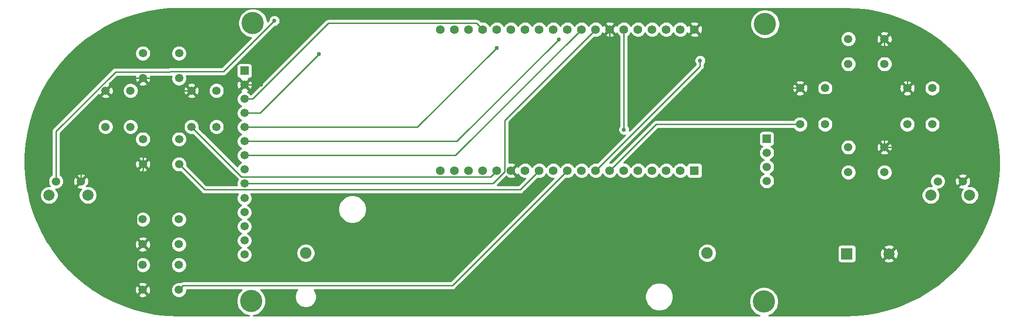
<source format=gtl>
G04 #@! TF.GenerationSoftware,KiCad,Pcbnew,5.1.5+dfsg1-2build2*
G04 #@! TF.CreationDate,2022-03-04T17:50:19+01:00*
G04 #@! TF.ProjectId,spelkonsoll,7370656c-6b6f-46e7-936f-6c6c2e6b6963,rev?*
G04 #@! TF.SameCoordinates,Original*
G04 #@! TF.FileFunction,Copper,L1,Top*
G04 #@! TF.FilePolarity,Positive*
%FSLAX46Y46*%
G04 Gerber Fmt 4.6, Leading zero omitted, Abs format (unit mm)*
G04 Created by KiCad (PCBNEW 5.1.5+dfsg1-2build2) date 2022-03-04 17:50:19*
%MOMM*%
%LPD*%
G04 APERTURE LIST*
%ADD10C,1.560000*%
%ADD11R,1.560000X1.560000*%
%ADD12R,2.000000X2.000000*%
%ADD13C,2.000000*%
%ADD14R,1.500000X1.500000*%
%ADD15C,1.500000*%
%ADD16C,4.000000*%
%ADD17C,1.507998*%
%ADD18C,2.008124*%
%ADD19C,2.082800*%
%ADD20C,0.762000*%
%ADD21C,0.254000*%
G04 APERTURE END LIST*
D10*
X133350000Y-73660000D03*
X135890000Y-73660000D03*
X138430000Y-73660000D03*
X140970000Y-73660000D03*
X143510000Y-73660000D03*
X146050000Y-73660000D03*
X148590000Y-73660000D03*
X151130000Y-73660000D03*
X153670000Y-73660000D03*
X156210000Y-73660000D03*
X158750000Y-73660000D03*
X161290000Y-73660000D03*
X163830000Y-73660000D03*
X166370000Y-73660000D03*
X168910000Y-73660000D03*
X171450000Y-73660000D03*
X173990000Y-73660000D03*
X176530000Y-73660000D03*
X179070000Y-73660000D03*
X135890000Y-99060000D03*
X138430000Y-99060000D03*
X140970000Y-99060000D03*
X143510000Y-99060000D03*
X146050000Y-99060000D03*
X148590000Y-99060000D03*
X151130000Y-99060000D03*
X153670000Y-99060000D03*
X156210000Y-99060000D03*
X158750000Y-99060000D03*
X161290000Y-99060000D03*
X163830000Y-99060000D03*
X166370000Y-99060000D03*
X168910000Y-99060000D03*
X171450000Y-99060000D03*
X173990000Y-99060000D03*
X133350000Y-99060000D03*
X176530000Y-99060000D03*
D11*
X179070000Y-99060000D03*
D12*
X206502000Y-114046000D03*
D13*
X214102000Y-114046000D03*
D14*
X98068000Y-81107000D03*
D15*
X98068000Y-83647000D03*
X98068000Y-86187000D03*
X98068000Y-88727000D03*
X98068000Y-91267000D03*
X98068000Y-93807000D03*
X98068000Y-96347000D03*
X98068000Y-98887000D03*
X98068000Y-101427000D03*
D14*
X192075620Y-93333080D03*
D15*
X192075620Y-95873080D03*
X192075620Y-98413080D03*
X192075620Y-100953080D03*
D16*
X99568000Y-72517000D03*
X191768000Y-72667000D03*
X191568000Y-122667000D03*
X99268000Y-122567000D03*
D15*
X98068000Y-104045000D03*
X98068000Y-106585000D03*
X98068000Y-109125000D03*
X98068000Y-111665000D03*
X98068000Y-114205000D03*
D17*
X217373200Y-90726400D03*
X221873201Y-90726400D03*
X221873201Y-84226398D03*
X217373200Y-84226398D03*
X213258402Y-94869000D03*
X213258402Y-99369001D03*
X206758400Y-99369001D03*
X206758400Y-94869000D03*
X198069200Y-90728800D03*
X202569201Y-90728800D03*
X202569201Y-84228798D03*
X198069200Y-84228798D03*
X213256002Y-75383000D03*
X213256002Y-79883001D03*
X206756000Y-79883001D03*
X206756000Y-75383000D03*
X86281400Y-82452600D03*
X86281400Y-77952599D03*
X79781398Y-77952599D03*
X79781398Y-82452600D03*
X79781398Y-97921200D03*
X79781398Y-93421199D03*
X86281400Y-93421199D03*
X86281400Y-97921200D03*
X73046200Y-91186000D03*
X77546201Y-91186000D03*
X77546201Y-84685998D03*
X73046200Y-84685998D03*
X88519000Y-84685998D03*
X93019001Y-84685998D03*
X93019001Y-91186000D03*
X88519000Y-91186000D03*
X86256000Y-112348400D03*
X86256000Y-107848399D03*
X79755998Y-107848399D03*
X79755998Y-112348400D03*
X79755998Y-120548400D03*
X79755998Y-116048399D03*
X86256000Y-116048399D03*
X86256000Y-120548400D03*
D18*
X69885000Y-103505000D03*
X62885001Y-103505000D03*
D17*
X68635001Y-101005000D03*
X64135000Y-101005000D03*
X222850000Y-101005000D03*
X227350001Y-101005000D03*
D18*
X221600001Y-103505000D03*
X228600000Y-103505000D03*
D19*
X181356000Y-113919000D03*
X109093000Y-113919000D03*
D20*
X101092000Y-83566000D03*
X143510000Y-76962000D03*
X111506000Y-78105000D03*
X154686000Y-75438000D03*
X180086000Y-79248000D03*
X103429973Y-72098989D03*
X166370000Y-91694000D03*
D21*
X75279600Y-82452600D02*
X73046200Y-84686000D01*
X79781400Y-82452600D02*
X75279600Y-82452600D01*
X78906001Y-111498401D02*
X79756000Y-112348400D01*
X78578999Y-100325682D02*
X78578999Y-111171399D01*
X78578999Y-111171399D02*
X78906001Y-111498401D01*
X79781400Y-99123281D02*
X78578999Y-100325682D01*
X79781400Y-97921200D02*
X79781400Y-99123281D01*
X78906001Y-119698401D02*
X79756000Y-120548400D01*
X78578999Y-119371399D02*
X78906001Y-119698401D01*
X78578999Y-113525401D02*
X78578999Y-119371399D01*
X79756000Y-112348400D02*
X78578999Y-113525401D01*
X90307999Y-82897001D02*
X97318001Y-82897001D01*
X97318001Y-82897001D02*
X98068000Y-83647000D01*
X88519000Y-84686000D02*
X90307999Y-82897001D01*
X98149000Y-83566000D02*
X98068000Y-83647000D01*
X101092000Y-83566000D02*
X98149000Y-83566000D01*
X163830000Y-81280000D02*
X163830000Y-73660000D01*
X146050000Y-99060000D02*
X163830000Y-81280000D01*
X217373200Y-83024319D02*
X217373200Y-84226400D01*
X217373200Y-80702281D02*
X217373200Y-83024319D01*
X213256000Y-76585081D02*
X217373200Y-80702281D01*
X213256000Y-75383000D02*
X213256000Y-76585081D01*
X213258400Y-88341200D02*
X213258400Y-94869000D01*
X217373200Y-84226400D02*
X213258400Y-88341200D01*
X216523201Y-85076399D02*
X217373200Y-84226400D01*
X216193799Y-85405801D02*
X216523201Y-85076399D01*
X199246201Y-85405801D02*
X216193799Y-85405801D01*
X198069200Y-84228800D02*
X199246201Y-85405801D01*
X189638800Y-84228800D02*
X179070000Y-73660000D01*
X198069200Y-84228800D02*
X189638800Y-84228800D01*
X87316919Y-84686000D02*
X88519000Y-84686000D01*
X83216881Y-84686000D02*
X87316919Y-84686000D01*
X80983481Y-82452600D02*
X83216881Y-84686000D01*
X79781400Y-82452600D02*
X80983481Y-82452600D01*
X83216881Y-93283638D02*
X83216881Y-84686000D01*
X79781400Y-96719119D02*
X83216881Y-93283638D01*
X79781400Y-97921200D02*
X79781400Y-96719119D01*
X221214001Y-94869000D02*
X213258402Y-94869000D01*
X227350001Y-101005000D02*
X221214001Y-94869000D01*
X68635001Y-89097197D02*
X73046200Y-84685998D01*
X68635001Y-101005000D02*
X68635001Y-89097197D01*
X140190001Y-72880001D02*
X140970000Y-73660000D01*
X139862999Y-72552999D02*
X140190001Y-72880001D01*
X113152843Y-72552999D02*
X139862999Y-72552999D01*
X99518842Y-86187000D02*
X113152843Y-72552999D01*
X98068000Y-86187000D02*
X99518842Y-86187000D01*
X129205000Y-91267000D02*
X143510000Y-76962000D01*
X98068000Y-91267000D02*
X129205000Y-91267000D01*
X100884000Y-88727000D02*
X98068000Y-88727000D01*
X111506000Y-78105000D02*
X100884000Y-88727000D01*
X136063000Y-96347000D02*
X158750000Y-73660000D01*
X98068000Y-96347000D02*
X136063000Y-96347000D01*
X160510001Y-74439999D02*
X161290000Y-73660000D01*
X144942999Y-90007001D02*
X160510001Y-74439999D01*
X144942999Y-99265363D02*
X144942999Y-90007001D01*
X142781362Y-101427000D02*
X144942999Y-99265363D01*
X98068000Y-101427000D02*
X142781362Y-101427000D01*
X136317000Y-93807000D02*
X154686000Y-75438000D01*
X98068000Y-93807000D02*
X136317000Y-93807000D01*
X172161200Y-90728800D02*
X163830000Y-99060000D01*
X198069200Y-90728800D02*
X172161200Y-90728800D01*
X180086000Y-80264000D02*
X180086000Y-79248000D01*
X161290000Y-99060000D02*
X180086000Y-80264000D01*
X155430001Y-99839999D02*
X156210000Y-99060000D01*
X135475598Y-119794402D02*
X155430001Y-99839999D01*
X87009998Y-119794402D02*
X135475598Y-119794402D01*
X86256000Y-120548400D02*
X87009998Y-119794402D01*
X150350001Y-99839999D02*
X151130000Y-99060000D01*
X147685999Y-102504001D02*
X150350001Y-99839999D01*
X90864201Y-102504001D02*
X147685999Y-102504001D01*
X86281400Y-97921200D02*
X90864201Y-102504001D01*
X142730001Y-99839999D02*
X143510000Y-99060000D01*
X142402999Y-100167001D02*
X142730001Y-99839999D01*
X97500001Y-100167001D02*
X142402999Y-100167001D01*
X88519000Y-91186000D02*
X97500001Y-100167001D01*
X103429973Y-72098989D02*
X94253363Y-81275599D01*
X64135000Y-91997317D02*
X74852317Y-81280000D01*
X64135000Y-101005000D02*
X64135000Y-91997317D01*
X74852317Y-81280000D02*
X74930000Y-81280000D01*
X94253363Y-81275599D02*
X74930000Y-81280000D01*
X166370000Y-82042000D02*
X166370000Y-73660000D01*
X166370000Y-82042000D02*
X166370000Y-90932000D01*
X166370000Y-90932000D02*
X166370000Y-91694000D01*
G36*
X96243737Y-69875000D02*
G01*
X194680239Y-69875000D01*
X194680246Y-69874999D01*
X206224073Y-69875060D01*
X208263168Y-69949830D01*
X210277626Y-70172228D01*
X212270385Y-70541564D01*
X214230761Y-71055859D01*
X216148189Y-71712341D01*
X218012394Y-72507492D01*
X219813362Y-73437041D01*
X221541410Y-74495991D01*
X223187256Y-75678651D01*
X224742083Y-76978689D01*
X226197508Y-78389093D01*
X227545732Y-79902308D01*
X228779510Y-81510199D01*
X229892214Y-83204129D01*
X230877871Y-84975007D01*
X231731188Y-86813319D01*
X232447574Y-88709181D01*
X233023190Y-90652426D01*
X233454938Y-92632601D01*
X233740504Y-94639092D01*
X233878350Y-96661105D01*
X233867739Y-98687783D01*
X233708726Y-100708226D01*
X233402164Y-102711622D01*
X232949703Y-104687170D01*
X232353772Y-106624274D01*
X231617571Y-108512530D01*
X230745052Y-110341808D01*
X229740897Y-112102278D01*
X228610520Y-113784456D01*
X227359964Y-115379348D01*
X225995971Y-116878356D01*
X224525855Y-118273444D01*
X222957514Y-119557116D01*
X221299365Y-120722483D01*
X219560322Y-121763279D01*
X217749732Y-122673911D01*
X215877289Y-123449502D01*
X213953093Y-124085870D01*
X211987438Y-124579608D01*
X209990929Y-124928055D01*
X207972509Y-125129520D01*
X206227438Y-125184361D01*
X194680242Y-125184300D01*
X192376288Y-125184300D01*
X192816141Y-125002107D01*
X193247715Y-124713738D01*
X193614738Y-124346715D01*
X193903107Y-123915141D01*
X194101739Y-123435601D01*
X194203000Y-122926525D01*
X194203000Y-122407475D01*
X194101739Y-121898399D01*
X193903107Y-121418859D01*
X193614738Y-120987285D01*
X193247715Y-120620262D01*
X192816141Y-120331893D01*
X192336601Y-120133261D01*
X191827525Y-120032000D01*
X191308475Y-120032000D01*
X190799399Y-120133261D01*
X190319859Y-120331893D01*
X189888285Y-120620262D01*
X189521262Y-120987285D01*
X189232893Y-121418859D01*
X189034261Y-121898399D01*
X188933000Y-122407475D01*
X188933000Y-122926525D01*
X189034261Y-123435601D01*
X189232893Y-123915141D01*
X189521262Y-124346715D01*
X189888285Y-124713738D01*
X190319859Y-125002107D01*
X190759712Y-125184300D01*
X99616509Y-125184300D01*
X100036601Y-125100739D01*
X100516141Y-124902107D01*
X100947715Y-124613738D01*
X101314738Y-124246715D01*
X101603107Y-123815141D01*
X101801739Y-123335601D01*
X101903000Y-122826525D01*
X101903000Y-122307475D01*
X101801739Y-121798399D01*
X101603107Y-121318859D01*
X101314738Y-120887285D01*
X100983855Y-120556402D01*
X107567048Y-120556402D01*
X107359793Y-120866581D01*
X107212361Y-121222514D01*
X107137200Y-121600371D01*
X107137200Y-121985629D01*
X107212361Y-122363486D01*
X107359793Y-122719419D01*
X107573831Y-123039750D01*
X107846250Y-123312169D01*
X108166581Y-123526207D01*
X108522514Y-123673639D01*
X108900371Y-123748800D01*
X109285629Y-123748800D01*
X109663486Y-123673639D01*
X110019419Y-123526207D01*
X110339750Y-123312169D01*
X110612169Y-123039750D01*
X110826207Y-122719419D01*
X110973639Y-122363486D01*
X111048800Y-121985629D01*
X111048800Y-121600371D01*
X111037355Y-121542832D01*
X170180000Y-121542832D01*
X170180000Y-122043168D01*
X170277611Y-122533891D01*
X170469081Y-122996141D01*
X170747053Y-123412156D01*
X171100844Y-123765947D01*
X171516859Y-124043919D01*
X171979109Y-124235389D01*
X172469832Y-124333000D01*
X172970168Y-124333000D01*
X173460891Y-124235389D01*
X173923141Y-124043919D01*
X174339156Y-123765947D01*
X174692947Y-123412156D01*
X174970919Y-122996141D01*
X175162389Y-122533891D01*
X175260000Y-122043168D01*
X175260000Y-121542832D01*
X175162389Y-121052109D01*
X174970919Y-120589859D01*
X174692947Y-120173844D01*
X174339156Y-119820053D01*
X173923141Y-119542081D01*
X173460891Y-119350611D01*
X172970168Y-119253000D01*
X172469832Y-119253000D01*
X171979109Y-119350611D01*
X171516859Y-119542081D01*
X171100844Y-119820053D01*
X170747053Y-120173844D01*
X170469081Y-120589859D01*
X170277611Y-121052109D01*
X170180000Y-121542832D01*
X111037355Y-121542832D01*
X110973639Y-121222514D01*
X110826207Y-120866581D01*
X110618952Y-120556402D01*
X135438175Y-120556402D01*
X135475598Y-120560088D01*
X135513021Y-120556402D01*
X135513024Y-120556402D01*
X135624976Y-120545376D01*
X135768613Y-120501804D01*
X135900990Y-120431047D01*
X136017020Y-120335824D01*
X136040882Y-120306748D01*
X142593741Y-113753889D01*
X179679600Y-113753889D01*
X179679600Y-114084111D01*
X179744023Y-114407988D01*
X179870394Y-114713073D01*
X180053855Y-114987642D01*
X180287358Y-115221145D01*
X180561927Y-115404606D01*
X180867012Y-115530977D01*
X181190889Y-115595400D01*
X181521111Y-115595400D01*
X181844988Y-115530977D01*
X182150073Y-115404606D01*
X182424642Y-115221145D01*
X182658145Y-114987642D01*
X182841606Y-114713073D01*
X182967977Y-114407988D01*
X183032400Y-114084111D01*
X183032400Y-113753889D01*
X182967977Y-113430012D01*
X182841606Y-113124927D01*
X182788869Y-113046000D01*
X204863928Y-113046000D01*
X204863928Y-115046000D01*
X204876188Y-115170482D01*
X204912498Y-115290180D01*
X204971463Y-115400494D01*
X205050815Y-115497185D01*
X205147506Y-115576537D01*
X205257820Y-115635502D01*
X205377518Y-115671812D01*
X205502000Y-115684072D01*
X207502000Y-115684072D01*
X207626482Y-115671812D01*
X207746180Y-115635502D01*
X207856494Y-115576537D01*
X207953185Y-115497185D01*
X208032537Y-115400494D01*
X208091502Y-115290180D01*
X208124496Y-115181413D01*
X213146192Y-115181413D01*
X213241956Y-115445814D01*
X213531571Y-115586704D01*
X213843108Y-115668384D01*
X214164595Y-115687718D01*
X214483675Y-115643961D01*
X214788088Y-115538795D01*
X214962044Y-115445814D01*
X215057808Y-115181413D01*
X214102000Y-114225605D01*
X213146192Y-115181413D01*
X208124496Y-115181413D01*
X208127812Y-115170482D01*
X208140072Y-115046000D01*
X208140072Y-114108595D01*
X212460282Y-114108595D01*
X212504039Y-114427675D01*
X212609205Y-114732088D01*
X212702186Y-114906044D01*
X212966587Y-115001808D01*
X213922395Y-114046000D01*
X214281605Y-114046000D01*
X215237413Y-115001808D01*
X215501814Y-114906044D01*
X215642704Y-114616429D01*
X215724384Y-114304892D01*
X215743718Y-113983405D01*
X215699961Y-113664325D01*
X215594795Y-113359912D01*
X215501814Y-113185956D01*
X215237413Y-113090192D01*
X214281605Y-114046000D01*
X213922395Y-114046000D01*
X212966587Y-113090192D01*
X212702186Y-113185956D01*
X212561296Y-113475571D01*
X212479616Y-113787108D01*
X212460282Y-114108595D01*
X208140072Y-114108595D01*
X208140072Y-113046000D01*
X208127812Y-112921518D01*
X208124497Y-112910587D01*
X213146192Y-112910587D01*
X214102000Y-113866395D01*
X215057808Y-112910587D01*
X214962044Y-112646186D01*
X214672429Y-112505296D01*
X214360892Y-112423616D01*
X214039405Y-112404282D01*
X213720325Y-112448039D01*
X213415912Y-112553205D01*
X213241956Y-112646186D01*
X213146192Y-112910587D01*
X208124497Y-112910587D01*
X208091502Y-112801820D01*
X208032537Y-112691506D01*
X207953185Y-112594815D01*
X207856494Y-112515463D01*
X207746180Y-112456498D01*
X207626482Y-112420188D01*
X207502000Y-112407928D01*
X205502000Y-112407928D01*
X205377518Y-112420188D01*
X205257820Y-112456498D01*
X205147506Y-112515463D01*
X205050815Y-112594815D01*
X204971463Y-112691506D01*
X204912498Y-112801820D01*
X204876188Y-112921518D01*
X204863928Y-113046000D01*
X182788869Y-113046000D01*
X182658145Y-112850358D01*
X182424642Y-112616855D01*
X182150073Y-112433394D01*
X181844988Y-112307023D01*
X181521111Y-112242600D01*
X181190889Y-112242600D01*
X180867012Y-112307023D01*
X180561927Y-112433394D01*
X180287358Y-112616855D01*
X180053855Y-112850358D01*
X179870394Y-113124927D01*
X179744023Y-113430012D01*
X179679600Y-113753889D01*
X142593741Y-113753889D01*
X153004064Y-103343566D01*
X219960939Y-103343566D01*
X219960939Y-103666434D01*
X220023927Y-103983097D01*
X220147483Y-104281387D01*
X220326858Y-104549841D01*
X220555160Y-104778143D01*
X220823614Y-104957518D01*
X221121904Y-105081074D01*
X221438567Y-105144062D01*
X221761435Y-105144062D01*
X222078098Y-105081074D01*
X222376388Y-104957518D01*
X222644842Y-104778143D01*
X222873144Y-104549841D01*
X223052519Y-104281387D01*
X223176075Y-103983097D01*
X223239063Y-103666434D01*
X223239063Y-103343566D01*
X223176075Y-103026903D01*
X223052519Y-102728613D01*
X222873144Y-102460159D01*
X222806984Y-102393999D01*
X222986804Y-102393999D01*
X223255156Y-102340621D01*
X223507938Y-102235915D01*
X223735435Y-102083906D01*
X223854491Y-101964850D01*
X226569756Y-101964850D01*
X226635766Y-102204125D01*
X226883427Y-102320424D01*
X227149019Y-102386173D01*
X227389685Y-102397331D01*
X227326857Y-102460159D01*
X227147482Y-102728613D01*
X227023926Y-103026903D01*
X226960938Y-103343566D01*
X226960938Y-103666434D01*
X227023926Y-103983097D01*
X227147482Y-104281387D01*
X227326857Y-104549841D01*
X227555159Y-104778143D01*
X227823613Y-104957518D01*
X228121903Y-105081074D01*
X228438566Y-105144062D01*
X228761434Y-105144062D01*
X229078097Y-105081074D01*
X229376387Y-104957518D01*
X229644841Y-104778143D01*
X229873143Y-104549841D01*
X230052518Y-104281387D01*
X230176074Y-103983097D01*
X230239062Y-103666434D01*
X230239062Y-103343566D01*
X230176074Y-103026903D01*
X230052518Y-102728613D01*
X229873143Y-102460159D01*
X229644841Y-102231857D01*
X229376387Y-102052482D01*
X229078097Y-101928926D01*
X228761434Y-101865938D01*
X228438566Y-101865938D01*
X228398514Y-101873905D01*
X228309853Y-101785244D01*
X228549126Y-101719235D01*
X228665425Y-101471574D01*
X228731174Y-101205982D01*
X228743846Y-100932667D01*
X228702952Y-100662132D01*
X228610065Y-100404772D01*
X228549126Y-100290765D01*
X228309851Y-100224755D01*
X227529606Y-101005000D01*
X227543749Y-101019143D01*
X227364144Y-101198748D01*
X227350001Y-101184605D01*
X226569756Y-101964850D01*
X223854491Y-101964850D01*
X223928906Y-101890435D01*
X224080915Y-101662938D01*
X224185621Y-101410156D01*
X224238999Y-101141804D01*
X224238999Y-101077333D01*
X225956156Y-101077333D01*
X225997050Y-101347868D01*
X226089937Y-101605228D01*
X226150876Y-101719235D01*
X226390151Y-101785245D01*
X227170396Y-101005000D01*
X226390151Y-100224755D01*
X226150876Y-100290765D01*
X226034577Y-100538426D01*
X225968828Y-100804018D01*
X225956156Y-101077333D01*
X224238999Y-101077333D01*
X224238999Y-100868196D01*
X224185621Y-100599844D01*
X224080915Y-100347062D01*
X223928906Y-100119565D01*
X223854491Y-100045150D01*
X226569756Y-100045150D01*
X227350001Y-100825395D01*
X228130246Y-100045150D01*
X228064236Y-99805875D01*
X227816575Y-99689576D01*
X227550983Y-99623827D01*
X227277668Y-99611155D01*
X227007133Y-99652049D01*
X226749773Y-99744936D01*
X226635766Y-99805875D01*
X226569756Y-100045150D01*
X223854491Y-100045150D01*
X223735435Y-99926094D01*
X223507938Y-99774085D01*
X223255156Y-99669379D01*
X222986804Y-99616001D01*
X222713196Y-99616001D01*
X222444844Y-99669379D01*
X222192062Y-99774085D01*
X221964565Y-99926094D01*
X221771094Y-100119565D01*
X221619085Y-100347062D01*
X221514379Y-100599844D01*
X221461001Y-100868196D01*
X221461001Y-101141804D01*
X221514379Y-101410156D01*
X221619085Y-101662938D01*
X221754726Y-101865938D01*
X221438567Y-101865938D01*
X221121904Y-101928926D01*
X220823614Y-102052482D01*
X220555160Y-102231857D01*
X220326858Y-102460159D01*
X220147483Y-102728613D01*
X220023927Y-103026903D01*
X219960939Y-103343566D01*
X153004064Y-103343566D01*
X155905482Y-100442149D01*
X156070635Y-100475000D01*
X156349365Y-100475000D01*
X156622740Y-100420623D01*
X156880254Y-100313957D01*
X157112010Y-100159103D01*
X157309103Y-99962010D01*
X157463957Y-99730254D01*
X157480000Y-99691523D01*
X157496043Y-99730254D01*
X157650897Y-99962010D01*
X157847990Y-100159103D01*
X158079746Y-100313957D01*
X158337260Y-100420623D01*
X158610635Y-100475000D01*
X158889365Y-100475000D01*
X159162740Y-100420623D01*
X159420254Y-100313957D01*
X159652010Y-100159103D01*
X159849103Y-99962010D01*
X160003957Y-99730254D01*
X160020000Y-99691523D01*
X160036043Y-99730254D01*
X160190897Y-99962010D01*
X160387990Y-100159103D01*
X160619746Y-100313957D01*
X160877260Y-100420623D01*
X161150635Y-100475000D01*
X161429365Y-100475000D01*
X161702740Y-100420623D01*
X161960254Y-100313957D01*
X162192010Y-100159103D01*
X162389103Y-99962010D01*
X162543957Y-99730254D01*
X162560000Y-99691523D01*
X162576043Y-99730254D01*
X162730897Y-99962010D01*
X162927990Y-100159103D01*
X163159746Y-100313957D01*
X163417260Y-100420623D01*
X163690635Y-100475000D01*
X163969365Y-100475000D01*
X164242740Y-100420623D01*
X164500254Y-100313957D01*
X164732010Y-100159103D01*
X164929103Y-99962010D01*
X165083957Y-99730254D01*
X165100000Y-99691523D01*
X165116043Y-99730254D01*
X165270897Y-99962010D01*
X165467990Y-100159103D01*
X165699746Y-100313957D01*
X165957260Y-100420623D01*
X166230635Y-100475000D01*
X166509365Y-100475000D01*
X166782740Y-100420623D01*
X167040254Y-100313957D01*
X167272010Y-100159103D01*
X167469103Y-99962010D01*
X167623957Y-99730254D01*
X167640000Y-99691523D01*
X167656043Y-99730254D01*
X167810897Y-99962010D01*
X168007990Y-100159103D01*
X168239746Y-100313957D01*
X168497260Y-100420623D01*
X168770635Y-100475000D01*
X169049365Y-100475000D01*
X169322740Y-100420623D01*
X169580254Y-100313957D01*
X169812010Y-100159103D01*
X170009103Y-99962010D01*
X170163957Y-99730254D01*
X170180000Y-99691523D01*
X170196043Y-99730254D01*
X170350897Y-99962010D01*
X170547990Y-100159103D01*
X170779746Y-100313957D01*
X171037260Y-100420623D01*
X171310635Y-100475000D01*
X171589365Y-100475000D01*
X171862740Y-100420623D01*
X172120254Y-100313957D01*
X172352010Y-100159103D01*
X172549103Y-99962010D01*
X172703957Y-99730254D01*
X172720000Y-99691523D01*
X172736043Y-99730254D01*
X172890897Y-99962010D01*
X173087990Y-100159103D01*
X173319746Y-100313957D01*
X173577260Y-100420623D01*
X173850635Y-100475000D01*
X174129365Y-100475000D01*
X174402740Y-100420623D01*
X174660254Y-100313957D01*
X174892010Y-100159103D01*
X175089103Y-99962010D01*
X175243957Y-99730254D01*
X175260000Y-99691523D01*
X175276043Y-99730254D01*
X175430897Y-99962010D01*
X175627990Y-100159103D01*
X175859746Y-100313957D01*
X176117260Y-100420623D01*
X176390635Y-100475000D01*
X176669365Y-100475000D01*
X176942740Y-100420623D01*
X177200254Y-100313957D01*
X177432010Y-100159103D01*
X177629103Y-99962010D01*
X177659469Y-99916564D01*
X177664188Y-99964482D01*
X177700498Y-100084180D01*
X177759463Y-100194494D01*
X177838815Y-100291185D01*
X177935506Y-100370537D01*
X178045820Y-100429502D01*
X178165518Y-100465812D01*
X178290000Y-100478072D01*
X179850000Y-100478072D01*
X179974482Y-100465812D01*
X180094180Y-100429502D01*
X180204494Y-100370537D01*
X180301185Y-100291185D01*
X180380537Y-100194494D01*
X180439502Y-100084180D01*
X180475812Y-99964482D01*
X180488072Y-99840000D01*
X180488072Y-98280000D01*
X180475812Y-98155518D01*
X180439502Y-98035820D01*
X180380537Y-97925506D01*
X180301185Y-97828815D01*
X180204494Y-97749463D01*
X180094180Y-97690498D01*
X179974482Y-97654188D01*
X179850000Y-97641928D01*
X178290000Y-97641928D01*
X178165518Y-97654188D01*
X178045820Y-97690498D01*
X177935506Y-97749463D01*
X177838815Y-97828815D01*
X177759463Y-97925506D01*
X177700498Y-98035820D01*
X177664188Y-98155518D01*
X177659469Y-98203436D01*
X177629103Y-98157990D01*
X177432010Y-97960897D01*
X177200254Y-97806043D01*
X176942740Y-97699377D01*
X176669365Y-97645000D01*
X176390635Y-97645000D01*
X176117260Y-97699377D01*
X175859746Y-97806043D01*
X175627990Y-97960897D01*
X175430897Y-98157990D01*
X175276043Y-98389746D01*
X175260000Y-98428477D01*
X175243957Y-98389746D01*
X175089103Y-98157990D01*
X174892010Y-97960897D01*
X174660254Y-97806043D01*
X174402740Y-97699377D01*
X174129365Y-97645000D01*
X173850635Y-97645000D01*
X173577260Y-97699377D01*
X173319746Y-97806043D01*
X173087990Y-97960897D01*
X172890897Y-98157990D01*
X172736043Y-98389746D01*
X172720000Y-98428477D01*
X172703957Y-98389746D01*
X172549103Y-98157990D01*
X172352010Y-97960897D01*
X172120254Y-97806043D01*
X171862740Y-97699377D01*
X171589365Y-97645000D01*
X171310635Y-97645000D01*
X171037260Y-97699377D01*
X170779746Y-97806043D01*
X170547990Y-97960897D01*
X170350897Y-98157990D01*
X170196043Y-98389746D01*
X170180000Y-98428477D01*
X170163957Y-98389746D01*
X170009103Y-98157990D01*
X169812010Y-97960897D01*
X169580254Y-97806043D01*
X169322740Y-97699377D01*
X169049365Y-97645000D01*
X168770635Y-97645000D01*
X168497260Y-97699377D01*
X168239746Y-97806043D01*
X168007990Y-97960897D01*
X167810897Y-98157990D01*
X167656043Y-98389746D01*
X167640000Y-98428477D01*
X167623957Y-98389746D01*
X167469103Y-98157990D01*
X167272010Y-97960897D01*
X167040254Y-97806043D01*
X166782740Y-97699377D01*
X166509365Y-97645000D01*
X166322630Y-97645000D01*
X171384550Y-92583080D01*
X190687548Y-92583080D01*
X190687548Y-94083080D01*
X190699808Y-94207562D01*
X190736118Y-94327260D01*
X190795083Y-94437574D01*
X190874435Y-94534265D01*
X190971126Y-94613617D01*
X191081440Y-94672582D01*
X191201138Y-94708892D01*
X191309103Y-94719525D01*
X191192734Y-94797281D01*
X190999821Y-94990194D01*
X190848249Y-95217037D01*
X190743845Y-95469091D01*
X190690620Y-95736669D01*
X190690620Y-96009491D01*
X190743845Y-96277069D01*
X190848249Y-96529123D01*
X190999821Y-96755966D01*
X191192734Y-96948879D01*
X191419577Y-97100451D01*
X191522493Y-97143080D01*
X191419577Y-97185709D01*
X191192734Y-97337281D01*
X190999821Y-97530194D01*
X190848249Y-97757037D01*
X190743845Y-98009091D01*
X190690620Y-98276669D01*
X190690620Y-98549491D01*
X190743845Y-98817069D01*
X190848249Y-99069123D01*
X190999821Y-99295966D01*
X191192734Y-99488879D01*
X191419577Y-99640451D01*
X191522493Y-99683080D01*
X191419577Y-99725709D01*
X191192734Y-99877281D01*
X190999821Y-100070194D01*
X190848249Y-100297037D01*
X190743845Y-100549091D01*
X190690620Y-100816669D01*
X190690620Y-101089491D01*
X190743845Y-101357069D01*
X190848249Y-101609123D01*
X190999821Y-101835966D01*
X191192734Y-102028879D01*
X191419577Y-102180451D01*
X191671631Y-102284855D01*
X191939209Y-102338080D01*
X192212031Y-102338080D01*
X192479609Y-102284855D01*
X192731663Y-102180451D01*
X192958506Y-102028879D01*
X193151419Y-101835966D01*
X193302991Y-101609123D01*
X193407395Y-101357069D01*
X193460620Y-101089491D01*
X193460620Y-100816669D01*
X193407395Y-100549091D01*
X193302991Y-100297037D01*
X193151419Y-100070194D01*
X192958506Y-99877281D01*
X192731663Y-99725709D01*
X192628747Y-99683080D01*
X192731663Y-99640451D01*
X192958506Y-99488879D01*
X193151419Y-99295966D01*
X193194028Y-99232197D01*
X205369401Y-99232197D01*
X205369401Y-99505805D01*
X205422779Y-99774157D01*
X205527485Y-100026939D01*
X205679494Y-100254436D01*
X205872965Y-100447907D01*
X206100462Y-100599916D01*
X206353244Y-100704622D01*
X206621596Y-100758000D01*
X206895204Y-100758000D01*
X207163556Y-100704622D01*
X207416338Y-100599916D01*
X207643835Y-100447907D01*
X207837306Y-100254436D01*
X207989315Y-100026939D01*
X208094021Y-99774157D01*
X208147399Y-99505805D01*
X208147399Y-99232197D01*
X211869403Y-99232197D01*
X211869403Y-99505805D01*
X211922781Y-99774157D01*
X212027487Y-100026939D01*
X212179496Y-100254436D01*
X212372967Y-100447907D01*
X212600464Y-100599916D01*
X212853246Y-100704622D01*
X213121598Y-100758000D01*
X213395206Y-100758000D01*
X213663558Y-100704622D01*
X213916340Y-100599916D01*
X214143837Y-100447907D01*
X214337308Y-100254436D01*
X214489317Y-100026939D01*
X214594023Y-99774157D01*
X214647401Y-99505805D01*
X214647401Y-99232197D01*
X214594023Y-98963845D01*
X214489317Y-98711063D01*
X214337308Y-98483566D01*
X214143837Y-98290095D01*
X213916340Y-98138086D01*
X213663558Y-98033380D01*
X213395206Y-97980002D01*
X213121598Y-97980002D01*
X212853246Y-98033380D01*
X212600464Y-98138086D01*
X212372967Y-98290095D01*
X212179496Y-98483566D01*
X212027487Y-98711063D01*
X211922781Y-98963845D01*
X211869403Y-99232197D01*
X208147399Y-99232197D01*
X208094021Y-98963845D01*
X207989315Y-98711063D01*
X207837306Y-98483566D01*
X207643835Y-98290095D01*
X207416338Y-98138086D01*
X207163556Y-98033380D01*
X206895204Y-97980002D01*
X206621596Y-97980002D01*
X206353244Y-98033380D01*
X206100462Y-98138086D01*
X205872965Y-98290095D01*
X205679494Y-98483566D01*
X205527485Y-98711063D01*
X205422779Y-98963845D01*
X205369401Y-99232197D01*
X193194028Y-99232197D01*
X193302991Y-99069123D01*
X193407395Y-98817069D01*
X193460620Y-98549491D01*
X193460620Y-98276669D01*
X193407395Y-98009091D01*
X193302991Y-97757037D01*
X193151419Y-97530194D01*
X192958506Y-97337281D01*
X192731663Y-97185709D01*
X192628747Y-97143080D01*
X192731663Y-97100451D01*
X192958506Y-96948879D01*
X193151419Y-96755966D01*
X193302991Y-96529123D01*
X193407395Y-96277069D01*
X193460620Y-96009491D01*
X193460620Y-95736669D01*
X193407395Y-95469091D01*
X193302991Y-95217037D01*
X193151419Y-94990194D01*
X192958506Y-94797281D01*
X192861101Y-94732196D01*
X205369401Y-94732196D01*
X205369401Y-95005804D01*
X205422779Y-95274156D01*
X205527485Y-95526938D01*
X205679494Y-95754435D01*
X205872965Y-95947906D01*
X206100462Y-96099915D01*
X206353244Y-96204621D01*
X206621596Y-96257999D01*
X206895204Y-96257999D01*
X207163556Y-96204621D01*
X207416338Y-96099915D01*
X207643835Y-95947906D01*
X207762891Y-95828850D01*
X212478157Y-95828850D01*
X212544167Y-96068125D01*
X212791828Y-96184424D01*
X213057420Y-96250173D01*
X213330735Y-96262845D01*
X213601270Y-96221951D01*
X213858630Y-96129064D01*
X213972637Y-96068125D01*
X214038647Y-95828850D01*
X213258402Y-95048605D01*
X212478157Y-95828850D01*
X207762891Y-95828850D01*
X207837306Y-95754435D01*
X207989315Y-95526938D01*
X208094021Y-95274156D01*
X208147399Y-95005804D01*
X208147399Y-94941333D01*
X211864557Y-94941333D01*
X211905451Y-95211868D01*
X211998338Y-95469228D01*
X212059277Y-95583235D01*
X212298552Y-95649245D01*
X213078797Y-94869000D01*
X213438007Y-94869000D01*
X214218252Y-95649245D01*
X214457527Y-95583235D01*
X214573826Y-95335574D01*
X214639575Y-95069982D01*
X214652247Y-94796667D01*
X214611353Y-94526132D01*
X214518466Y-94268772D01*
X214457527Y-94154765D01*
X214218252Y-94088755D01*
X213438007Y-94869000D01*
X213078797Y-94869000D01*
X212298552Y-94088755D01*
X212059277Y-94154765D01*
X211942978Y-94402426D01*
X211877229Y-94668018D01*
X211864557Y-94941333D01*
X208147399Y-94941333D01*
X208147399Y-94732196D01*
X208094021Y-94463844D01*
X207989315Y-94211062D01*
X207837306Y-93983565D01*
X207762891Y-93909150D01*
X212478157Y-93909150D01*
X213258402Y-94689395D01*
X214038647Y-93909150D01*
X213972637Y-93669875D01*
X213724976Y-93553576D01*
X213459384Y-93487827D01*
X213186069Y-93475155D01*
X212915534Y-93516049D01*
X212658174Y-93608936D01*
X212544167Y-93669875D01*
X212478157Y-93909150D01*
X207762891Y-93909150D01*
X207643835Y-93790094D01*
X207416338Y-93638085D01*
X207163556Y-93533379D01*
X206895204Y-93480001D01*
X206621596Y-93480001D01*
X206353244Y-93533379D01*
X206100462Y-93638085D01*
X205872965Y-93790094D01*
X205679494Y-93983565D01*
X205527485Y-94211062D01*
X205422779Y-94463844D01*
X205369401Y-94732196D01*
X192861101Y-94732196D01*
X192842137Y-94719525D01*
X192950102Y-94708892D01*
X193069800Y-94672582D01*
X193180114Y-94613617D01*
X193276805Y-94534265D01*
X193356157Y-94437574D01*
X193415122Y-94327260D01*
X193451432Y-94207562D01*
X193463692Y-94083080D01*
X193463692Y-92583080D01*
X193451432Y-92458598D01*
X193415122Y-92338900D01*
X193356157Y-92228586D01*
X193276805Y-92131895D01*
X193180114Y-92052543D01*
X193069800Y-91993578D01*
X192950102Y-91957268D01*
X192825620Y-91945008D01*
X191325620Y-91945008D01*
X191201138Y-91957268D01*
X191081440Y-91993578D01*
X190971126Y-92052543D01*
X190874435Y-92131895D01*
X190795083Y-92228586D01*
X190736118Y-92338900D01*
X190699808Y-92458598D01*
X190687548Y-92583080D01*
X171384550Y-92583080D01*
X172476831Y-91490800D01*
X196907817Y-91490800D01*
X196990294Y-91614235D01*
X197183765Y-91807706D01*
X197411262Y-91959715D01*
X197664044Y-92064421D01*
X197932396Y-92117799D01*
X198206004Y-92117799D01*
X198474356Y-92064421D01*
X198727138Y-91959715D01*
X198954635Y-91807706D01*
X199148106Y-91614235D01*
X199300115Y-91386738D01*
X199404821Y-91133956D01*
X199458199Y-90865604D01*
X199458199Y-90591996D01*
X201180202Y-90591996D01*
X201180202Y-90865604D01*
X201233580Y-91133956D01*
X201338286Y-91386738D01*
X201490295Y-91614235D01*
X201683766Y-91807706D01*
X201911263Y-91959715D01*
X202164045Y-92064421D01*
X202432397Y-92117799D01*
X202706005Y-92117799D01*
X202974357Y-92064421D01*
X203227139Y-91959715D01*
X203454636Y-91807706D01*
X203648107Y-91614235D01*
X203800116Y-91386738D01*
X203904822Y-91133956D01*
X203958200Y-90865604D01*
X203958200Y-90591996D01*
X203957723Y-90589596D01*
X215984201Y-90589596D01*
X215984201Y-90863204D01*
X216037579Y-91131556D01*
X216142285Y-91384338D01*
X216294294Y-91611835D01*
X216487765Y-91805306D01*
X216715262Y-91957315D01*
X216968044Y-92062021D01*
X217236396Y-92115399D01*
X217510004Y-92115399D01*
X217778356Y-92062021D01*
X218031138Y-91957315D01*
X218258635Y-91805306D01*
X218452106Y-91611835D01*
X218604115Y-91384338D01*
X218708821Y-91131556D01*
X218762199Y-90863204D01*
X218762199Y-90589596D01*
X220484202Y-90589596D01*
X220484202Y-90863204D01*
X220537580Y-91131556D01*
X220642286Y-91384338D01*
X220794295Y-91611835D01*
X220987766Y-91805306D01*
X221215263Y-91957315D01*
X221468045Y-92062021D01*
X221736397Y-92115399D01*
X222010005Y-92115399D01*
X222278357Y-92062021D01*
X222531139Y-91957315D01*
X222758636Y-91805306D01*
X222952107Y-91611835D01*
X223104116Y-91384338D01*
X223208822Y-91131556D01*
X223262200Y-90863204D01*
X223262200Y-90589596D01*
X223208822Y-90321244D01*
X223104116Y-90068462D01*
X222952107Y-89840965D01*
X222758636Y-89647494D01*
X222531139Y-89495485D01*
X222278357Y-89390779D01*
X222010005Y-89337401D01*
X221736397Y-89337401D01*
X221468045Y-89390779D01*
X221215263Y-89495485D01*
X220987766Y-89647494D01*
X220794295Y-89840965D01*
X220642286Y-90068462D01*
X220537580Y-90321244D01*
X220484202Y-90589596D01*
X218762199Y-90589596D01*
X218708821Y-90321244D01*
X218604115Y-90068462D01*
X218452106Y-89840965D01*
X218258635Y-89647494D01*
X218031138Y-89495485D01*
X217778356Y-89390779D01*
X217510004Y-89337401D01*
X217236396Y-89337401D01*
X216968044Y-89390779D01*
X216715262Y-89495485D01*
X216487765Y-89647494D01*
X216294294Y-89840965D01*
X216142285Y-90068462D01*
X216037579Y-90321244D01*
X215984201Y-90589596D01*
X203957723Y-90589596D01*
X203904822Y-90323644D01*
X203800116Y-90070862D01*
X203648107Y-89843365D01*
X203454636Y-89649894D01*
X203227139Y-89497885D01*
X202974357Y-89393179D01*
X202706005Y-89339801D01*
X202432397Y-89339801D01*
X202164045Y-89393179D01*
X201911263Y-89497885D01*
X201683766Y-89649894D01*
X201490295Y-89843365D01*
X201338286Y-90070862D01*
X201233580Y-90323644D01*
X201180202Y-90591996D01*
X199458199Y-90591996D01*
X199404821Y-90323644D01*
X199300115Y-90070862D01*
X199148106Y-89843365D01*
X198954635Y-89649894D01*
X198727138Y-89497885D01*
X198474356Y-89393179D01*
X198206004Y-89339801D01*
X197932396Y-89339801D01*
X197664044Y-89393179D01*
X197411262Y-89497885D01*
X197183765Y-89649894D01*
X196990294Y-89843365D01*
X196907817Y-89966800D01*
X172198622Y-89966800D01*
X172161199Y-89963114D01*
X172123776Y-89966800D01*
X172123774Y-89966800D01*
X172011822Y-89977826D01*
X171868185Y-90021398D01*
X171735808Y-90092155D01*
X171619778Y-90187378D01*
X171595921Y-90216448D01*
X164134519Y-97677851D01*
X163969365Y-97645000D01*
X163782630Y-97645000D01*
X176238982Y-85188648D01*
X197288955Y-85188648D01*
X197354965Y-85427923D01*
X197602626Y-85544222D01*
X197868218Y-85609971D01*
X198141533Y-85622643D01*
X198412068Y-85581749D01*
X198669428Y-85488862D01*
X198783435Y-85427923D01*
X198849445Y-85188648D01*
X198069200Y-84408403D01*
X197288955Y-85188648D01*
X176238982Y-85188648D01*
X177126499Y-84301131D01*
X196675355Y-84301131D01*
X196716249Y-84571666D01*
X196809136Y-84829026D01*
X196870075Y-84943033D01*
X197109350Y-85009043D01*
X197889595Y-84228798D01*
X198248805Y-84228798D01*
X199029050Y-85009043D01*
X199268325Y-84943033D01*
X199384624Y-84695372D01*
X199450373Y-84429780D01*
X199463045Y-84156465D01*
X199453300Y-84091994D01*
X201180202Y-84091994D01*
X201180202Y-84365602D01*
X201233580Y-84633954D01*
X201338286Y-84886736D01*
X201490295Y-85114233D01*
X201683766Y-85307704D01*
X201911263Y-85459713D01*
X202164045Y-85564419D01*
X202432397Y-85617797D01*
X202706005Y-85617797D01*
X202974357Y-85564419D01*
X203227139Y-85459713D01*
X203454636Y-85307704D01*
X203576092Y-85186248D01*
X216592955Y-85186248D01*
X216658965Y-85425523D01*
X216906626Y-85541822D01*
X217172218Y-85607571D01*
X217445533Y-85620243D01*
X217716068Y-85579349D01*
X217973428Y-85486462D01*
X218087435Y-85425523D01*
X218153445Y-85186248D01*
X217373200Y-84406003D01*
X216592955Y-85186248D01*
X203576092Y-85186248D01*
X203648107Y-85114233D01*
X203800116Y-84886736D01*
X203904822Y-84633954D01*
X203958200Y-84365602D01*
X203958200Y-84298731D01*
X215979355Y-84298731D01*
X216020249Y-84569266D01*
X216113136Y-84826626D01*
X216174075Y-84940633D01*
X216413350Y-85006643D01*
X217193595Y-84226398D01*
X217552805Y-84226398D01*
X218333050Y-85006643D01*
X218572325Y-84940633D01*
X218688624Y-84692972D01*
X218754373Y-84427380D01*
X218767045Y-84154065D01*
X218757300Y-84089594D01*
X220484202Y-84089594D01*
X220484202Y-84363202D01*
X220537580Y-84631554D01*
X220642286Y-84884336D01*
X220794295Y-85111833D01*
X220987766Y-85305304D01*
X221215263Y-85457313D01*
X221468045Y-85562019D01*
X221736397Y-85615397D01*
X222010005Y-85615397D01*
X222278357Y-85562019D01*
X222531139Y-85457313D01*
X222758636Y-85305304D01*
X222952107Y-85111833D01*
X223104116Y-84884336D01*
X223208822Y-84631554D01*
X223262200Y-84363202D01*
X223262200Y-84089594D01*
X223208822Y-83821242D01*
X223104116Y-83568460D01*
X222952107Y-83340963D01*
X222758636Y-83147492D01*
X222531139Y-82995483D01*
X222278357Y-82890777D01*
X222010005Y-82837399D01*
X221736397Y-82837399D01*
X221468045Y-82890777D01*
X221215263Y-82995483D01*
X220987766Y-83147492D01*
X220794295Y-83340963D01*
X220642286Y-83568460D01*
X220537580Y-83821242D01*
X220484202Y-84089594D01*
X218757300Y-84089594D01*
X218726151Y-83883530D01*
X218633264Y-83626170D01*
X218572325Y-83512163D01*
X218333050Y-83446153D01*
X217552805Y-84226398D01*
X217193595Y-84226398D01*
X216413350Y-83446153D01*
X216174075Y-83512163D01*
X216057776Y-83759824D01*
X215992027Y-84025416D01*
X215979355Y-84298731D01*
X203958200Y-84298731D01*
X203958200Y-84091994D01*
X203904822Y-83823642D01*
X203800116Y-83570860D01*
X203648107Y-83343363D01*
X203571292Y-83266548D01*
X216592955Y-83266548D01*
X217373200Y-84046793D01*
X218153445Y-83266548D01*
X218087435Y-83027273D01*
X217839774Y-82910974D01*
X217574182Y-82845225D01*
X217300867Y-82832553D01*
X217030332Y-82873447D01*
X216772972Y-82966334D01*
X216658965Y-83027273D01*
X216592955Y-83266548D01*
X203571292Y-83266548D01*
X203454636Y-83149892D01*
X203227139Y-82997883D01*
X202974357Y-82893177D01*
X202706005Y-82839799D01*
X202432397Y-82839799D01*
X202164045Y-82893177D01*
X201911263Y-82997883D01*
X201683766Y-83149892D01*
X201490295Y-83343363D01*
X201338286Y-83570860D01*
X201233580Y-83823642D01*
X201180202Y-84091994D01*
X199453300Y-84091994D01*
X199422151Y-83885930D01*
X199329264Y-83628570D01*
X199268325Y-83514563D01*
X199029050Y-83448553D01*
X198248805Y-84228798D01*
X197889595Y-84228798D01*
X197109350Y-83448553D01*
X196870075Y-83514563D01*
X196753776Y-83762224D01*
X196688027Y-84027816D01*
X196675355Y-84301131D01*
X177126499Y-84301131D01*
X178158682Y-83268948D01*
X197288955Y-83268948D01*
X198069200Y-84049193D01*
X198849445Y-83268948D01*
X198783435Y-83029673D01*
X198535774Y-82913374D01*
X198270182Y-82847625D01*
X197996867Y-82834953D01*
X197726332Y-82875847D01*
X197468972Y-82968734D01*
X197354965Y-83029673D01*
X197288955Y-83268948D01*
X178158682Y-83268948D01*
X180598353Y-80829278D01*
X180627422Y-80805422D01*
X180722645Y-80689392D01*
X180793402Y-80557015D01*
X180836974Y-80413378D01*
X180848000Y-80301426D01*
X180848000Y-80301424D01*
X180851686Y-80264001D01*
X180848000Y-80226578D01*
X180848000Y-79922841D01*
X180875179Y-79895662D01*
X180975048Y-79746197D01*
X205367001Y-79746197D01*
X205367001Y-80019805D01*
X205420379Y-80288157D01*
X205525085Y-80540939D01*
X205677094Y-80768436D01*
X205870565Y-80961907D01*
X206098062Y-81113916D01*
X206350844Y-81218622D01*
X206619196Y-81272000D01*
X206892804Y-81272000D01*
X207161156Y-81218622D01*
X207413938Y-81113916D01*
X207641435Y-80961907D01*
X207834906Y-80768436D01*
X207986915Y-80540939D01*
X208091621Y-80288157D01*
X208144999Y-80019805D01*
X208144999Y-79746197D01*
X211867003Y-79746197D01*
X211867003Y-80019805D01*
X211920381Y-80288157D01*
X212025087Y-80540939D01*
X212177096Y-80768436D01*
X212370567Y-80961907D01*
X212598064Y-81113916D01*
X212850846Y-81218622D01*
X213119198Y-81272000D01*
X213392806Y-81272000D01*
X213661158Y-81218622D01*
X213913940Y-81113916D01*
X214141437Y-80961907D01*
X214334908Y-80768436D01*
X214486917Y-80540939D01*
X214591623Y-80288157D01*
X214645001Y-80019805D01*
X214645001Y-79746197D01*
X214591623Y-79477845D01*
X214486917Y-79225063D01*
X214334908Y-78997566D01*
X214141437Y-78804095D01*
X213913940Y-78652086D01*
X213661158Y-78547380D01*
X213392806Y-78494002D01*
X213119198Y-78494002D01*
X212850846Y-78547380D01*
X212598064Y-78652086D01*
X212370567Y-78804095D01*
X212177096Y-78997566D01*
X212025087Y-79225063D01*
X211920381Y-79477845D01*
X211867003Y-79746197D01*
X208144999Y-79746197D01*
X208091621Y-79477845D01*
X207986915Y-79225063D01*
X207834906Y-78997566D01*
X207641435Y-78804095D01*
X207413938Y-78652086D01*
X207161156Y-78547380D01*
X206892804Y-78494002D01*
X206619196Y-78494002D01*
X206350844Y-78547380D01*
X206098062Y-78652086D01*
X205870565Y-78804095D01*
X205677094Y-78997566D01*
X205525085Y-79225063D01*
X205420379Y-79477845D01*
X205367001Y-79746197D01*
X180975048Y-79746197D01*
X180986368Y-79729256D01*
X181062956Y-79544356D01*
X181102000Y-79348067D01*
X181102000Y-79147933D01*
X181062956Y-78951644D01*
X180986368Y-78766744D01*
X180875179Y-78600338D01*
X180733662Y-78458821D01*
X180567256Y-78347632D01*
X180382356Y-78271044D01*
X180186067Y-78232000D01*
X179985933Y-78232000D01*
X179789644Y-78271044D01*
X179604744Y-78347632D01*
X179438338Y-78458821D01*
X179296821Y-78600338D01*
X179185632Y-78766744D01*
X179109044Y-78951644D01*
X179070000Y-79147933D01*
X179070000Y-79348067D01*
X179109044Y-79544356D01*
X179185632Y-79729256D01*
X179296821Y-79895662D01*
X179324000Y-79922841D01*
X179324000Y-79948369D01*
X167363081Y-91909288D01*
X167386000Y-91794067D01*
X167386000Y-91593933D01*
X167346956Y-91397644D01*
X167270368Y-91212744D01*
X167159179Y-91046338D01*
X167132000Y-91019159D01*
X167132000Y-74852654D01*
X167272010Y-74759103D01*
X167469103Y-74562010D01*
X167623957Y-74330254D01*
X167640000Y-74291523D01*
X167656043Y-74330254D01*
X167810897Y-74562010D01*
X168007990Y-74759103D01*
X168239746Y-74913957D01*
X168497260Y-75020623D01*
X168770635Y-75075000D01*
X169049365Y-75075000D01*
X169322740Y-75020623D01*
X169580254Y-74913957D01*
X169812010Y-74759103D01*
X170009103Y-74562010D01*
X170163957Y-74330254D01*
X170180000Y-74291523D01*
X170196043Y-74330254D01*
X170350897Y-74562010D01*
X170547990Y-74759103D01*
X170779746Y-74913957D01*
X171037260Y-75020623D01*
X171310635Y-75075000D01*
X171589365Y-75075000D01*
X171862740Y-75020623D01*
X172120254Y-74913957D01*
X172352010Y-74759103D01*
X172549103Y-74562010D01*
X172703957Y-74330254D01*
X172720000Y-74291523D01*
X172736043Y-74330254D01*
X172890897Y-74562010D01*
X173087990Y-74759103D01*
X173319746Y-74913957D01*
X173577260Y-75020623D01*
X173850635Y-75075000D01*
X174129365Y-75075000D01*
X174402740Y-75020623D01*
X174660254Y-74913957D01*
X174892010Y-74759103D01*
X175089103Y-74562010D01*
X175243957Y-74330254D01*
X175260000Y-74291523D01*
X175276043Y-74330254D01*
X175430897Y-74562010D01*
X175627990Y-74759103D01*
X175859746Y-74913957D01*
X176117260Y-75020623D01*
X176390635Y-75075000D01*
X176669365Y-75075000D01*
X176942740Y-75020623D01*
X177200254Y-74913957D01*
X177432010Y-74759103D01*
X177552692Y-74638421D01*
X178271184Y-74638421D01*
X178340345Y-74880349D01*
X178592443Y-74999248D01*
X178862894Y-75066681D01*
X179141303Y-75080057D01*
X179416972Y-75038860D01*
X179679308Y-74944675D01*
X179799655Y-74880349D01*
X179868816Y-74638421D01*
X179070000Y-73839605D01*
X178271184Y-74638421D01*
X177552692Y-74638421D01*
X177629103Y-74562010D01*
X177783957Y-74330254D01*
X177798777Y-74294475D01*
X177849651Y-74389655D01*
X178091579Y-74458816D01*
X178890395Y-73660000D01*
X179249605Y-73660000D01*
X180048421Y-74458816D01*
X180290349Y-74389655D01*
X180409248Y-74137557D01*
X180476681Y-73867106D01*
X180490057Y-73588697D01*
X180448860Y-73313028D01*
X180354675Y-73050692D01*
X180290349Y-72930345D01*
X180048421Y-72861184D01*
X179249605Y-73660000D01*
X178890395Y-73660000D01*
X178091579Y-72861184D01*
X177849651Y-72930345D01*
X177801575Y-73032279D01*
X177783957Y-72989746D01*
X177629103Y-72757990D01*
X177552692Y-72681579D01*
X178271184Y-72681579D01*
X179070000Y-73480395D01*
X179868816Y-72681579D01*
X179799655Y-72439651D01*
X179731434Y-72407475D01*
X189133000Y-72407475D01*
X189133000Y-72926525D01*
X189234261Y-73435601D01*
X189432893Y-73915141D01*
X189721262Y-74346715D01*
X190088285Y-74713738D01*
X190519859Y-75002107D01*
X190999399Y-75200739D01*
X191508475Y-75302000D01*
X192027525Y-75302000D01*
X192308072Y-75246196D01*
X205367001Y-75246196D01*
X205367001Y-75519804D01*
X205420379Y-75788156D01*
X205525085Y-76040938D01*
X205677094Y-76268435D01*
X205870565Y-76461906D01*
X206098062Y-76613915D01*
X206350844Y-76718621D01*
X206619196Y-76771999D01*
X206892804Y-76771999D01*
X207161156Y-76718621D01*
X207413938Y-76613915D01*
X207641435Y-76461906D01*
X207760491Y-76342850D01*
X212475757Y-76342850D01*
X212541767Y-76582125D01*
X212789428Y-76698424D01*
X213055020Y-76764173D01*
X213328335Y-76776845D01*
X213598870Y-76735951D01*
X213856230Y-76643064D01*
X213970237Y-76582125D01*
X214036247Y-76342850D01*
X213256002Y-75562605D01*
X212475757Y-76342850D01*
X207760491Y-76342850D01*
X207834906Y-76268435D01*
X207986915Y-76040938D01*
X208091621Y-75788156D01*
X208144999Y-75519804D01*
X208144999Y-75455333D01*
X211862157Y-75455333D01*
X211903051Y-75725868D01*
X211995938Y-75983228D01*
X212056877Y-76097235D01*
X212296152Y-76163245D01*
X213076397Y-75383000D01*
X213435607Y-75383000D01*
X214215852Y-76163245D01*
X214455127Y-76097235D01*
X214571426Y-75849574D01*
X214637175Y-75583982D01*
X214649847Y-75310667D01*
X214608953Y-75040132D01*
X214516066Y-74782772D01*
X214455127Y-74668765D01*
X214215852Y-74602755D01*
X213435607Y-75383000D01*
X213076397Y-75383000D01*
X212296152Y-74602755D01*
X212056877Y-74668765D01*
X211940578Y-74916426D01*
X211874829Y-75182018D01*
X211862157Y-75455333D01*
X208144999Y-75455333D01*
X208144999Y-75246196D01*
X208091621Y-74977844D01*
X207986915Y-74725062D01*
X207834906Y-74497565D01*
X207760491Y-74423150D01*
X212475757Y-74423150D01*
X213256002Y-75203395D01*
X214036247Y-74423150D01*
X213970237Y-74183875D01*
X213722576Y-74067576D01*
X213456984Y-74001827D01*
X213183669Y-73989155D01*
X212913134Y-74030049D01*
X212655774Y-74122936D01*
X212541767Y-74183875D01*
X212475757Y-74423150D01*
X207760491Y-74423150D01*
X207641435Y-74304094D01*
X207413938Y-74152085D01*
X207161156Y-74047379D01*
X206892804Y-73994001D01*
X206619196Y-73994001D01*
X206350844Y-74047379D01*
X206098062Y-74152085D01*
X205870565Y-74304094D01*
X205677094Y-74497565D01*
X205525085Y-74725062D01*
X205420379Y-74977844D01*
X205367001Y-75246196D01*
X192308072Y-75246196D01*
X192536601Y-75200739D01*
X193016141Y-75002107D01*
X193447715Y-74713738D01*
X193814738Y-74346715D01*
X194103107Y-73915141D01*
X194301739Y-73435601D01*
X194403000Y-72926525D01*
X194403000Y-72407475D01*
X194301739Y-71898399D01*
X194103107Y-71418859D01*
X193814738Y-70987285D01*
X193447715Y-70620262D01*
X193016141Y-70331893D01*
X192536601Y-70133261D01*
X192027525Y-70032000D01*
X191508475Y-70032000D01*
X190999399Y-70133261D01*
X190519859Y-70331893D01*
X190088285Y-70620262D01*
X189721262Y-70987285D01*
X189432893Y-71418859D01*
X189234261Y-71898399D01*
X189133000Y-72407475D01*
X179731434Y-72407475D01*
X179547557Y-72320752D01*
X179277106Y-72253319D01*
X178998697Y-72239943D01*
X178723028Y-72281140D01*
X178460692Y-72375325D01*
X178340345Y-72439651D01*
X178271184Y-72681579D01*
X177552692Y-72681579D01*
X177432010Y-72560897D01*
X177200254Y-72406043D01*
X176942740Y-72299377D01*
X176669365Y-72245000D01*
X176390635Y-72245000D01*
X176117260Y-72299377D01*
X175859746Y-72406043D01*
X175627990Y-72560897D01*
X175430897Y-72757990D01*
X175276043Y-72989746D01*
X175260000Y-73028477D01*
X175243957Y-72989746D01*
X175089103Y-72757990D01*
X174892010Y-72560897D01*
X174660254Y-72406043D01*
X174402740Y-72299377D01*
X174129365Y-72245000D01*
X173850635Y-72245000D01*
X173577260Y-72299377D01*
X173319746Y-72406043D01*
X173087990Y-72560897D01*
X172890897Y-72757990D01*
X172736043Y-72989746D01*
X172720000Y-73028477D01*
X172703957Y-72989746D01*
X172549103Y-72757990D01*
X172352010Y-72560897D01*
X172120254Y-72406043D01*
X171862740Y-72299377D01*
X171589365Y-72245000D01*
X171310635Y-72245000D01*
X171037260Y-72299377D01*
X170779746Y-72406043D01*
X170547990Y-72560897D01*
X170350897Y-72757990D01*
X170196043Y-72989746D01*
X170180000Y-73028477D01*
X170163957Y-72989746D01*
X170009103Y-72757990D01*
X169812010Y-72560897D01*
X169580254Y-72406043D01*
X169322740Y-72299377D01*
X169049365Y-72245000D01*
X168770635Y-72245000D01*
X168497260Y-72299377D01*
X168239746Y-72406043D01*
X168007990Y-72560897D01*
X167810897Y-72757990D01*
X167656043Y-72989746D01*
X167640000Y-73028477D01*
X167623957Y-72989746D01*
X167469103Y-72757990D01*
X167272010Y-72560897D01*
X167040254Y-72406043D01*
X166782740Y-72299377D01*
X166509365Y-72245000D01*
X166230635Y-72245000D01*
X165957260Y-72299377D01*
X165699746Y-72406043D01*
X165467990Y-72560897D01*
X165270897Y-72757990D01*
X165116043Y-72989746D01*
X165101223Y-73025525D01*
X165050349Y-72930345D01*
X164808421Y-72861184D01*
X164009605Y-73660000D01*
X164808421Y-74458816D01*
X165050349Y-74389655D01*
X165098425Y-74287721D01*
X165116043Y-74330254D01*
X165270897Y-74562010D01*
X165467990Y-74759103D01*
X165608001Y-74852655D01*
X165608000Y-82004574D01*
X165608000Y-82004575D01*
X165608001Y-90894565D01*
X165608000Y-90894575D01*
X165608000Y-91019159D01*
X165580821Y-91046338D01*
X165469632Y-91212744D01*
X165393044Y-91397644D01*
X165354000Y-91593933D01*
X165354000Y-91794067D01*
X165393044Y-91990356D01*
X165469632Y-92175256D01*
X165580821Y-92341662D01*
X165722338Y-92483179D01*
X165888744Y-92594368D01*
X166073644Y-92670956D01*
X166269933Y-92710000D01*
X166470067Y-92710000D01*
X166585288Y-92687081D01*
X161594519Y-97677851D01*
X161429365Y-97645000D01*
X161150635Y-97645000D01*
X160877260Y-97699377D01*
X160619746Y-97806043D01*
X160387990Y-97960897D01*
X160190897Y-98157990D01*
X160036043Y-98389746D01*
X160020000Y-98428477D01*
X160003957Y-98389746D01*
X159849103Y-98157990D01*
X159652010Y-97960897D01*
X159420254Y-97806043D01*
X159162740Y-97699377D01*
X158889365Y-97645000D01*
X158610635Y-97645000D01*
X158337260Y-97699377D01*
X158079746Y-97806043D01*
X157847990Y-97960897D01*
X157650897Y-98157990D01*
X157496043Y-98389746D01*
X157480000Y-98428477D01*
X157463957Y-98389746D01*
X157309103Y-98157990D01*
X157112010Y-97960897D01*
X156880254Y-97806043D01*
X156622740Y-97699377D01*
X156349365Y-97645000D01*
X156070635Y-97645000D01*
X155797260Y-97699377D01*
X155539746Y-97806043D01*
X155307990Y-97960897D01*
X155110897Y-98157990D01*
X154956043Y-98389746D01*
X154940000Y-98428477D01*
X154923957Y-98389746D01*
X154769103Y-98157990D01*
X154572010Y-97960897D01*
X154340254Y-97806043D01*
X154082740Y-97699377D01*
X153809365Y-97645000D01*
X153530635Y-97645000D01*
X153257260Y-97699377D01*
X152999746Y-97806043D01*
X152767990Y-97960897D01*
X152570897Y-98157990D01*
X152416043Y-98389746D01*
X152400000Y-98428477D01*
X152383957Y-98389746D01*
X152229103Y-98157990D01*
X152032010Y-97960897D01*
X151800254Y-97806043D01*
X151542740Y-97699377D01*
X151269365Y-97645000D01*
X150990635Y-97645000D01*
X150717260Y-97699377D01*
X150459746Y-97806043D01*
X150227990Y-97960897D01*
X150030897Y-98157990D01*
X149876043Y-98389746D01*
X149860000Y-98428477D01*
X149843957Y-98389746D01*
X149689103Y-98157990D01*
X149492010Y-97960897D01*
X149260254Y-97806043D01*
X149002740Y-97699377D01*
X148729365Y-97645000D01*
X148450635Y-97645000D01*
X148177260Y-97699377D01*
X147919746Y-97806043D01*
X147687990Y-97960897D01*
X147490897Y-98157990D01*
X147336043Y-98389746D01*
X147321223Y-98425525D01*
X147270349Y-98330345D01*
X147028421Y-98261184D01*
X146229605Y-99060000D01*
X147028421Y-99858816D01*
X147270349Y-99789655D01*
X147318425Y-99687721D01*
X147336043Y-99730254D01*
X147490897Y-99962010D01*
X147687990Y-100159103D01*
X147919746Y-100313957D01*
X148177260Y-100420623D01*
X148450635Y-100475000D01*
X148637369Y-100475000D01*
X147370369Y-101742001D01*
X143543991Y-101742001D01*
X145133033Y-100152959D01*
X145134841Y-100154767D01*
X145251185Y-100038423D01*
X145320345Y-100280349D01*
X145572443Y-100399248D01*
X145842894Y-100466681D01*
X146121303Y-100480057D01*
X146396972Y-100438860D01*
X146659308Y-100344675D01*
X146779655Y-100280349D01*
X146848816Y-100038421D01*
X146050000Y-99239605D01*
X146035858Y-99253748D01*
X145856253Y-99074143D01*
X145870395Y-99060000D01*
X145856253Y-99045858D01*
X146035858Y-98866253D01*
X146050000Y-98880395D01*
X146848816Y-98081579D01*
X146779655Y-97839651D01*
X146527557Y-97720752D01*
X146257106Y-97653319D01*
X145978697Y-97639943D01*
X145704999Y-97680845D01*
X145704999Y-90322631D01*
X160985482Y-75042149D01*
X161150635Y-75075000D01*
X161429365Y-75075000D01*
X161702740Y-75020623D01*
X161960254Y-74913957D01*
X162192010Y-74759103D01*
X162312692Y-74638421D01*
X163031184Y-74638421D01*
X163100345Y-74880349D01*
X163352443Y-74999248D01*
X163622894Y-75066681D01*
X163901303Y-75080057D01*
X164176972Y-75038860D01*
X164439308Y-74944675D01*
X164559655Y-74880349D01*
X164628816Y-74638421D01*
X163830000Y-73839605D01*
X163031184Y-74638421D01*
X162312692Y-74638421D01*
X162389103Y-74562010D01*
X162543957Y-74330254D01*
X162558777Y-74294475D01*
X162609651Y-74389655D01*
X162851579Y-74458816D01*
X163650395Y-73660000D01*
X162851579Y-72861184D01*
X162609651Y-72930345D01*
X162561575Y-73032279D01*
X162543957Y-72989746D01*
X162389103Y-72757990D01*
X162312692Y-72681579D01*
X163031184Y-72681579D01*
X163830000Y-73480395D01*
X164628816Y-72681579D01*
X164559655Y-72439651D01*
X164307557Y-72320752D01*
X164037106Y-72253319D01*
X163758697Y-72239943D01*
X163483028Y-72281140D01*
X163220692Y-72375325D01*
X163100345Y-72439651D01*
X163031184Y-72681579D01*
X162312692Y-72681579D01*
X162192010Y-72560897D01*
X161960254Y-72406043D01*
X161702740Y-72299377D01*
X161429365Y-72245000D01*
X161150635Y-72245000D01*
X160877260Y-72299377D01*
X160619746Y-72406043D01*
X160387990Y-72560897D01*
X160190897Y-72757990D01*
X160036043Y-72989746D01*
X160020000Y-73028477D01*
X160003957Y-72989746D01*
X159849103Y-72757990D01*
X159652010Y-72560897D01*
X159420254Y-72406043D01*
X159162740Y-72299377D01*
X158889365Y-72245000D01*
X158610635Y-72245000D01*
X158337260Y-72299377D01*
X158079746Y-72406043D01*
X157847990Y-72560897D01*
X157650897Y-72757990D01*
X157496043Y-72989746D01*
X157480000Y-73028477D01*
X157463957Y-72989746D01*
X157309103Y-72757990D01*
X157112010Y-72560897D01*
X156880254Y-72406043D01*
X156622740Y-72299377D01*
X156349365Y-72245000D01*
X156070635Y-72245000D01*
X155797260Y-72299377D01*
X155539746Y-72406043D01*
X155307990Y-72560897D01*
X155110897Y-72757990D01*
X154956043Y-72989746D01*
X154940000Y-73028477D01*
X154923957Y-72989746D01*
X154769103Y-72757990D01*
X154572010Y-72560897D01*
X154340254Y-72406043D01*
X154082740Y-72299377D01*
X153809365Y-72245000D01*
X153530635Y-72245000D01*
X153257260Y-72299377D01*
X152999746Y-72406043D01*
X152767990Y-72560897D01*
X152570897Y-72757990D01*
X152416043Y-72989746D01*
X152400000Y-73028477D01*
X152383957Y-72989746D01*
X152229103Y-72757990D01*
X152032010Y-72560897D01*
X151800254Y-72406043D01*
X151542740Y-72299377D01*
X151269365Y-72245000D01*
X150990635Y-72245000D01*
X150717260Y-72299377D01*
X150459746Y-72406043D01*
X150227990Y-72560897D01*
X150030897Y-72757990D01*
X149876043Y-72989746D01*
X149860000Y-73028477D01*
X149843957Y-72989746D01*
X149689103Y-72757990D01*
X149492010Y-72560897D01*
X149260254Y-72406043D01*
X149002740Y-72299377D01*
X148729365Y-72245000D01*
X148450635Y-72245000D01*
X148177260Y-72299377D01*
X147919746Y-72406043D01*
X147687990Y-72560897D01*
X147490897Y-72757990D01*
X147336043Y-72989746D01*
X147320000Y-73028477D01*
X147303957Y-72989746D01*
X147149103Y-72757990D01*
X146952010Y-72560897D01*
X146720254Y-72406043D01*
X146462740Y-72299377D01*
X146189365Y-72245000D01*
X145910635Y-72245000D01*
X145637260Y-72299377D01*
X145379746Y-72406043D01*
X145147990Y-72560897D01*
X144950897Y-72757990D01*
X144796043Y-72989746D01*
X144780000Y-73028477D01*
X144763957Y-72989746D01*
X144609103Y-72757990D01*
X144412010Y-72560897D01*
X144180254Y-72406043D01*
X143922740Y-72299377D01*
X143649365Y-72245000D01*
X143370635Y-72245000D01*
X143097260Y-72299377D01*
X142839746Y-72406043D01*
X142607990Y-72560897D01*
X142410897Y-72757990D01*
X142256043Y-72989746D01*
X142240000Y-73028477D01*
X142223957Y-72989746D01*
X142069103Y-72757990D01*
X141872010Y-72560897D01*
X141640254Y-72406043D01*
X141382740Y-72299377D01*
X141109365Y-72245000D01*
X140830635Y-72245000D01*
X140665480Y-72277851D01*
X140428283Y-72040654D01*
X140404421Y-72011577D01*
X140288391Y-71916354D01*
X140156014Y-71845597D01*
X140012377Y-71802025D01*
X139900425Y-71790999D01*
X139900422Y-71790999D01*
X139862999Y-71787313D01*
X139825576Y-71790999D01*
X113190265Y-71790999D01*
X113152842Y-71787313D01*
X113115419Y-71790999D01*
X113115417Y-71790999D01*
X113003465Y-71802025D01*
X112859828Y-71845597D01*
X112727451Y-71916354D01*
X112611421Y-72011577D01*
X112587564Y-72040647D01*
X99216017Y-85412195D01*
X99143799Y-85304114D01*
X98950886Y-85111201D01*
X98724043Y-84959629D01*
X98624721Y-84918489D01*
X98666832Y-84903277D01*
X98779863Y-84842860D01*
X98845388Y-84603993D01*
X98068000Y-83826605D01*
X97290612Y-84603993D01*
X97356137Y-84842860D01*
X97514477Y-84917164D01*
X97411957Y-84959629D01*
X97185114Y-85111201D01*
X96992201Y-85304114D01*
X96840629Y-85530957D01*
X96736225Y-85783011D01*
X96683000Y-86050589D01*
X96683000Y-86323411D01*
X96736225Y-86590989D01*
X96840629Y-86843043D01*
X96992201Y-87069886D01*
X97185114Y-87262799D01*
X97411957Y-87414371D01*
X97514873Y-87457000D01*
X97411957Y-87499629D01*
X97185114Y-87651201D01*
X96992201Y-87844114D01*
X96840629Y-88070957D01*
X96736225Y-88323011D01*
X96683000Y-88590589D01*
X96683000Y-88863411D01*
X96736225Y-89130989D01*
X96840629Y-89383043D01*
X96992201Y-89609886D01*
X97185114Y-89802799D01*
X97411957Y-89954371D01*
X97514873Y-89997000D01*
X97411957Y-90039629D01*
X97185114Y-90191201D01*
X96992201Y-90384114D01*
X96840629Y-90610957D01*
X96736225Y-90863011D01*
X96683000Y-91130589D01*
X96683000Y-91403411D01*
X96736225Y-91670989D01*
X96840629Y-91923043D01*
X96992201Y-92149886D01*
X97185114Y-92342799D01*
X97411957Y-92494371D01*
X97514873Y-92537000D01*
X97411957Y-92579629D01*
X97185114Y-92731201D01*
X96992201Y-92924114D01*
X96840629Y-93150957D01*
X96736225Y-93403011D01*
X96683000Y-93670589D01*
X96683000Y-93943411D01*
X96736225Y-94210989D01*
X96840629Y-94463043D01*
X96992201Y-94689886D01*
X97185114Y-94882799D01*
X97411957Y-95034371D01*
X97514873Y-95077000D01*
X97411957Y-95119629D01*
X97185114Y-95271201D01*
X96992201Y-95464114D01*
X96840629Y-95690957D01*
X96736225Y-95943011D01*
X96683000Y-96210589D01*
X96683000Y-96483411D01*
X96736225Y-96750989D01*
X96840629Y-97003043D01*
X96992201Y-97229886D01*
X97185114Y-97422799D01*
X97411957Y-97574371D01*
X97514873Y-97617000D01*
X97411957Y-97659629D01*
X97185114Y-97811201D01*
X96992201Y-98004114D01*
X96840629Y-98230957D01*
X96782331Y-98371700D01*
X89879037Y-91468407D01*
X89907999Y-91322804D01*
X89907999Y-91049196D01*
X91630002Y-91049196D01*
X91630002Y-91322804D01*
X91683380Y-91591156D01*
X91788086Y-91843938D01*
X91940095Y-92071435D01*
X92133566Y-92264906D01*
X92361063Y-92416915D01*
X92613845Y-92521621D01*
X92882197Y-92574999D01*
X93155805Y-92574999D01*
X93424157Y-92521621D01*
X93676939Y-92416915D01*
X93904436Y-92264906D01*
X94097907Y-92071435D01*
X94249916Y-91843938D01*
X94354622Y-91591156D01*
X94408000Y-91322804D01*
X94408000Y-91049196D01*
X94354622Y-90780844D01*
X94249916Y-90528062D01*
X94097907Y-90300565D01*
X93904436Y-90107094D01*
X93676939Y-89955085D01*
X93424157Y-89850379D01*
X93155805Y-89797001D01*
X92882197Y-89797001D01*
X92613845Y-89850379D01*
X92361063Y-89955085D01*
X92133566Y-90107094D01*
X91940095Y-90300565D01*
X91788086Y-90528062D01*
X91683380Y-90780844D01*
X91630002Y-91049196D01*
X89907999Y-91049196D01*
X89854621Y-90780844D01*
X89749915Y-90528062D01*
X89597906Y-90300565D01*
X89404435Y-90107094D01*
X89176938Y-89955085D01*
X88924156Y-89850379D01*
X88655804Y-89797001D01*
X88382196Y-89797001D01*
X88113844Y-89850379D01*
X87861062Y-89955085D01*
X87633565Y-90107094D01*
X87440094Y-90300565D01*
X87288085Y-90528062D01*
X87183379Y-90780844D01*
X87130001Y-91049196D01*
X87130001Y-91322804D01*
X87183379Y-91591156D01*
X87288085Y-91843938D01*
X87440094Y-92071435D01*
X87633565Y-92264906D01*
X87861062Y-92416915D01*
X88113844Y-92521621D01*
X88382196Y-92574999D01*
X88655804Y-92574999D01*
X88801407Y-92546037D01*
X96915009Y-100659640D01*
X96840629Y-100770957D01*
X96736225Y-101023011D01*
X96683000Y-101290589D01*
X96683000Y-101563411D01*
X96718524Y-101742001D01*
X91179832Y-101742001D01*
X87641437Y-98203607D01*
X87670399Y-98058004D01*
X87670399Y-97784396D01*
X87617021Y-97516044D01*
X87512315Y-97263262D01*
X87360306Y-97035765D01*
X87166835Y-96842294D01*
X86939338Y-96690285D01*
X86686556Y-96585579D01*
X86418204Y-96532201D01*
X86144596Y-96532201D01*
X85876244Y-96585579D01*
X85623462Y-96690285D01*
X85395965Y-96842294D01*
X85202494Y-97035765D01*
X85050485Y-97263262D01*
X84945779Y-97516044D01*
X84892401Y-97784396D01*
X84892401Y-98058004D01*
X84945779Y-98326356D01*
X85050485Y-98579138D01*
X85202494Y-98806635D01*
X85395965Y-99000106D01*
X85623462Y-99152115D01*
X85876244Y-99256821D01*
X86144596Y-99310199D01*
X86418204Y-99310199D01*
X86563807Y-99281237D01*
X90298922Y-103016353D01*
X90322779Y-103045423D01*
X90438809Y-103140646D01*
X90571186Y-103211403D01*
X90714823Y-103254975D01*
X90826775Y-103266001D01*
X90826777Y-103266001D01*
X90864200Y-103269687D01*
X90901623Y-103266001D01*
X96922786Y-103266001D01*
X96840629Y-103388957D01*
X96736225Y-103641011D01*
X96683000Y-103908589D01*
X96683000Y-104181411D01*
X96736225Y-104448989D01*
X96840629Y-104701043D01*
X96992201Y-104927886D01*
X97185114Y-105120799D01*
X97411957Y-105272371D01*
X97514873Y-105315000D01*
X97411957Y-105357629D01*
X97185114Y-105509201D01*
X96992201Y-105702114D01*
X96840629Y-105928957D01*
X96736225Y-106181011D01*
X96683000Y-106448589D01*
X96683000Y-106721411D01*
X96736225Y-106988989D01*
X96840629Y-107241043D01*
X96992201Y-107467886D01*
X97185114Y-107660799D01*
X97411957Y-107812371D01*
X97514873Y-107855000D01*
X97411957Y-107897629D01*
X97185114Y-108049201D01*
X96992201Y-108242114D01*
X96840629Y-108468957D01*
X96736225Y-108721011D01*
X96683000Y-108988589D01*
X96683000Y-109261411D01*
X96736225Y-109528989D01*
X96840629Y-109781043D01*
X96992201Y-110007886D01*
X97185114Y-110200799D01*
X97411957Y-110352371D01*
X97514873Y-110395000D01*
X97411957Y-110437629D01*
X97185114Y-110589201D01*
X96992201Y-110782114D01*
X96840629Y-111008957D01*
X96736225Y-111261011D01*
X96683000Y-111528589D01*
X96683000Y-111801411D01*
X96736225Y-112068989D01*
X96840629Y-112321043D01*
X96992201Y-112547886D01*
X97185114Y-112740799D01*
X97411957Y-112892371D01*
X97514873Y-112935000D01*
X97411957Y-112977629D01*
X97185114Y-113129201D01*
X96992201Y-113322114D01*
X96840629Y-113548957D01*
X96736225Y-113801011D01*
X96683000Y-114068589D01*
X96683000Y-114341411D01*
X96736225Y-114608989D01*
X96840629Y-114861043D01*
X96992201Y-115087886D01*
X97185114Y-115280799D01*
X97411957Y-115432371D01*
X97664011Y-115536775D01*
X97931589Y-115590000D01*
X98204411Y-115590000D01*
X98471989Y-115536775D01*
X98724043Y-115432371D01*
X98950886Y-115280799D01*
X99143799Y-115087886D01*
X99295371Y-114861043D01*
X99399775Y-114608989D01*
X99453000Y-114341411D01*
X99453000Y-114068589D01*
X99399775Y-113801011D01*
X99380257Y-113753889D01*
X107416600Y-113753889D01*
X107416600Y-114084111D01*
X107481023Y-114407988D01*
X107607394Y-114713073D01*
X107790855Y-114987642D01*
X108024358Y-115221145D01*
X108298927Y-115404606D01*
X108604012Y-115530977D01*
X108927889Y-115595400D01*
X109258111Y-115595400D01*
X109581988Y-115530977D01*
X109887073Y-115404606D01*
X110161642Y-115221145D01*
X110395145Y-114987642D01*
X110578606Y-114713073D01*
X110704977Y-114407988D01*
X110769400Y-114084111D01*
X110769400Y-113753889D01*
X110704977Y-113430012D01*
X110578606Y-113124927D01*
X110395145Y-112850358D01*
X110161642Y-112616855D01*
X109887073Y-112433394D01*
X109581988Y-112307023D01*
X109258111Y-112242600D01*
X108927889Y-112242600D01*
X108604012Y-112307023D01*
X108298927Y-112433394D01*
X108024358Y-112616855D01*
X107790855Y-112850358D01*
X107607394Y-113124927D01*
X107481023Y-113430012D01*
X107416600Y-113753889D01*
X99380257Y-113753889D01*
X99295371Y-113548957D01*
X99143799Y-113322114D01*
X98950886Y-113129201D01*
X98724043Y-112977629D01*
X98621127Y-112935000D01*
X98724043Y-112892371D01*
X98950886Y-112740799D01*
X99143799Y-112547886D01*
X99295371Y-112321043D01*
X99399775Y-112068989D01*
X99453000Y-111801411D01*
X99453000Y-111528589D01*
X99399775Y-111261011D01*
X99295371Y-111008957D01*
X99143799Y-110782114D01*
X98950886Y-110589201D01*
X98724043Y-110437629D01*
X98621127Y-110395000D01*
X98724043Y-110352371D01*
X98950886Y-110200799D01*
X99143799Y-110007886D01*
X99295371Y-109781043D01*
X99399775Y-109528989D01*
X99453000Y-109261411D01*
X99453000Y-108988589D01*
X99399775Y-108721011D01*
X99295371Y-108468957D01*
X99143799Y-108242114D01*
X98950886Y-108049201D01*
X98724043Y-107897629D01*
X98621127Y-107855000D01*
X98724043Y-107812371D01*
X98950886Y-107660799D01*
X99143799Y-107467886D01*
X99295371Y-107241043D01*
X99399775Y-106988989D01*
X99453000Y-106721411D01*
X99453000Y-106448589D01*
X99399775Y-106181011D01*
X99295371Y-105928957D01*
X99205752Y-105794832D01*
X114935000Y-105794832D01*
X114935000Y-106295168D01*
X115032611Y-106785891D01*
X115224081Y-107248141D01*
X115502053Y-107664156D01*
X115855844Y-108017947D01*
X116271859Y-108295919D01*
X116734109Y-108487389D01*
X117224832Y-108585000D01*
X117725168Y-108585000D01*
X118215891Y-108487389D01*
X118678141Y-108295919D01*
X119094156Y-108017947D01*
X119447947Y-107664156D01*
X119725919Y-107248141D01*
X119917389Y-106785891D01*
X120015000Y-106295168D01*
X120015000Y-105794832D01*
X119917389Y-105304109D01*
X119725919Y-104841859D01*
X119447947Y-104425844D01*
X119094156Y-104072053D01*
X118678141Y-103794081D01*
X118215891Y-103602611D01*
X117725168Y-103505000D01*
X117224832Y-103505000D01*
X116734109Y-103602611D01*
X116271859Y-103794081D01*
X115855844Y-104072053D01*
X115502053Y-104425844D01*
X115224081Y-104841859D01*
X115032611Y-105304109D01*
X114935000Y-105794832D01*
X99205752Y-105794832D01*
X99143799Y-105702114D01*
X98950886Y-105509201D01*
X98724043Y-105357629D01*
X98621127Y-105315000D01*
X98724043Y-105272371D01*
X98950886Y-105120799D01*
X99143799Y-104927886D01*
X99295371Y-104701043D01*
X99399775Y-104448989D01*
X99453000Y-104181411D01*
X99453000Y-103908589D01*
X99399775Y-103641011D01*
X99295371Y-103388957D01*
X99213214Y-103266001D01*
X147648576Y-103266001D01*
X147685999Y-103269687D01*
X147723422Y-103266001D01*
X147723425Y-103266001D01*
X147835377Y-103254975D01*
X147979014Y-103211403D01*
X148111391Y-103140646D01*
X148227421Y-103045423D01*
X148251283Y-103016347D01*
X150825482Y-100442149D01*
X150990635Y-100475000D01*
X151269365Y-100475000D01*
X151542740Y-100420623D01*
X151800254Y-100313957D01*
X152032010Y-100159103D01*
X152229103Y-99962010D01*
X152383957Y-99730254D01*
X152400000Y-99691523D01*
X152416043Y-99730254D01*
X152570897Y-99962010D01*
X152767990Y-100159103D01*
X152999746Y-100313957D01*
X153257260Y-100420623D01*
X153530635Y-100475000D01*
X153717369Y-100475000D01*
X135159968Y-119032402D01*
X87047420Y-119032402D01*
X87009997Y-119028716D01*
X86972574Y-119032402D01*
X86972572Y-119032402D01*
X86860620Y-119043428D01*
X86716983Y-119087000D01*
X86584606Y-119157757D01*
X86545575Y-119189789D01*
X86392804Y-119159401D01*
X86119196Y-119159401D01*
X85850844Y-119212779D01*
X85598062Y-119317485D01*
X85370565Y-119469494D01*
X85177094Y-119662965D01*
X85025085Y-119890462D01*
X84920379Y-120143244D01*
X84867001Y-120411596D01*
X84867001Y-120685204D01*
X84920379Y-120953556D01*
X85025085Y-121206338D01*
X85177094Y-121433835D01*
X85370565Y-121627306D01*
X85598062Y-121779315D01*
X85850844Y-121884021D01*
X86119196Y-121937399D01*
X86392804Y-121937399D01*
X86661156Y-121884021D01*
X86913938Y-121779315D01*
X87141435Y-121627306D01*
X87334906Y-121433835D01*
X87486915Y-121206338D01*
X87591621Y-120953556D01*
X87644999Y-120685204D01*
X87644999Y-120556402D01*
X97552145Y-120556402D01*
X97221262Y-120887285D01*
X96932893Y-121318859D01*
X96734261Y-121798399D01*
X96633000Y-122307475D01*
X96633000Y-122826525D01*
X96734261Y-123335601D01*
X96932893Y-123815141D01*
X97221262Y-124246715D01*
X97588285Y-124613738D01*
X98019859Y-124902107D01*
X98499399Y-125100739D01*
X98919491Y-125184300D01*
X86233924Y-125184300D01*
X84196472Y-125109590D01*
X82182015Y-124887192D01*
X80189255Y-124517856D01*
X78228879Y-124003561D01*
X76311452Y-123347079D01*
X74447246Y-122551928D01*
X72646288Y-121622384D01*
X72460039Y-121508250D01*
X78975753Y-121508250D01*
X79041763Y-121747525D01*
X79289424Y-121863824D01*
X79555016Y-121929573D01*
X79828331Y-121942245D01*
X80098866Y-121901351D01*
X80356226Y-121808464D01*
X80470233Y-121747525D01*
X80536243Y-121508250D01*
X79755998Y-120728005D01*
X78975753Y-121508250D01*
X72460039Y-121508250D01*
X71011741Y-120620733D01*
X78362153Y-120620733D01*
X78403047Y-120891268D01*
X78495934Y-121148628D01*
X78556873Y-121262635D01*
X78796148Y-121328645D01*
X79576393Y-120548400D01*
X79935603Y-120548400D01*
X80715848Y-121328645D01*
X80955123Y-121262635D01*
X81071422Y-121014974D01*
X81137171Y-120749382D01*
X81149843Y-120476067D01*
X81108949Y-120205532D01*
X81016062Y-119948172D01*
X80955123Y-119834165D01*
X80715848Y-119768155D01*
X79935603Y-120548400D01*
X79576393Y-120548400D01*
X78796148Y-119768155D01*
X78556873Y-119834165D01*
X78440574Y-120081826D01*
X78374825Y-120347418D01*
X78362153Y-120620733D01*
X71011741Y-120620733D01*
X70918235Y-120563433D01*
X69561542Y-119588550D01*
X78975753Y-119588550D01*
X79755998Y-120368795D01*
X80536243Y-119588550D01*
X80470233Y-119349275D01*
X80222572Y-119232976D01*
X79956980Y-119167227D01*
X79683665Y-119154555D01*
X79413130Y-119195449D01*
X79155770Y-119288336D01*
X79041763Y-119349275D01*
X78975753Y-119588550D01*
X69561542Y-119588550D01*
X69272384Y-119380769D01*
X67717564Y-118080738D01*
X66262138Y-116670334D01*
X65586127Y-115911595D01*
X78366999Y-115911595D01*
X78366999Y-116185203D01*
X78420377Y-116453555D01*
X78525083Y-116706337D01*
X78677092Y-116933834D01*
X78870563Y-117127305D01*
X79098060Y-117279314D01*
X79350842Y-117384020D01*
X79619194Y-117437398D01*
X79892802Y-117437398D01*
X80161154Y-117384020D01*
X80413936Y-117279314D01*
X80641433Y-117127305D01*
X80834904Y-116933834D01*
X80986913Y-116706337D01*
X81091619Y-116453555D01*
X81144997Y-116185203D01*
X81144997Y-115911595D01*
X84867001Y-115911595D01*
X84867001Y-116185203D01*
X84920379Y-116453555D01*
X85025085Y-116706337D01*
X85177094Y-116933834D01*
X85370565Y-117127305D01*
X85598062Y-117279314D01*
X85850844Y-117384020D01*
X86119196Y-117437398D01*
X86392804Y-117437398D01*
X86661156Y-117384020D01*
X86913938Y-117279314D01*
X87141435Y-117127305D01*
X87334906Y-116933834D01*
X87486915Y-116706337D01*
X87591621Y-116453555D01*
X87644999Y-116185203D01*
X87644999Y-115911595D01*
X87591621Y-115643243D01*
X87486915Y-115390461D01*
X87334906Y-115162964D01*
X87141435Y-114969493D01*
X86913938Y-114817484D01*
X86661156Y-114712778D01*
X86392804Y-114659400D01*
X86119196Y-114659400D01*
X85850844Y-114712778D01*
X85598062Y-114817484D01*
X85370565Y-114969493D01*
X85177094Y-115162964D01*
X85025085Y-115390461D01*
X84920379Y-115643243D01*
X84867001Y-115911595D01*
X81144997Y-115911595D01*
X81091619Y-115643243D01*
X80986913Y-115390461D01*
X80834904Y-115162964D01*
X80641433Y-114969493D01*
X80413936Y-114817484D01*
X80161154Y-114712778D01*
X79892802Y-114659400D01*
X79619194Y-114659400D01*
X79350842Y-114712778D01*
X79098060Y-114817484D01*
X78870563Y-114969493D01*
X78677092Y-115162964D01*
X78525083Y-115390461D01*
X78420377Y-115643243D01*
X78366999Y-115911595D01*
X65586127Y-115911595D01*
X64913913Y-115157118D01*
X63680136Y-113549230D01*
X63521842Y-113308250D01*
X78975753Y-113308250D01*
X79041763Y-113547525D01*
X79289424Y-113663824D01*
X79555016Y-113729573D01*
X79828331Y-113742245D01*
X80098866Y-113701351D01*
X80356226Y-113608464D01*
X80470233Y-113547525D01*
X80536243Y-113308250D01*
X79755998Y-112528005D01*
X78975753Y-113308250D01*
X63521842Y-113308250D01*
X62938852Y-112420733D01*
X78362153Y-112420733D01*
X78403047Y-112691268D01*
X78495934Y-112948628D01*
X78556873Y-113062635D01*
X78796148Y-113128645D01*
X79576393Y-112348400D01*
X79935603Y-112348400D01*
X80715848Y-113128645D01*
X80955123Y-113062635D01*
X81071422Y-112814974D01*
X81137171Y-112549382D01*
X81149843Y-112276067D01*
X81140098Y-112211596D01*
X84867001Y-112211596D01*
X84867001Y-112485204D01*
X84920379Y-112753556D01*
X85025085Y-113006338D01*
X85177094Y-113233835D01*
X85370565Y-113427306D01*
X85598062Y-113579315D01*
X85850844Y-113684021D01*
X86119196Y-113737399D01*
X86392804Y-113737399D01*
X86661156Y-113684021D01*
X86913938Y-113579315D01*
X87141435Y-113427306D01*
X87334906Y-113233835D01*
X87486915Y-113006338D01*
X87591621Y-112753556D01*
X87644999Y-112485204D01*
X87644999Y-112211596D01*
X87591621Y-111943244D01*
X87486915Y-111690462D01*
X87334906Y-111462965D01*
X87141435Y-111269494D01*
X86913938Y-111117485D01*
X86661156Y-111012779D01*
X86392804Y-110959401D01*
X86119196Y-110959401D01*
X85850844Y-111012779D01*
X85598062Y-111117485D01*
X85370565Y-111269494D01*
X85177094Y-111462965D01*
X85025085Y-111690462D01*
X84920379Y-111943244D01*
X84867001Y-112211596D01*
X81140098Y-112211596D01*
X81108949Y-112005532D01*
X81016062Y-111748172D01*
X80955123Y-111634165D01*
X80715848Y-111568155D01*
X79935603Y-112348400D01*
X79576393Y-112348400D01*
X78796148Y-111568155D01*
X78556873Y-111634165D01*
X78440574Y-111881826D01*
X78374825Y-112147418D01*
X78362153Y-112420733D01*
X62938852Y-112420733D01*
X62567426Y-111855291D01*
X62307642Y-111388550D01*
X78975753Y-111388550D01*
X79755998Y-112168795D01*
X80536243Y-111388550D01*
X80470233Y-111149275D01*
X80222572Y-111032976D01*
X79956980Y-110967227D01*
X79683665Y-110954555D01*
X79413130Y-110995449D01*
X79155770Y-111088336D01*
X79041763Y-111149275D01*
X78975753Y-111388550D01*
X62307642Y-111388550D01*
X61581769Y-110084413D01*
X60728452Y-108246101D01*
X60526480Y-107711595D01*
X78366999Y-107711595D01*
X78366999Y-107985203D01*
X78420377Y-108253555D01*
X78525083Y-108506337D01*
X78677092Y-108733834D01*
X78870563Y-108927305D01*
X79098060Y-109079314D01*
X79350842Y-109184020D01*
X79619194Y-109237398D01*
X79892802Y-109237398D01*
X80161154Y-109184020D01*
X80413936Y-109079314D01*
X80641433Y-108927305D01*
X80834904Y-108733834D01*
X80986913Y-108506337D01*
X81091619Y-108253555D01*
X81144997Y-107985203D01*
X81144997Y-107711595D01*
X84867001Y-107711595D01*
X84867001Y-107985203D01*
X84920379Y-108253555D01*
X85025085Y-108506337D01*
X85177094Y-108733834D01*
X85370565Y-108927305D01*
X85598062Y-109079314D01*
X85850844Y-109184020D01*
X86119196Y-109237398D01*
X86392804Y-109237398D01*
X86661156Y-109184020D01*
X86913938Y-109079314D01*
X87141435Y-108927305D01*
X87334906Y-108733834D01*
X87486915Y-108506337D01*
X87591621Y-108253555D01*
X87644999Y-107985203D01*
X87644999Y-107711595D01*
X87591621Y-107443243D01*
X87486915Y-107190461D01*
X87334906Y-106962964D01*
X87141435Y-106769493D01*
X86913938Y-106617484D01*
X86661156Y-106512778D01*
X86392804Y-106459400D01*
X86119196Y-106459400D01*
X85850844Y-106512778D01*
X85598062Y-106617484D01*
X85370565Y-106769493D01*
X85177094Y-106962964D01*
X85025085Y-107190461D01*
X84920379Y-107443243D01*
X84867001Y-107711595D01*
X81144997Y-107711595D01*
X81091619Y-107443243D01*
X80986913Y-107190461D01*
X80834904Y-106962964D01*
X80641433Y-106769493D01*
X80413936Y-106617484D01*
X80161154Y-106512778D01*
X79892802Y-106459400D01*
X79619194Y-106459400D01*
X79350842Y-106512778D01*
X79098060Y-106617484D01*
X78870563Y-106769493D01*
X78677092Y-106962964D01*
X78525083Y-107190461D01*
X78420377Y-107443243D01*
X78366999Y-107711595D01*
X60526480Y-107711595D01*
X60012067Y-106350243D01*
X59436450Y-104406994D01*
X59204586Y-103343566D01*
X61245939Y-103343566D01*
X61245939Y-103666434D01*
X61308927Y-103983097D01*
X61432483Y-104281387D01*
X61611858Y-104549841D01*
X61840160Y-104778143D01*
X62108614Y-104957518D01*
X62406904Y-105081074D01*
X62723567Y-105144062D01*
X63046435Y-105144062D01*
X63363098Y-105081074D01*
X63661388Y-104957518D01*
X63929842Y-104778143D01*
X64158144Y-104549841D01*
X64337519Y-104281387D01*
X64461075Y-103983097D01*
X64524063Y-103666434D01*
X64524063Y-103343566D01*
X64461075Y-103026903D01*
X64337519Y-102728613D01*
X64158144Y-102460159D01*
X64091984Y-102393999D01*
X64271804Y-102393999D01*
X64540156Y-102340621D01*
X64792938Y-102235915D01*
X65020435Y-102083906D01*
X65139491Y-101964850D01*
X67854756Y-101964850D01*
X67920766Y-102204125D01*
X68168427Y-102320424D01*
X68434019Y-102386173D01*
X68674685Y-102397331D01*
X68611857Y-102460159D01*
X68432482Y-102728613D01*
X68308926Y-103026903D01*
X68245938Y-103343566D01*
X68245938Y-103666434D01*
X68308926Y-103983097D01*
X68432482Y-104281387D01*
X68611857Y-104549841D01*
X68840159Y-104778143D01*
X69108613Y-104957518D01*
X69406903Y-105081074D01*
X69723566Y-105144062D01*
X70046434Y-105144062D01*
X70363097Y-105081074D01*
X70661387Y-104957518D01*
X70929841Y-104778143D01*
X71158143Y-104549841D01*
X71337518Y-104281387D01*
X71461074Y-103983097D01*
X71524062Y-103666434D01*
X71524062Y-103343566D01*
X71461074Y-103026903D01*
X71337518Y-102728613D01*
X71158143Y-102460159D01*
X70929841Y-102231857D01*
X70661387Y-102052482D01*
X70363097Y-101928926D01*
X70046434Y-101865938D01*
X69723566Y-101865938D01*
X69683514Y-101873905D01*
X69594853Y-101785244D01*
X69834126Y-101719235D01*
X69950425Y-101471574D01*
X70016174Y-101205982D01*
X70028846Y-100932667D01*
X69987952Y-100662132D01*
X69895065Y-100404772D01*
X69834126Y-100290765D01*
X69594851Y-100224755D01*
X68814606Y-101005000D01*
X68828749Y-101019143D01*
X68649144Y-101198748D01*
X68635001Y-101184605D01*
X67854756Y-101964850D01*
X65139491Y-101964850D01*
X65213906Y-101890435D01*
X65365915Y-101662938D01*
X65470621Y-101410156D01*
X65523999Y-101141804D01*
X65523999Y-101077333D01*
X67241156Y-101077333D01*
X67282050Y-101347868D01*
X67374937Y-101605228D01*
X67435876Y-101719235D01*
X67675151Y-101785245D01*
X68455396Y-101005000D01*
X67675151Y-100224755D01*
X67435876Y-100290765D01*
X67319577Y-100538426D01*
X67253828Y-100804018D01*
X67241156Y-101077333D01*
X65523999Y-101077333D01*
X65523999Y-100868196D01*
X65470621Y-100599844D01*
X65365915Y-100347062D01*
X65213906Y-100119565D01*
X65139491Y-100045150D01*
X67854756Y-100045150D01*
X68635001Y-100825395D01*
X69415246Y-100045150D01*
X69349236Y-99805875D01*
X69101575Y-99689576D01*
X68835983Y-99623827D01*
X68562668Y-99611155D01*
X68292133Y-99652049D01*
X68034773Y-99744936D01*
X67920766Y-99805875D01*
X67854756Y-100045150D01*
X65139491Y-100045150D01*
X65020435Y-99926094D01*
X64897000Y-99843617D01*
X64897000Y-98881050D01*
X79001153Y-98881050D01*
X79067163Y-99120325D01*
X79314824Y-99236624D01*
X79580416Y-99302373D01*
X79853731Y-99315045D01*
X80124266Y-99274151D01*
X80381626Y-99181264D01*
X80495633Y-99120325D01*
X80561643Y-98881050D01*
X79781398Y-98100805D01*
X79001153Y-98881050D01*
X64897000Y-98881050D01*
X64897000Y-97993533D01*
X78387553Y-97993533D01*
X78428447Y-98264068D01*
X78521334Y-98521428D01*
X78582273Y-98635435D01*
X78821548Y-98701445D01*
X79601793Y-97921200D01*
X79961003Y-97921200D01*
X80741248Y-98701445D01*
X80980523Y-98635435D01*
X81096822Y-98387774D01*
X81162571Y-98122182D01*
X81175243Y-97848867D01*
X81134349Y-97578332D01*
X81041462Y-97320972D01*
X80980523Y-97206965D01*
X80741248Y-97140955D01*
X79961003Y-97921200D01*
X79601793Y-97921200D01*
X78821548Y-97140955D01*
X78582273Y-97206965D01*
X78465974Y-97454626D01*
X78400225Y-97720218D01*
X78387553Y-97993533D01*
X64897000Y-97993533D01*
X64897000Y-96961350D01*
X79001153Y-96961350D01*
X79781398Y-97741595D01*
X80561643Y-96961350D01*
X80495633Y-96722075D01*
X80247972Y-96605776D01*
X79982380Y-96540027D01*
X79709065Y-96527355D01*
X79438530Y-96568249D01*
X79181170Y-96661136D01*
X79067163Y-96722075D01*
X79001153Y-96961350D01*
X64897000Y-96961350D01*
X64897000Y-93284395D01*
X78392399Y-93284395D01*
X78392399Y-93558003D01*
X78445777Y-93826355D01*
X78550483Y-94079137D01*
X78702492Y-94306634D01*
X78895963Y-94500105D01*
X79123460Y-94652114D01*
X79376242Y-94756820D01*
X79644594Y-94810198D01*
X79918202Y-94810198D01*
X80186554Y-94756820D01*
X80439336Y-94652114D01*
X80666833Y-94500105D01*
X80860304Y-94306634D01*
X81012313Y-94079137D01*
X81117019Y-93826355D01*
X81170397Y-93558003D01*
X81170397Y-93284395D01*
X84892401Y-93284395D01*
X84892401Y-93558003D01*
X84945779Y-93826355D01*
X85050485Y-94079137D01*
X85202494Y-94306634D01*
X85395965Y-94500105D01*
X85623462Y-94652114D01*
X85876244Y-94756820D01*
X86144596Y-94810198D01*
X86418204Y-94810198D01*
X86686556Y-94756820D01*
X86939338Y-94652114D01*
X87166835Y-94500105D01*
X87360306Y-94306634D01*
X87512315Y-94079137D01*
X87617021Y-93826355D01*
X87670399Y-93558003D01*
X87670399Y-93284395D01*
X87617021Y-93016043D01*
X87512315Y-92763261D01*
X87360306Y-92535764D01*
X87166835Y-92342293D01*
X86939338Y-92190284D01*
X86686556Y-92085578D01*
X86418204Y-92032200D01*
X86144596Y-92032200D01*
X85876244Y-92085578D01*
X85623462Y-92190284D01*
X85395965Y-92342293D01*
X85202494Y-92535764D01*
X85050485Y-92763261D01*
X84945779Y-93016043D01*
X84892401Y-93284395D01*
X81170397Y-93284395D01*
X81117019Y-93016043D01*
X81012313Y-92763261D01*
X80860304Y-92535764D01*
X80666833Y-92342293D01*
X80439336Y-92190284D01*
X80186554Y-92085578D01*
X79918202Y-92032200D01*
X79644594Y-92032200D01*
X79376242Y-92085578D01*
X79123460Y-92190284D01*
X78895963Y-92342293D01*
X78702492Y-92535764D01*
X78550483Y-92763261D01*
X78445777Y-93016043D01*
X78392399Y-93284395D01*
X64897000Y-93284395D01*
X64897000Y-92312947D01*
X66160751Y-91049196D01*
X71657201Y-91049196D01*
X71657201Y-91322804D01*
X71710579Y-91591156D01*
X71815285Y-91843938D01*
X71967294Y-92071435D01*
X72160765Y-92264906D01*
X72388262Y-92416915D01*
X72641044Y-92521621D01*
X72909396Y-92574999D01*
X73183004Y-92574999D01*
X73451356Y-92521621D01*
X73704138Y-92416915D01*
X73931635Y-92264906D01*
X74125106Y-92071435D01*
X74277115Y-91843938D01*
X74381821Y-91591156D01*
X74435199Y-91322804D01*
X74435199Y-91049196D01*
X76157202Y-91049196D01*
X76157202Y-91322804D01*
X76210580Y-91591156D01*
X76315286Y-91843938D01*
X76467295Y-92071435D01*
X76660766Y-92264906D01*
X76888263Y-92416915D01*
X77141045Y-92521621D01*
X77409397Y-92574999D01*
X77683005Y-92574999D01*
X77951357Y-92521621D01*
X78204139Y-92416915D01*
X78431636Y-92264906D01*
X78625107Y-92071435D01*
X78777116Y-91843938D01*
X78881822Y-91591156D01*
X78935200Y-91322804D01*
X78935200Y-91049196D01*
X78881822Y-90780844D01*
X78777116Y-90528062D01*
X78625107Y-90300565D01*
X78431636Y-90107094D01*
X78204139Y-89955085D01*
X77951357Y-89850379D01*
X77683005Y-89797001D01*
X77409397Y-89797001D01*
X77141045Y-89850379D01*
X76888263Y-89955085D01*
X76660766Y-90107094D01*
X76467295Y-90300565D01*
X76315286Y-90528062D01*
X76210580Y-90780844D01*
X76157202Y-91049196D01*
X74435199Y-91049196D01*
X74381821Y-90780844D01*
X74277115Y-90528062D01*
X74125106Y-90300565D01*
X73931635Y-90107094D01*
X73704138Y-89955085D01*
X73451356Y-89850379D01*
X73183004Y-89797001D01*
X72909396Y-89797001D01*
X72641044Y-89850379D01*
X72388262Y-89955085D01*
X72160765Y-90107094D01*
X71967294Y-90300565D01*
X71815285Y-90528062D01*
X71710579Y-90780844D01*
X71657201Y-91049196D01*
X66160751Y-91049196D01*
X71564099Y-85645848D01*
X72265955Y-85645848D01*
X72331965Y-85885123D01*
X72579626Y-86001422D01*
X72845218Y-86067171D01*
X73118533Y-86079843D01*
X73389068Y-86038949D01*
X73646428Y-85946062D01*
X73760435Y-85885123D01*
X73826445Y-85645848D01*
X73046200Y-84865603D01*
X72265955Y-85645848D01*
X71564099Y-85645848D01*
X71834061Y-85375886D01*
X71847075Y-85400233D01*
X72086350Y-85466243D01*
X72866595Y-84685998D01*
X73225805Y-84685998D01*
X74006050Y-85466243D01*
X74245325Y-85400233D01*
X74361624Y-85152572D01*
X74427373Y-84886980D01*
X74440045Y-84613665D01*
X74430300Y-84549194D01*
X76157202Y-84549194D01*
X76157202Y-84822802D01*
X76210580Y-85091154D01*
X76315286Y-85343936D01*
X76467295Y-85571433D01*
X76660766Y-85764904D01*
X76888263Y-85916913D01*
X77141045Y-86021619D01*
X77409397Y-86074997D01*
X77683005Y-86074997D01*
X77951357Y-86021619D01*
X78204139Y-85916913D01*
X78431636Y-85764904D01*
X78550692Y-85645848D01*
X87738755Y-85645848D01*
X87804765Y-85885123D01*
X88052426Y-86001422D01*
X88318018Y-86067171D01*
X88591333Y-86079843D01*
X88861868Y-86038949D01*
X89119228Y-85946062D01*
X89233235Y-85885123D01*
X89299245Y-85645848D01*
X88519000Y-84865603D01*
X87738755Y-85645848D01*
X78550692Y-85645848D01*
X78625107Y-85571433D01*
X78777116Y-85343936D01*
X78881822Y-85091154D01*
X78935200Y-84822802D01*
X78935200Y-84758331D01*
X87125155Y-84758331D01*
X87166049Y-85028866D01*
X87258936Y-85286226D01*
X87319875Y-85400233D01*
X87559150Y-85466243D01*
X88339395Y-84685998D01*
X88698605Y-84685998D01*
X89478850Y-85466243D01*
X89718125Y-85400233D01*
X89834424Y-85152572D01*
X89900173Y-84886980D01*
X89912845Y-84613665D01*
X89903100Y-84549194D01*
X91630002Y-84549194D01*
X91630002Y-84822802D01*
X91683380Y-85091154D01*
X91788086Y-85343936D01*
X91940095Y-85571433D01*
X92133566Y-85764904D01*
X92361063Y-85916913D01*
X92613845Y-86021619D01*
X92882197Y-86074997D01*
X93155805Y-86074997D01*
X93424157Y-86021619D01*
X93676939Y-85916913D01*
X93904436Y-85764904D01*
X94097907Y-85571433D01*
X94249916Y-85343936D01*
X94354622Y-85091154D01*
X94408000Y-84822802D01*
X94408000Y-84549194D01*
X94354622Y-84280842D01*
X94249916Y-84028060D01*
X94097907Y-83800563D01*
X94016836Y-83719492D01*
X96678188Y-83719492D01*
X96719035Y-83989238D01*
X96811723Y-84245832D01*
X96872140Y-84358863D01*
X97111007Y-84424388D01*
X97888395Y-83647000D01*
X98247605Y-83647000D01*
X99024993Y-84424388D01*
X99263860Y-84358863D01*
X99379760Y-84111884D01*
X99445250Y-83847040D01*
X99457812Y-83574508D01*
X99416965Y-83304762D01*
X99324277Y-83048168D01*
X99263860Y-82935137D01*
X99024993Y-82869612D01*
X98247605Y-83647000D01*
X97888395Y-83647000D01*
X97111007Y-82869612D01*
X96872140Y-82935137D01*
X96756240Y-83182116D01*
X96690750Y-83446960D01*
X96678188Y-83719492D01*
X94016836Y-83719492D01*
X93904436Y-83607092D01*
X93676939Y-83455083D01*
X93424157Y-83350377D01*
X93155805Y-83296999D01*
X92882197Y-83296999D01*
X92613845Y-83350377D01*
X92361063Y-83455083D01*
X92133566Y-83607092D01*
X91940095Y-83800563D01*
X91788086Y-84028060D01*
X91683380Y-84280842D01*
X91630002Y-84549194D01*
X89903100Y-84549194D01*
X89871951Y-84343130D01*
X89779064Y-84085770D01*
X89718125Y-83971763D01*
X89478850Y-83905753D01*
X88698605Y-84685998D01*
X88339395Y-84685998D01*
X87559150Y-83905753D01*
X87319875Y-83971763D01*
X87203576Y-84219424D01*
X87137827Y-84485016D01*
X87125155Y-84758331D01*
X78935200Y-84758331D01*
X78935200Y-84549194D01*
X78881822Y-84280842D01*
X78777116Y-84028060D01*
X78625107Y-83800563D01*
X78431636Y-83607092D01*
X78204139Y-83455083D01*
X78101215Y-83412450D01*
X79001153Y-83412450D01*
X79067163Y-83651725D01*
X79314824Y-83768024D01*
X79580416Y-83833773D01*
X79853731Y-83846445D01*
X80124266Y-83805551D01*
X80381626Y-83712664D01*
X80495633Y-83651725D01*
X80561643Y-83412450D01*
X79781398Y-82632205D01*
X79001153Y-83412450D01*
X78101215Y-83412450D01*
X77951357Y-83350377D01*
X77683005Y-83296999D01*
X77409397Y-83296999D01*
X77141045Y-83350377D01*
X76888263Y-83455083D01*
X76660766Y-83607092D01*
X76467295Y-83800563D01*
X76315286Y-84028060D01*
X76210580Y-84280842D01*
X76157202Y-84549194D01*
X74430300Y-84549194D01*
X74399151Y-84343130D01*
X74306264Y-84085770D01*
X74245325Y-83971763D01*
X74006050Y-83905753D01*
X73225805Y-84685998D01*
X72866595Y-84685998D01*
X72852453Y-84671856D01*
X73032058Y-84492251D01*
X73046200Y-84506393D01*
X73826445Y-83726148D01*
X73760435Y-83486873D01*
X73735013Y-83474935D01*
X75168003Y-82041945D01*
X78452316Y-82041197D01*
X78400225Y-82251618D01*
X78387553Y-82524933D01*
X78428447Y-82795468D01*
X78521334Y-83052828D01*
X78582273Y-83166835D01*
X78821548Y-83232845D01*
X79601793Y-82452600D01*
X79587651Y-82438458D01*
X79767256Y-82258853D01*
X79781398Y-82272995D01*
X79795541Y-82258853D01*
X79975146Y-82438458D01*
X79961003Y-82452600D01*
X80741248Y-83232845D01*
X80980523Y-83166835D01*
X81096822Y-82919174D01*
X81162571Y-82653582D01*
X81175243Y-82380267D01*
X81134349Y-82109732D01*
X81109395Y-82040592D01*
X84948979Y-82039718D01*
X84945779Y-82047444D01*
X84892401Y-82315796D01*
X84892401Y-82589404D01*
X84945779Y-82857756D01*
X85050485Y-83110538D01*
X85202494Y-83338035D01*
X85395965Y-83531506D01*
X85623462Y-83683515D01*
X85876244Y-83788221D01*
X86144596Y-83841599D01*
X86418204Y-83841599D01*
X86686556Y-83788221D01*
X86836413Y-83726148D01*
X87738755Y-83726148D01*
X88519000Y-84506393D01*
X89299245Y-83726148D01*
X89233235Y-83486873D01*
X88985574Y-83370574D01*
X88719982Y-83304825D01*
X88446667Y-83292153D01*
X88176132Y-83333047D01*
X87918772Y-83425934D01*
X87804765Y-83486873D01*
X87738755Y-83726148D01*
X86836413Y-83726148D01*
X86939338Y-83683515D01*
X87166835Y-83531506D01*
X87360306Y-83338035D01*
X87512315Y-83110538D01*
X87617021Y-82857756D01*
X87670399Y-82589404D01*
X87670399Y-82315796D01*
X87617021Y-82047444D01*
X87613569Y-82039111D01*
X94216022Y-82037607D01*
X94253363Y-82041285D01*
X94290877Y-82037590D01*
X94290963Y-82037590D01*
X94327803Y-82033953D01*
X94402741Y-82026572D01*
X94402825Y-82026547D01*
X94402912Y-82026538D01*
X94476184Y-82004293D01*
X94546378Y-81983000D01*
X94546452Y-81982960D01*
X94546539Y-81982934D01*
X94613653Y-81947041D01*
X94678755Y-81912244D01*
X94678823Y-81912188D01*
X94678900Y-81912147D01*
X94737030Y-81864419D01*
X94765714Y-81840878D01*
X94765775Y-81840817D01*
X94794908Y-81816897D01*
X94818704Y-81787888D01*
X96249592Y-80357000D01*
X96679928Y-80357000D01*
X96679928Y-81857000D01*
X96692188Y-81981482D01*
X96728498Y-82101180D01*
X96787463Y-82211494D01*
X96866815Y-82308185D01*
X96963506Y-82387537D01*
X97073820Y-82446502D01*
X97193518Y-82482812D01*
X97318000Y-82495072D01*
X97344086Y-82495072D01*
X97290612Y-82690007D01*
X98068000Y-83467395D01*
X98845388Y-82690007D01*
X98791914Y-82495072D01*
X98818000Y-82495072D01*
X98942482Y-82482812D01*
X99062180Y-82446502D01*
X99172494Y-82387537D01*
X99269185Y-82308185D01*
X99348537Y-82211494D01*
X99407502Y-82101180D01*
X99443812Y-81981482D01*
X99456072Y-81857000D01*
X99456072Y-80357000D01*
X99443812Y-80232518D01*
X99407502Y-80112820D01*
X99348537Y-80002506D01*
X99269185Y-79905815D01*
X99172494Y-79826463D01*
X99062180Y-79767498D01*
X98942482Y-79731188D01*
X98818000Y-79718928D01*
X97318000Y-79718928D01*
X97193518Y-79731188D01*
X97073820Y-79767498D01*
X96963506Y-79826463D01*
X96866815Y-79905815D01*
X96787463Y-80002506D01*
X96728498Y-80112820D01*
X96692188Y-80232518D01*
X96679928Y-80357000D01*
X96249592Y-80357000D01*
X103491604Y-73114989D01*
X103530040Y-73114989D01*
X103726329Y-73075945D01*
X103911229Y-72999357D01*
X104077635Y-72888168D01*
X104219152Y-72746651D01*
X104330341Y-72580245D01*
X104406929Y-72395345D01*
X104445973Y-72199056D01*
X104445973Y-71998922D01*
X104406929Y-71802633D01*
X104330341Y-71617733D01*
X104219152Y-71451327D01*
X104077635Y-71309810D01*
X103911229Y-71198621D01*
X103726329Y-71122033D01*
X103530040Y-71082989D01*
X103329906Y-71082989D01*
X103133617Y-71122033D01*
X102948717Y-71198621D01*
X102782311Y-71309810D01*
X102640794Y-71451327D01*
X102529605Y-71617733D01*
X102453017Y-71802633D01*
X102413973Y-71998922D01*
X102413973Y-72037358D01*
X102201483Y-72249848D01*
X102101739Y-71748399D01*
X101903107Y-71268859D01*
X101614738Y-70837285D01*
X101247715Y-70470262D01*
X100816141Y-70181893D01*
X100336601Y-69983261D01*
X99827525Y-69882000D01*
X99308475Y-69882000D01*
X98799399Y-69983261D01*
X98319859Y-70181893D01*
X97888285Y-70470262D01*
X97521262Y-70837285D01*
X97232893Y-71268859D01*
X97034261Y-71748399D01*
X96933000Y-72257475D01*
X96933000Y-72776525D01*
X97034261Y-73285601D01*
X97232893Y-73765141D01*
X97521262Y-74196715D01*
X97888285Y-74563738D01*
X98319859Y-74852107D01*
X98799399Y-75050739D01*
X99300848Y-75150483D01*
X93937661Y-80513671D01*
X74931918Y-80518000D01*
X74889739Y-80518000D01*
X74852316Y-80514314D01*
X74814893Y-80518000D01*
X74814891Y-80518000D01*
X74702939Y-80529026D01*
X74559302Y-80572598D01*
X74426925Y-80643355D01*
X74310895Y-80738578D01*
X74287038Y-80767648D01*
X63622649Y-91432038D01*
X63593579Y-91455895D01*
X63569722Y-91484965D01*
X63569721Y-91484966D01*
X63498355Y-91571925D01*
X63427599Y-91704302D01*
X63384027Y-91847939D01*
X63369314Y-91997317D01*
X63373001Y-92034750D01*
X63373000Y-99843617D01*
X63249565Y-99926094D01*
X63056094Y-100119565D01*
X62904085Y-100347062D01*
X62799379Y-100599844D01*
X62746001Y-100868196D01*
X62746001Y-101141804D01*
X62799379Y-101410156D01*
X62904085Y-101662938D01*
X63039726Y-101865938D01*
X62723567Y-101865938D01*
X62406904Y-101928926D01*
X62108614Y-102052482D01*
X61840160Y-102231857D01*
X61611858Y-102460159D01*
X61432483Y-102728613D01*
X61308927Y-103026903D01*
X61245939Y-103343566D01*
X59204586Y-103343566D01*
X59004702Y-102426819D01*
X58719136Y-100420328D01*
X58581290Y-98398315D01*
X58591901Y-96371637D01*
X58750914Y-94351194D01*
X59057476Y-92347798D01*
X59509936Y-90372254D01*
X60105868Y-88435146D01*
X60842073Y-86546878D01*
X61714588Y-84717613D01*
X62718739Y-82957148D01*
X63849124Y-81274959D01*
X65099670Y-79680080D01*
X66463669Y-78181064D01*
X66848582Y-77815795D01*
X78392399Y-77815795D01*
X78392399Y-78089403D01*
X78445777Y-78357755D01*
X78550483Y-78610537D01*
X78702492Y-78838034D01*
X78895963Y-79031505D01*
X79123460Y-79183514D01*
X79376242Y-79288220D01*
X79644594Y-79341598D01*
X79918202Y-79341598D01*
X80186554Y-79288220D01*
X80439336Y-79183514D01*
X80666833Y-79031505D01*
X80860304Y-78838034D01*
X81012313Y-78610537D01*
X81117019Y-78357755D01*
X81170397Y-78089403D01*
X81170397Y-77815795D01*
X84892401Y-77815795D01*
X84892401Y-78089403D01*
X84945779Y-78357755D01*
X85050485Y-78610537D01*
X85202494Y-78838034D01*
X85395965Y-79031505D01*
X85623462Y-79183514D01*
X85876244Y-79288220D01*
X86144596Y-79341598D01*
X86418204Y-79341598D01*
X86686556Y-79288220D01*
X86939338Y-79183514D01*
X87166835Y-79031505D01*
X87360306Y-78838034D01*
X87512315Y-78610537D01*
X87617021Y-78357755D01*
X87670399Y-78089403D01*
X87670399Y-77815795D01*
X87617021Y-77547443D01*
X87512315Y-77294661D01*
X87360306Y-77067164D01*
X87166835Y-76873693D01*
X86939338Y-76721684D01*
X86686556Y-76616978D01*
X86418204Y-76563600D01*
X86144596Y-76563600D01*
X85876244Y-76616978D01*
X85623462Y-76721684D01*
X85395965Y-76873693D01*
X85202494Y-77067164D01*
X85050485Y-77294661D01*
X84945779Y-77547443D01*
X84892401Y-77815795D01*
X81170397Y-77815795D01*
X81117019Y-77547443D01*
X81012313Y-77294661D01*
X80860304Y-77067164D01*
X80666833Y-76873693D01*
X80439336Y-76721684D01*
X80186554Y-76616978D01*
X79918202Y-76563600D01*
X79644594Y-76563600D01*
X79376242Y-76616978D01*
X79123460Y-76721684D01*
X78895963Y-76873693D01*
X78702492Y-77067164D01*
X78550483Y-77294661D01*
X78445777Y-77547443D01*
X78392399Y-77815795D01*
X66848582Y-77815795D01*
X67933783Y-76785978D01*
X69502132Y-75502299D01*
X71160275Y-74336938D01*
X72899330Y-73296134D01*
X74709908Y-72385509D01*
X76582339Y-71609922D01*
X78506551Y-70973549D01*
X80472189Y-70479814D01*
X82468711Y-70131365D01*
X84487131Y-69929900D01*
X86236019Y-69874939D01*
X96243737Y-69875000D01*
G37*
X96243737Y-69875000D02*
X194680239Y-69875000D01*
X194680246Y-69874999D01*
X206224073Y-69875060D01*
X208263168Y-69949830D01*
X210277626Y-70172228D01*
X212270385Y-70541564D01*
X214230761Y-71055859D01*
X216148189Y-71712341D01*
X218012394Y-72507492D01*
X219813362Y-73437041D01*
X221541410Y-74495991D01*
X223187256Y-75678651D01*
X224742083Y-76978689D01*
X226197508Y-78389093D01*
X227545732Y-79902308D01*
X228779510Y-81510199D01*
X229892214Y-83204129D01*
X230877871Y-84975007D01*
X231731188Y-86813319D01*
X232447574Y-88709181D01*
X233023190Y-90652426D01*
X233454938Y-92632601D01*
X233740504Y-94639092D01*
X233878350Y-96661105D01*
X233867739Y-98687783D01*
X233708726Y-100708226D01*
X233402164Y-102711622D01*
X232949703Y-104687170D01*
X232353772Y-106624274D01*
X231617571Y-108512530D01*
X230745052Y-110341808D01*
X229740897Y-112102278D01*
X228610520Y-113784456D01*
X227359964Y-115379348D01*
X225995971Y-116878356D01*
X224525855Y-118273444D01*
X222957514Y-119557116D01*
X221299365Y-120722483D01*
X219560322Y-121763279D01*
X217749732Y-122673911D01*
X215877289Y-123449502D01*
X213953093Y-124085870D01*
X211987438Y-124579608D01*
X209990929Y-124928055D01*
X207972509Y-125129520D01*
X206227438Y-125184361D01*
X194680242Y-125184300D01*
X192376288Y-125184300D01*
X192816141Y-125002107D01*
X193247715Y-124713738D01*
X193614738Y-124346715D01*
X193903107Y-123915141D01*
X194101739Y-123435601D01*
X194203000Y-122926525D01*
X194203000Y-122407475D01*
X194101739Y-121898399D01*
X193903107Y-121418859D01*
X193614738Y-120987285D01*
X193247715Y-120620262D01*
X192816141Y-120331893D01*
X192336601Y-120133261D01*
X191827525Y-120032000D01*
X191308475Y-120032000D01*
X190799399Y-120133261D01*
X190319859Y-120331893D01*
X189888285Y-120620262D01*
X189521262Y-120987285D01*
X189232893Y-121418859D01*
X189034261Y-121898399D01*
X188933000Y-122407475D01*
X188933000Y-122926525D01*
X189034261Y-123435601D01*
X189232893Y-123915141D01*
X189521262Y-124346715D01*
X189888285Y-124713738D01*
X190319859Y-125002107D01*
X190759712Y-125184300D01*
X99616509Y-125184300D01*
X100036601Y-125100739D01*
X100516141Y-124902107D01*
X100947715Y-124613738D01*
X101314738Y-124246715D01*
X101603107Y-123815141D01*
X101801739Y-123335601D01*
X101903000Y-122826525D01*
X101903000Y-122307475D01*
X101801739Y-121798399D01*
X101603107Y-121318859D01*
X101314738Y-120887285D01*
X100983855Y-120556402D01*
X107567048Y-120556402D01*
X107359793Y-120866581D01*
X107212361Y-121222514D01*
X107137200Y-121600371D01*
X107137200Y-121985629D01*
X107212361Y-122363486D01*
X107359793Y-122719419D01*
X107573831Y-123039750D01*
X107846250Y-123312169D01*
X108166581Y-123526207D01*
X108522514Y-123673639D01*
X108900371Y-123748800D01*
X109285629Y-123748800D01*
X109663486Y-123673639D01*
X110019419Y-123526207D01*
X110339750Y-123312169D01*
X110612169Y-123039750D01*
X110826207Y-122719419D01*
X110973639Y-122363486D01*
X111048800Y-121985629D01*
X111048800Y-121600371D01*
X111037355Y-121542832D01*
X170180000Y-121542832D01*
X170180000Y-122043168D01*
X170277611Y-122533891D01*
X170469081Y-122996141D01*
X170747053Y-123412156D01*
X171100844Y-123765947D01*
X171516859Y-124043919D01*
X171979109Y-124235389D01*
X172469832Y-124333000D01*
X172970168Y-124333000D01*
X173460891Y-124235389D01*
X173923141Y-124043919D01*
X174339156Y-123765947D01*
X174692947Y-123412156D01*
X174970919Y-122996141D01*
X175162389Y-122533891D01*
X175260000Y-122043168D01*
X175260000Y-121542832D01*
X175162389Y-121052109D01*
X174970919Y-120589859D01*
X174692947Y-120173844D01*
X174339156Y-119820053D01*
X173923141Y-119542081D01*
X173460891Y-119350611D01*
X172970168Y-119253000D01*
X172469832Y-119253000D01*
X171979109Y-119350611D01*
X171516859Y-119542081D01*
X171100844Y-119820053D01*
X170747053Y-120173844D01*
X170469081Y-120589859D01*
X170277611Y-121052109D01*
X170180000Y-121542832D01*
X111037355Y-121542832D01*
X110973639Y-121222514D01*
X110826207Y-120866581D01*
X110618952Y-120556402D01*
X135438175Y-120556402D01*
X135475598Y-120560088D01*
X135513021Y-120556402D01*
X135513024Y-120556402D01*
X135624976Y-120545376D01*
X135768613Y-120501804D01*
X135900990Y-120431047D01*
X136017020Y-120335824D01*
X136040882Y-120306748D01*
X142593741Y-113753889D01*
X179679600Y-113753889D01*
X179679600Y-114084111D01*
X179744023Y-114407988D01*
X179870394Y-114713073D01*
X180053855Y-114987642D01*
X180287358Y-115221145D01*
X180561927Y-115404606D01*
X180867012Y-115530977D01*
X181190889Y-115595400D01*
X181521111Y-115595400D01*
X181844988Y-115530977D01*
X182150073Y-115404606D01*
X182424642Y-115221145D01*
X182658145Y-114987642D01*
X182841606Y-114713073D01*
X182967977Y-114407988D01*
X183032400Y-114084111D01*
X183032400Y-113753889D01*
X182967977Y-113430012D01*
X182841606Y-113124927D01*
X182788869Y-113046000D01*
X204863928Y-113046000D01*
X204863928Y-115046000D01*
X204876188Y-115170482D01*
X204912498Y-115290180D01*
X204971463Y-115400494D01*
X205050815Y-115497185D01*
X205147506Y-115576537D01*
X205257820Y-115635502D01*
X205377518Y-115671812D01*
X205502000Y-115684072D01*
X207502000Y-115684072D01*
X207626482Y-115671812D01*
X207746180Y-115635502D01*
X207856494Y-115576537D01*
X207953185Y-115497185D01*
X208032537Y-115400494D01*
X208091502Y-115290180D01*
X208124496Y-115181413D01*
X213146192Y-115181413D01*
X213241956Y-115445814D01*
X213531571Y-115586704D01*
X213843108Y-115668384D01*
X214164595Y-115687718D01*
X214483675Y-115643961D01*
X214788088Y-115538795D01*
X214962044Y-115445814D01*
X215057808Y-115181413D01*
X214102000Y-114225605D01*
X213146192Y-115181413D01*
X208124496Y-115181413D01*
X208127812Y-115170482D01*
X208140072Y-115046000D01*
X208140072Y-114108595D01*
X212460282Y-114108595D01*
X212504039Y-114427675D01*
X212609205Y-114732088D01*
X212702186Y-114906044D01*
X212966587Y-115001808D01*
X213922395Y-114046000D01*
X214281605Y-114046000D01*
X215237413Y-115001808D01*
X215501814Y-114906044D01*
X215642704Y-114616429D01*
X215724384Y-114304892D01*
X215743718Y-113983405D01*
X215699961Y-113664325D01*
X215594795Y-113359912D01*
X215501814Y-113185956D01*
X215237413Y-113090192D01*
X214281605Y-114046000D01*
X213922395Y-114046000D01*
X212966587Y-113090192D01*
X212702186Y-113185956D01*
X212561296Y-113475571D01*
X212479616Y-113787108D01*
X212460282Y-114108595D01*
X208140072Y-114108595D01*
X208140072Y-113046000D01*
X208127812Y-112921518D01*
X208124497Y-112910587D01*
X213146192Y-112910587D01*
X214102000Y-113866395D01*
X215057808Y-112910587D01*
X214962044Y-112646186D01*
X214672429Y-112505296D01*
X214360892Y-112423616D01*
X214039405Y-112404282D01*
X213720325Y-112448039D01*
X213415912Y-112553205D01*
X213241956Y-112646186D01*
X213146192Y-112910587D01*
X208124497Y-112910587D01*
X208091502Y-112801820D01*
X208032537Y-112691506D01*
X207953185Y-112594815D01*
X207856494Y-112515463D01*
X207746180Y-112456498D01*
X207626482Y-112420188D01*
X207502000Y-112407928D01*
X205502000Y-112407928D01*
X205377518Y-112420188D01*
X205257820Y-112456498D01*
X205147506Y-112515463D01*
X205050815Y-112594815D01*
X204971463Y-112691506D01*
X204912498Y-112801820D01*
X204876188Y-112921518D01*
X204863928Y-113046000D01*
X182788869Y-113046000D01*
X182658145Y-112850358D01*
X182424642Y-112616855D01*
X182150073Y-112433394D01*
X181844988Y-112307023D01*
X181521111Y-112242600D01*
X181190889Y-112242600D01*
X180867012Y-112307023D01*
X180561927Y-112433394D01*
X180287358Y-112616855D01*
X180053855Y-112850358D01*
X179870394Y-113124927D01*
X179744023Y-113430012D01*
X179679600Y-113753889D01*
X142593741Y-113753889D01*
X153004064Y-103343566D01*
X219960939Y-103343566D01*
X219960939Y-103666434D01*
X220023927Y-103983097D01*
X220147483Y-104281387D01*
X220326858Y-104549841D01*
X220555160Y-104778143D01*
X220823614Y-104957518D01*
X221121904Y-105081074D01*
X221438567Y-105144062D01*
X221761435Y-105144062D01*
X222078098Y-105081074D01*
X222376388Y-104957518D01*
X222644842Y-104778143D01*
X222873144Y-104549841D01*
X223052519Y-104281387D01*
X223176075Y-103983097D01*
X223239063Y-103666434D01*
X223239063Y-103343566D01*
X223176075Y-103026903D01*
X223052519Y-102728613D01*
X222873144Y-102460159D01*
X222806984Y-102393999D01*
X222986804Y-102393999D01*
X223255156Y-102340621D01*
X223507938Y-102235915D01*
X223735435Y-102083906D01*
X223854491Y-101964850D01*
X226569756Y-101964850D01*
X226635766Y-102204125D01*
X226883427Y-102320424D01*
X227149019Y-102386173D01*
X227389685Y-102397331D01*
X227326857Y-102460159D01*
X227147482Y-102728613D01*
X227023926Y-103026903D01*
X226960938Y-103343566D01*
X226960938Y-103666434D01*
X227023926Y-103983097D01*
X227147482Y-104281387D01*
X227326857Y-104549841D01*
X227555159Y-104778143D01*
X227823613Y-104957518D01*
X228121903Y-105081074D01*
X228438566Y-105144062D01*
X228761434Y-105144062D01*
X229078097Y-105081074D01*
X229376387Y-104957518D01*
X229644841Y-104778143D01*
X229873143Y-104549841D01*
X230052518Y-104281387D01*
X230176074Y-103983097D01*
X230239062Y-103666434D01*
X230239062Y-103343566D01*
X230176074Y-103026903D01*
X230052518Y-102728613D01*
X229873143Y-102460159D01*
X229644841Y-102231857D01*
X229376387Y-102052482D01*
X229078097Y-101928926D01*
X228761434Y-101865938D01*
X228438566Y-101865938D01*
X228398514Y-101873905D01*
X228309853Y-101785244D01*
X228549126Y-101719235D01*
X228665425Y-101471574D01*
X228731174Y-101205982D01*
X228743846Y-100932667D01*
X228702952Y-100662132D01*
X228610065Y-100404772D01*
X228549126Y-100290765D01*
X228309851Y-100224755D01*
X227529606Y-101005000D01*
X227543749Y-101019143D01*
X227364144Y-101198748D01*
X227350001Y-101184605D01*
X226569756Y-101964850D01*
X223854491Y-101964850D01*
X223928906Y-101890435D01*
X224080915Y-101662938D01*
X224185621Y-101410156D01*
X224238999Y-101141804D01*
X224238999Y-101077333D01*
X225956156Y-101077333D01*
X225997050Y-101347868D01*
X226089937Y-101605228D01*
X226150876Y-101719235D01*
X226390151Y-101785245D01*
X227170396Y-101005000D01*
X226390151Y-100224755D01*
X226150876Y-100290765D01*
X226034577Y-100538426D01*
X225968828Y-100804018D01*
X225956156Y-101077333D01*
X224238999Y-101077333D01*
X224238999Y-100868196D01*
X224185621Y-100599844D01*
X224080915Y-100347062D01*
X223928906Y-100119565D01*
X223854491Y-100045150D01*
X226569756Y-100045150D01*
X227350001Y-100825395D01*
X228130246Y-100045150D01*
X228064236Y-99805875D01*
X227816575Y-99689576D01*
X227550983Y-99623827D01*
X227277668Y-99611155D01*
X227007133Y-99652049D01*
X226749773Y-99744936D01*
X226635766Y-99805875D01*
X226569756Y-100045150D01*
X223854491Y-100045150D01*
X223735435Y-99926094D01*
X223507938Y-99774085D01*
X223255156Y-99669379D01*
X222986804Y-99616001D01*
X222713196Y-99616001D01*
X222444844Y-99669379D01*
X222192062Y-99774085D01*
X221964565Y-99926094D01*
X221771094Y-100119565D01*
X221619085Y-100347062D01*
X221514379Y-100599844D01*
X221461001Y-100868196D01*
X221461001Y-101141804D01*
X221514379Y-101410156D01*
X221619085Y-101662938D01*
X221754726Y-101865938D01*
X221438567Y-101865938D01*
X221121904Y-101928926D01*
X220823614Y-102052482D01*
X220555160Y-102231857D01*
X220326858Y-102460159D01*
X220147483Y-102728613D01*
X220023927Y-103026903D01*
X219960939Y-103343566D01*
X153004064Y-103343566D01*
X155905482Y-100442149D01*
X156070635Y-100475000D01*
X156349365Y-100475000D01*
X156622740Y-100420623D01*
X156880254Y-100313957D01*
X157112010Y-100159103D01*
X157309103Y-99962010D01*
X157463957Y-99730254D01*
X157480000Y-99691523D01*
X157496043Y-99730254D01*
X157650897Y-99962010D01*
X157847990Y-100159103D01*
X158079746Y-100313957D01*
X158337260Y-100420623D01*
X158610635Y-100475000D01*
X158889365Y-100475000D01*
X159162740Y-100420623D01*
X159420254Y-100313957D01*
X159652010Y-100159103D01*
X159849103Y-99962010D01*
X160003957Y-99730254D01*
X160020000Y-99691523D01*
X160036043Y-99730254D01*
X160190897Y-99962010D01*
X160387990Y-100159103D01*
X160619746Y-100313957D01*
X160877260Y-100420623D01*
X161150635Y-100475000D01*
X161429365Y-100475000D01*
X161702740Y-100420623D01*
X161960254Y-100313957D01*
X162192010Y-100159103D01*
X162389103Y-99962010D01*
X162543957Y-99730254D01*
X162560000Y-99691523D01*
X162576043Y-99730254D01*
X162730897Y-99962010D01*
X162927990Y-100159103D01*
X163159746Y-100313957D01*
X163417260Y-100420623D01*
X163690635Y-100475000D01*
X163969365Y-100475000D01*
X164242740Y-100420623D01*
X164500254Y-100313957D01*
X164732010Y-100159103D01*
X164929103Y-99962010D01*
X165083957Y-99730254D01*
X165100000Y-99691523D01*
X165116043Y-99730254D01*
X165270897Y-99962010D01*
X165467990Y-100159103D01*
X165699746Y-100313957D01*
X165957260Y-100420623D01*
X166230635Y-100475000D01*
X166509365Y-100475000D01*
X166782740Y-100420623D01*
X167040254Y-100313957D01*
X167272010Y-100159103D01*
X167469103Y-99962010D01*
X167623957Y-99730254D01*
X167640000Y-99691523D01*
X167656043Y-99730254D01*
X167810897Y-99962010D01*
X168007990Y-100159103D01*
X168239746Y-100313957D01*
X168497260Y-100420623D01*
X168770635Y-100475000D01*
X169049365Y-100475000D01*
X169322740Y-100420623D01*
X169580254Y-100313957D01*
X169812010Y-100159103D01*
X170009103Y-99962010D01*
X170163957Y-99730254D01*
X170180000Y-99691523D01*
X170196043Y-99730254D01*
X170350897Y-99962010D01*
X170547990Y-100159103D01*
X170779746Y-100313957D01*
X171037260Y-100420623D01*
X171310635Y-100475000D01*
X171589365Y-100475000D01*
X171862740Y-100420623D01*
X172120254Y-100313957D01*
X172352010Y-100159103D01*
X172549103Y-99962010D01*
X172703957Y-99730254D01*
X172720000Y-99691523D01*
X172736043Y-99730254D01*
X172890897Y-99962010D01*
X173087990Y-100159103D01*
X173319746Y-100313957D01*
X173577260Y-100420623D01*
X173850635Y-100475000D01*
X174129365Y-100475000D01*
X174402740Y-100420623D01*
X174660254Y-100313957D01*
X174892010Y-100159103D01*
X175089103Y-99962010D01*
X175243957Y-99730254D01*
X175260000Y-99691523D01*
X175276043Y-99730254D01*
X175430897Y-99962010D01*
X175627990Y-100159103D01*
X175859746Y-100313957D01*
X176117260Y-100420623D01*
X176390635Y-100475000D01*
X176669365Y-100475000D01*
X176942740Y-100420623D01*
X177200254Y-100313957D01*
X177432010Y-100159103D01*
X177629103Y-99962010D01*
X177659469Y-99916564D01*
X177664188Y-99964482D01*
X177700498Y-100084180D01*
X177759463Y-100194494D01*
X177838815Y-100291185D01*
X177935506Y-100370537D01*
X178045820Y-100429502D01*
X178165518Y-100465812D01*
X178290000Y-100478072D01*
X179850000Y-100478072D01*
X179974482Y-100465812D01*
X180094180Y-100429502D01*
X180204494Y-100370537D01*
X180301185Y-100291185D01*
X180380537Y-100194494D01*
X180439502Y-100084180D01*
X180475812Y-99964482D01*
X180488072Y-99840000D01*
X180488072Y-98280000D01*
X180475812Y-98155518D01*
X180439502Y-98035820D01*
X180380537Y-97925506D01*
X180301185Y-97828815D01*
X180204494Y-97749463D01*
X180094180Y-97690498D01*
X179974482Y-97654188D01*
X179850000Y-97641928D01*
X178290000Y-97641928D01*
X178165518Y-97654188D01*
X178045820Y-97690498D01*
X177935506Y-97749463D01*
X177838815Y-97828815D01*
X177759463Y-97925506D01*
X177700498Y-98035820D01*
X177664188Y-98155518D01*
X177659469Y-98203436D01*
X177629103Y-98157990D01*
X177432010Y-97960897D01*
X177200254Y-97806043D01*
X176942740Y-97699377D01*
X176669365Y-97645000D01*
X176390635Y-97645000D01*
X176117260Y-97699377D01*
X175859746Y-97806043D01*
X175627990Y-97960897D01*
X175430897Y-98157990D01*
X175276043Y-98389746D01*
X175260000Y-98428477D01*
X175243957Y-98389746D01*
X175089103Y-98157990D01*
X174892010Y-97960897D01*
X174660254Y-97806043D01*
X174402740Y-97699377D01*
X174129365Y-97645000D01*
X173850635Y-97645000D01*
X173577260Y-97699377D01*
X173319746Y-97806043D01*
X173087990Y-97960897D01*
X172890897Y-98157990D01*
X172736043Y-98389746D01*
X172720000Y-98428477D01*
X172703957Y-98389746D01*
X172549103Y-98157990D01*
X172352010Y-97960897D01*
X172120254Y-97806043D01*
X171862740Y-97699377D01*
X171589365Y-97645000D01*
X171310635Y-97645000D01*
X171037260Y-97699377D01*
X170779746Y-97806043D01*
X170547990Y-97960897D01*
X170350897Y-98157990D01*
X170196043Y-98389746D01*
X170180000Y-98428477D01*
X170163957Y-98389746D01*
X170009103Y-98157990D01*
X169812010Y-97960897D01*
X169580254Y-97806043D01*
X169322740Y-97699377D01*
X169049365Y-97645000D01*
X168770635Y-97645000D01*
X168497260Y-97699377D01*
X168239746Y-97806043D01*
X168007990Y-97960897D01*
X167810897Y-98157990D01*
X167656043Y-98389746D01*
X167640000Y-98428477D01*
X167623957Y-98389746D01*
X167469103Y-98157990D01*
X167272010Y-97960897D01*
X167040254Y-97806043D01*
X166782740Y-97699377D01*
X166509365Y-97645000D01*
X166322630Y-97645000D01*
X171384550Y-92583080D01*
X190687548Y-92583080D01*
X190687548Y-94083080D01*
X190699808Y-94207562D01*
X190736118Y-94327260D01*
X190795083Y-94437574D01*
X190874435Y-94534265D01*
X190971126Y-94613617D01*
X191081440Y-94672582D01*
X191201138Y-94708892D01*
X191309103Y-94719525D01*
X191192734Y-94797281D01*
X190999821Y-94990194D01*
X190848249Y-95217037D01*
X190743845Y-95469091D01*
X190690620Y-95736669D01*
X190690620Y-96009491D01*
X190743845Y-96277069D01*
X190848249Y-96529123D01*
X190999821Y-96755966D01*
X191192734Y-96948879D01*
X191419577Y-97100451D01*
X191522493Y-97143080D01*
X191419577Y-97185709D01*
X191192734Y-97337281D01*
X190999821Y-97530194D01*
X190848249Y-97757037D01*
X190743845Y-98009091D01*
X190690620Y-98276669D01*
X190690620Y-98549491D01*
X190743845Y-98817069D01*
X190848249Y-99069123D01*
X190999821Y-99295966D01*
X191192734Y-99488879D01*
X191419577Y-99640451D01*
X191522493Y-99683080D01*
X191419577Y-99725709D01*
X191192734Y-99877281D01*
X190999821Y-100070194D01*
X190848249Y-100297037D01*
X190743845Y-100549091D01*
X190690620Y-100816669D01*
X190690620Y-101089491D01*
X190743845Y-101357069D01*
X190848249Y-101609123D01*
X190999821Y-101835966D01*
X191192734Y-102028879D01*
X191419577Y-102180451D01*
X191671631Y-102284855D01*
X191939209Y-102338080D01*
X192212031Y-102338080D01*
X192479609Y-102284855D01*
X192731663Y-102180451D01*
X192958506Y-102028879D01*
X193151419Y-101835966D01*
X193302991Y-101609123D01*
X193407395Y-101357069D01*
X193460620Y-101089491D01*
X193460620Y-100816669D01*
X193407395Y-100549091D01*
X193302991Y-100297037D01*
X193151419Y-100070194D01*
X192958506Y-99877281D01*
X192731663Y-99725709D01*
X192628747Y-99683080D01*
X192731663Y-99640451D01*
X192958506Y-99488879D01*
X193151419Y-99295966D01*
X193194028Y-99232197D01*
X205369401Y-99232197D01*
X205369401Y-99505805D01*
X205422779Y-99774157D01*
X205527485Y-100026939D01*
X205679494Y-100254436D01*
X205872965Y-100447907D01*
X206100462Y-100599916D01*
X206353244Y-100704622D01*
X206621596Y-100758000D01*
X206895204Y-100758000D01*
X207163556Y-100704622D01*
X207416338Y-100599916D01*
X207643835Y-100447907D01*
X207837306Y-100254436D01*
X207989315Y-100026939D01*
X208094021Y-99774157D01*
X208147399Y-99505805D01*
X208147399Y-99232197D01*
X211869403Y-99232197D01*
X211869403Y-99505805D01*
X211922781Y-99774157D01*
X212027487Y-100026939D01*
X212179496Y-100254436D01*
X212372967Y-100447907D01*
X212600464Y-100599916D01*
X212853246Y-100704622D01*
X213121598Y-100758000D01*
X213395206Y-100758000D01*
X213663558Y-100704622D01*
X213916340Y-100599916D01*
X214143837Y-100447907D01*
X214337308Y-100254436D01*
X214489317Y-100026939D01*
X214594023Y-99774157D01*
X214647401Y-99505805D01*
X214647401Y-99232197D01*
X214594023Y-98963845D01*
X214489317Y-98711063D01*
X214337308Y-98483566D01*
X214143837Y-98290095D01*
X213916340Y-98138086D01*
X213663558Y-98033380D01*
X213395206Y-97980002D01*
X213121598Y-97980002D01*
X212853246Y-98033380D01*
X212600464Y-98138086D01*
X212372967Y-98290095D01*
X212179496Y-98483566D01*
X212027487Y-98711063D01*
X211922781Y-98963845D01*
X211869403Y-99232197D01*
X208147399Y-99232197D01*
X208094021Y-98963845D01*
X207989315Y-98711063D01*
X207837306Y-98483566D01*
X207643835Y-98290095D01*
X207416338Y-98138086D01*
X207163556Y-98033380D01*
X206895204Y-97980002D01*
X206621596Y-97980002D01*
X206353244Y-98033380D01*
X206100462Y-98138086D01*
X205872965Y-98290095D01*
X205679494Y-98483566D01*
X205527485Y-98711063D01*
X205422779Y-98963845D01*
X205369401Y-99232197D01*
X193194028Y-99232197D01*
X193302991Y-99069123D01*
X193407395Y-98817069D01*
X193460620Y-98549491D01*
X193460620Y-98276669D01*
X193407395Y-98009091D01*
X193302991Y-97757037D01*
X193151419Y-97530194D01*
X192958506Y-97337281D01*
X192731663Y-97185709D01*
X192628747Y-97143080D01*
X192731663Y-97100451D01*
X192958506Y-96948879D01*
X193151419Y-96755966D01*
X193302991Y-96529123D01*
X193407395Y-96277069D01*
X193460620Y-96009491D01*
X193460620Y-95736669D01*
X193407395Y-95469091D01*
X193302991Y-95217037D01*
X193151419Y-94990194D01*
X192958506Y-94797281D01*
X192861101Y-94732196D01*
X205369401Y-94732196D01*
X205369401Y-95005804D01*
X205422779Y-95274156D01*
X205527485Y-95526938D01*
X205679494Y-95754435D01*
X205872965Y-95947906D01*
X206100462Y-96099915D01*
X206353244Y-96204621D01*
X206621596Y-96257999D01*
X206895204Y-96257999D01*
X207163556Y-96204621D01*
X207416338Y-96099915D01*
X207643835Y-95947906D01*
X207762891Y-95828850D01*
X212478157Y-95828850D01*
X212544167Y-96068125D01*
X212791828Y-96184424D01*
X213057420Y-96250173D01*
X213330735Y-96262845D01*
X213601270Y-96221951D01*
X213858630Y-96129064D01*
X213972637Y-96068125D01*
X214038647Y-95828850D01*
X213258402Y-95048605D01*
X212478157Y-95828850D01*
X207762891Y-95828850D01*
X207837306Y-95754435D01*
X207989315Y-95526938D01*
X208094021Y-95274156D01*
X208147399Y-95005804D01*
X208147399Y-94941333D01*
X211864557Y-94941333D01*
X211905451Y-95211868D01*
X211998338Y-95469228D01*
X212059277Y-95583235D01*
X212298552Y-95649245D01*
X213078797Y-94869000D01*
X213438007Y-94869000D01*
X214218252Y-95649245D01*
X214457527Y-95583235D01*
X214573826Y-95335574D01*
X214639575Y-95069982D01*
X214652247Y-94796667D01*
X214611353Y-94526132D01*
X214518466Y-94268772D01*
X214457527Y-94154765D01*
X214218252Y-94088755D01*
X213438007Y-94869000D01*
X213078797Y-94869000D01*
X212298552Y-94088755D01*
X212059277Y-94154765D01*
X211942978Y-94402426D01*
X211877229Y-94668018D01*
X211864557Y-94941333D01*
X208147399Y-94941333D01*
X208147399Y-94732196D01*
X208094021Y-94463844D01*
X207989315Y-94211062D01*
X207837306Y-93983565D01*
X207762891Y-93909150D01*
X212478157Y-93909150D01*
X213258402Y-94689395D01*
X214038647Y-93909150D01*
X213972637Y-93669875D01*
X213724976Y-93553576D01*
X213459384Y-93487827D01*
X213186069Y-93475155D01*
X212915534Y-93516049D01*
X212658174Y-93608936D01*
X212544167Y-93669875D01*
X212478157Y-93909150D01*
X207762891Y-93909150D01*
X207643835Y-93790094D01*
X207416338Y-93638085D01*
X207163556Y-93533379D01*
X206895204Y-93480001D01*
X206621596Y-93480001D01*
X206353244Y-93533379D01*
X206100462Y-93638085D01*
X205872965Y-93790094D01*
X205679494Y-93983565D01*
X205527485Y-94211062D01*
X205422779Y-94463844D01*
X205369401Y-94732196D01*
X192861101Y-94732196D01*
X192842137Y-94719525D01*
X192950102Y-94708892D01*
X193069800Y-94672582D01*
X193180114Y-94613617D01*
X193276805Y-94534265D01*
X193356157Y-94437574D01*
X193415122Y-94327260D01*
X193451432Y-94207562D01*
X193463692Y-94083080D01*
X193463692Y-92583080D01*
X193451432Y-92458598D01*
X193415122Y-92338900D01*
X193356157Y-92228586D01*
X193276805Y-92131895D01*
X193180114Y-92052543D01*
X193069800Y-91993578D01*
X192950102Y-91957268D01*
X192825620Y-91945008D01*
X191325620Y-91945008D01*
X191201138Y-91957268D01*
X191081440Y-91993578D01*
X190971126Y-92052543D01*
X190874435Y-92131895D01*
X190795083Y-92228586D01*
X190736118Y-92338900D01*
X190699808Y-92458598D01*
X190687548Y-92583080D01*
X171384550Y-92583080D01*
X172476831Y-91490800D01*
X196907817Y-91490800D01*
X196990294Y-91614235D01*
X197183765Y-91807706D01*
X197411262Y-91959715D01*
X197664044Y-92064421D01*
X197932396Y-92117799D01*
X198206004Y-92117799D01*
X198474356Y-92064421D01*
X198727138Y-91959715D01*
X198954635Y-91807706D01*
X199148106Y-91614235D01*
X199300115Y-91386738D01*
X199404821Y-91133956D01*
X199458199Y-90865604D01*
X199458199Y-90591996D01*
X201180202Y-90591996D01*
X201180202Y-90865604D01*
X201233580Y-91133956D01*
X201338286Y-91386738D01*
X201490295Y-91614235D01*
X201683766Y-91807706D01*
X201911263Y-91959715D01*
X202164045Y-92064421D01*
X202432397Y-92117799D01*
X202706005Y-92117799D01*
X202974357Y-92064421D01*
X203227139Y-91959715D01*
X203454636Y-91807706D01*
X203648107Y-91614235D01*
X203800116Y-91386738D01*
X203904822Y-91133956D01*
X203958200Y-90865604D01*
X203958200Y-90591996D01*
X203957723Y-90589596D01*
X215984201Y-90589596D01*
X215984201Y-90863204D01*
X216037579Y-91131556D01*
X216142285Y-91384338D01*
X216294294Y-91611835D01*
X216487765Y-91805306D01*
X216715262Y-91957315D01*
X216968044Y-92062021D01*
X217236396Y-92115399D01*
X217510004Y-92115399D01*
X217778356Y-92062021D01*
X218031138Y-91957315D01*
X218258635Y-91805306D01*
X218452106Y-91611835D01*
X218604115Y-91384338D01*
X218708821Y-91131556D01*
X218762199Y-90863204D01*
X218762199Y-90589596D01*
X220484202Y-90589596D01*
X220484202Y-90863204D01*
X220537580Y-91131556D01*
X220642286Y-91384338D01*
X220794295Y-91611835D01*
X220987766Y-91805306D01*
X221215263Y-91957315D01*
X221468045Y-92062021D01*
X221736397Y-92115399D01*
X222010005Y-92115399D01*
X222278357Y-92062021D01*
X222531139Y-91957315D01*
X222758636Y-91805306D01*
X222952107Y-91611835D01*
X223104116Y-91384338D01*
X223208822Y-91131556D01*
X223262200Y-90863204D01*
X223262200Y-90589596D01*
X223208822Y-90321244D01*
X223104116Y-90068462D01*
X222952107Y-89840965D01*
X222758636Y-89647494D01*
X222531139Y-89495485D01*
X222278357Y-89390779D01*
X222010005Y-89337401D01*
X221736397Y-89337401D01*
X221468045Y-89390779D01*
X221215263Y-89495485D01*
X220987766Y-89647494D01*
X220794295Y-89840965D01*
X220642286Y-90068462D01*
X220537580Y-90321244D01*
X220484202Y-90589596D01*
X218762199Y-90589596D01*
X218708821Y-90321244D01*
X218604115Y-90068462D01*
X218452106Y-89840965D01*
X218258635Y-89647494D01*
X218031138Y-89495485D01*
X217778356Y-89390779D01*
X217510004Y-89337401D01*
X217236396Y-89337401D01*
X216968044Y-89390779D01*
X216715262Y-89495485D01*
X216487765Y-89647494D01*
X216294294Y-89840965D01*
X216142285Y-90068462D01*
X216037579Y-90321244D01*
X215984201Y-90589596D01*
X203957723Y-90589596D01*
X203904822Y-90323644D01*
X203800116Y-90070862D01*
X203648107Y-89843365D01*
X203454636Y-89649894D01*
X203227139Y-89497885D01*
X202974357Y-89393179D01*
X202706005Y-89339801D01*
X202432397Y-89339801D01*
X202164045Y-89393179D01*
X201911263Y-89497885D01*
X201683766Y-89649894D01*
X201490295Y-89843365D01*
X201338286Y-90070862D01*
X201233580Y-90323644D01*
X201180202Y-90591996D01*
X199458199Y-90591996D01*
X199404821Y-90323644D01*
X199300115Y-90070862D01*
X199148106Y-89843365D01*
X198954635Y-89649894D01*
X198727138Y-89497885D01*
X198474356Y-89393179D01*
X198206004Y-89339801D01*
X197932396Y-89339801D01*
X197664044Y-89393179D01*
X197411262Y-89497885D01*
X197183765Y-89649894D01*
X196990294Y-89843365D01*
X196907817Y-89966800D01*
X172198622Y-89966800D01*
X172161199Y-89963114D01*
X172123776Y-89966800D01*
X172123774Y-89966800D01*
X172011822Y-89977826D01*
X171868185Y-90021398D01*
X171735808Y-90092155D01*
X171619778Y-90187378D01*
X171595921Y-90216448D01*
X164134519Y-97677851D01*
X163969365Y-97645000D01*
X163782630Y-97645000D01*
X176238982Y-85188648D01*
X197288955Y-85188648D01*
X197354965Y-85427923D01*
X197602626Y-85544222D01*
X197868218Y-85609971D01*
X198141533Y-85622643D01*
X198412068Y-85581749D01*
X198669428Y-85488862D01*
X198783435Y-85427923D01*
X198849445Y-85188648D01*
X198069200Y-84408403D01*
X197288955Y-85188648D01*
X176238982Y-85188648D01*
X177126499Y-84301131D01*
X196675355Y-84301131D01*
X196716249Y-84571666D01*
X196809136Y-84829026D01*
X196870075Y-84943033D01*
X197109350Y-85009043D01*
X197889595Y-84228798D01*
X198248805Y-84228798D01*
X199029050Y-85009043D01*
X199268325Y-84943033D01*
X199384624Y-84695372D01*
X199450373Y-84429780D01*
X199463045Y-84156465D01*
X199453300Y-84091994D01*
X201180202Y-84091994D01*
X201180202Y-84365602D01*
X201233580Y-84633954D01*
X201338286Y-84886736D01*
X201490295Y-85114233D01*
X201683766Y-85307704D01*
X201911263Y-85459713D01*
X202164045Y-85564419D01*
X202432397Y-85617797D01*
X202706005Y-85617797D01*
X202974357Y-85564419D01*
X203227139Y-85459713D01*
X203454636Y-85307704D01*
X203576092Y-85186248D01*
X216592955Y-85186248D01*
X216658965Y-85425523D01*
X216906626Y-85541822D01*
X217172218Y-85607571D01*
X217445533Y-85620243D01*
X217716068Y-85579349D01*
X217973428Y-85486462D01*
X218087435Y-85425523D01*
X218153445Y-85186248D01*
X217373200Y-84406003D01*
X216592955Y-85186248D01*
X203576092Y-85186248D01*
X203648107Y-85114233D01*
X203800116Y-84886736D01*
X203904822Y-84633954D01*
X203958200Y-84365602D01*
X203958200Y-84298731D01*
X215979355Y-84298731D01*
X216020249Y-84569266D01*
X216113136Y-84826626D01*
X216174075Y-84940633D01*
X216413350Y-85006643D01*
X217193595Y-84226398D01*
X217552805Y-84226398D01*
X218333050Y-85006643D01*
X218572325Y-84940633D01*
X218688624Y-84692972D01*
X218754373Y-84427380D01*
X218767045Y-84154065D01*
X218757300Y-84089594D01*
X220484202Y-84089594D01*
X220484202Y-84363202D01*
X220537580Y-84631554D01*
X220642286Y-84884336D01*
X220794295Y-85111833D01*
X220987766Y-85305304D01*
X221215263Y-85457313D01*
X221468045Y-85562019D01*
X221736397Y-85615397D01*
X222010005Y-85615397D01*
X222278357Y-85562019D01*
X222531139Y-85457313D01*
X222758636Y-85305304D01*
X222952107Y-85111833D01*
X223104116Y-84884336D01*
X223208822Y-84631554D01*
X223262200Y-84363202D01*
X223262200Y-84089594D01*
X223208822Y-83821242D01*
X223104116Y-83568460D01*
X222952107Y-83340963D01*
X222758636Y-83147492D01*
X222531139Y-82995483D01*
X222278357Y-82890777D01*
X222010005Y-82837399D01*
X221736397Y-82837399D01*
X221468045Y-82890777D01*
X221215263Y-82995483D01*
X220987766Y-83147492D01*
X220794295Y-83340963D01*
X220642286Y-83568460D01*
X220537580Y-83821242D01*
X220484202Y-84089594D01*
X218757300Y-84089594D01*
X218726151Y-83883530D01*
X218633264Y-83626170D01*
X218572325Y-83512163D01*
X218333050Y-83446153D01*
X217552805Y-84226398D01*
X217193595Y-84226398D01*
X216413350Y-83446153D01*
X216174075Y-83512163D01*
X216057776Y-83759824D01*
X215992027Y-84025416D01*
X215979355Y-84298731D01*
X203958200Y-84298731D01*
X203958200Y-84091994D01*
X203904822Y-83823642D01*
X203800116Y-83570860D01*
X203648107Y-83343363D01*
X203571292Y-83266548D01*
X216592955Y-83266548D01*
X217373200Y-84046793D01*
X218153445Y-83266548D01*
X218087435Y-83027273D01*
X217839774Y-82910974D01*
X217574182Y-82845225D01*
X217300867Y-82832553D01*
X217030332Y-82873447D01*
X216772972Y-82966334D01*
X216658965Y-83027273D01*
X216592955Y-83266548D01*
X203571292Y-83266548D01*
X203454636Y-83149892D01*
X203227139Y-82997883D01*
X202974357Y-82893177D01*
X202706005Y-82839799D01*
X202432397Y-82839799D01*
X202164045Y-82893177D01*
X201911263Y-82997883D01*
X201683766Y-83149892D01*
X201490295Y-83343363D01*
X201338286Y-83570860D01*
X201233580Y-83823642D01*
X201180202Y-84091994D01*
X199453300Y-84091994D01*
X199422151Y-83885930D01*
X199329264Y-83628570D01*
X199268325Y-83514563D01*
X199029050Y-83448553D01*
X198248805Y-84228798D01*
X197889595Y-84228798D01*
X197109350Y-83448553D01*
X196870075Y-83514563D01*
X196753776Y-83762224D01*
X196688027Y-84027816D01*
X196675355Y-84301131D01*
X177126499Y-84301131D01*
X178158682Y-83268948D01*
X197288955Y-83268948D01*
X198069200Y-84049193D01*
X198849445Y-83268948D01*
X198783435Y-83029673D01*
X198535774Y-82913374D01*
X198270182Y-82847625D01*
X197996867Y-82834953D01*
X197726332Y-82875847D01*
X197468972Y-82968734D01*
X197354965Y-83029673D01*
X197288955Y-83268948D01*
X178158682Y-83268948D01*
X180598353Y-80829278D01*
X180627422Y-80805422D01*
X180722645Y-80689392D01*
X180793402Y-80557015D01*
X180836974Y-80413378D01*
X180848000Y-80301426D01*
X180848000Y-80301424D01*
X180851686Y-80264001D01*
X180848000Y-80226578D01*
X180848000Y-79922841D01*
X180875179Y-79895662D01*
X180975048Y-79746197D01*
X205367001Y-79746197D01*
X205367001Y-80019805D01*
X205420379Y-80288157D01*
X205525085Y-80540939D01*
X205677094Y-80768436D01*
X205870565Y-80961907D01*
X206098062Y-81113916D01*
X206350844Y-81218622D01*
X206619196Y-81272000D01*
X206892804Y-81272000D01*
X207161156Y-81218622D01*
X207413938Y-81113916D01*
X207641435Y-80961907D01*
X207834906Y-80768436D01*
X207986915Y-80540939D01*
X208091621Y-80288157D01*
X208144999Y-80019805D01*
X208144999Y-79746197D01*
X211867003Y-79746197D01*
X211867003Y-80019805D01*
X211920381Y-80288157D01*
X212025087Y-80540939D01*
X212177096Y-80768436D01*
X212370567Y-80961907D01*
X212598064Y-81113916D01*
X212850846Y-81218622D01*
X213119198Y-81272000D01*
X213392806Y-81272000D01*
X213661158Y-81218622D01*
X213913940Y-81113916D01*
X214141437Y-80961907D01*
X214334908Y-80768436D01*
X214486917Y-80540939D01*
X214591623Y-80288157D01*
X214645001Y-80019805D01*
X214645001Y-79746197D01*
X214591623Y-79477845D01*
X214486917Y-79225063D01*
X214334908Y-78997566D01*
X214141437Y-78804095D01*
X213913940Y-78652086D01*
X213661158Y-78547380D01*
X213392806Y-78494002D01*
X213119198Y-78494002D01*
X212850846Y-78547380D01*
X212598064Y-78652086D01*
X212370567Y-78804095D01*
X212177096Y-78997566D01*
X212025087Y-79225063D01*
X211920381Y-79477845D01*
X211867003Y-79746197D01*
X208144999Y-79746197D01*
X208091621Y-79477845D01*
X207986915Y-79225063D01*
X207834906Y-78997566D01*
X207641435Y-78804095D01*
X207413938Y-78652086D01*
X207161156Y-78547380D01*
X206892804Y-78494002D01*
X206619196Y-78494002D01*
X206350844Y-78547380D01*
X206098062Y-78652086D01*
X205870565Y-78804095D01*
X205677094Y-78997566D01*
X205525085Y-79225063D01*
X205420379Y-79477845D01*
X205367001Y-79746197D01*
X180975048Y-79746197D01*
X180986368Y-79729256D01*
X181062956Y-79544356D01*
X181102000Y-79348067D01*
X181102000Y-79147933D01*
X181062956Y-78951644D01*
X180986368Y-78766744D01*
X180875179Y-78600338D01*
X180733662Y-78458821D01*
X180567256Y-78347632D01*
X180382356Y-78271044D01*
X180186067Y-78232000D01*
X179985933Y-78232000D01*
X179789644Y-78271044D01*
X179604744Y-78347632D01*
X179438338Y-78458821D01*
X179296821Y-78600338D01*
X179185632Y-78766744D01*
X179109044Y-78951644D01*
X179070000Y-79147933D01*
X179070000Y-79348067D01*
X179109044Y-79544356D01*
X179185632Y-79729256D01*
X179296821Y-79895662D01*
X179324000Y-79922841D01*
X179324000Y-79948369D01*
X167363081Y-91909288D01*
X167386000Y-91794067D01*
X167386000Y-91593933D01*
X167346956Y-91397644D01*
X167270368Y-91212744D01*
X167159179Y-91046338D01*
X167132000Y-91019159D01*
X167132000Y-74852654D01*
X167272010Y-74759103D01*
X167469103Y-74562010D01*
X167623957Y-74330254D01*
X167640000Y-74291523D01*
X167656043Y-74330254D01*
X167810897Y-74562010D01*
X168007990Y-74759103D01*
X168239746Y-74913957D01*
X168497260Y-75020623D01*
X168770635Y-75075000D01*
X169049365Y-75075000D01*
X169322740Y-75020623D01*
X169580254Y-74913957D01*
X169812010Y-74759103D01*
X170009103Y-74562010D01*
X170163957Y-74330254D01*
X170180000Y-74291523D01*
X170196043Y-74330254D01*
X170350897Y-74562010D01*
X170547990Y-74759103D01*
X170779746Y-74913957D01*
X171037260Y-75020623D01*
X171310635Y-75075000D01*
X171589365Y-75075000D01*
X171862740Y-75020623D01*
X172120254Y-74913957D01*
X172352010Y-74759103D01*
X172549103Y-74562010D01*
X172703957Y-74330254D01*
X172720000Y-74291523D01*
X172736043Y-74330254D01*
X172890897Y-74562010D01*
X173087990Y-74759103D01*
X173319746Y-74913957D01*
X173577260Y-75020623D01*
X173850635Y-75075000D01*
X174129365Y-75075000D01*
X174402740Y-75020623D01*
X174660254Y-74913957D01*
X174892010Y-74759103D01*
X175089103Y-74562010D01*
X175243957Y-74330254D01*
X175260000Y-74291523D01*
X175276043Y-74330254D01*
X175430897Y-74562010D01*
X175627990Y-74759103D01*
X175859746Y-74913957D01*
X176117260Y-75020623D01*
X176390635Y-75075000D01*
X176669365Y-75075000D01*
X176942740Y-75020623D01*
X177200254Y-74913957D01*
X177432010Y-74759103D01*
X177552692Y-74638421D01*
X178271184Y-74638421D01*
X178340345Y-74880349D01*
X178592443Y-74999248D01*
X178862894Y-75066681D01*
X179141303Y-75080057D01*
X179416972Y-75038860D01*
X179679308Y-74944675D01*
X179799655Y-74880349D01*
X179868816Y-74638421D01*
X179070000Y-73839605D01*
X178271184Y-74638421D01*
X177552692Y-74638421D01*
X177629103Y-74562010D01*
X177783957Y-74330254D01*
X177798777Y-74294475D01*
X177849651Y-74389655D01*
X178091579Y-74458816D01*
X178890395Y-73660000D01*
X179249605Y-73660000D01*
X180048421Y-74458816D01*
X180290349Y-74389655D01*
X180409248Y-74137557D01*
X180476681Y-73867106D01*
X180490057Y-73588697D01*
X180448860Y-73313028D01*
X180354675Y-73050692D01*
X180290349Y-72930345D01*
X180048421Y-72861184D01*
X179249605Y-73660000D01*
X178890395Y-73660000D01*
X178091579Y-72861184D01*
X177849651Y-72930345D01*
X177801575Y-73032279D01*
X177783957Y-72989746D01*
X177629103Y-72757990D01*
X177552692Y-72681579D01*
X178271184Y-72681579D01*
X179070000Y-73480395D01*
X179868816Y-72681579D01*
X179799655Y-72439651D01*
X179731434Y-72407475D01*
X189133000Y-72407475D01*
X189133000Y-72926525D01*
X189234261Y-73435601D01*
X189432893Y-73915141D01*
X189721262Y-74346715D01*
X190088285Y-74713738D01*
X190519859Y-75002107D01*
X190999399Y-75200739D01*
X191508475Y-75302000D01*
X192027525Y-75302000D01*
X192308072Y-75246196D01*
X205367001Y-75246196D01*
X205367001Y-75519804D01*
X205420379Y-75788156D01*
X205525085Y-76040938D01*
X205677094Y-76268435D01*
X205870565Y-76461906D01*
X206098062Y-76613915D01*
X206350844Y-76718621D01*
X206619196Y-76771999D01*
X206892804Y-76771999D01*
X207161156Y-76718621D01*
X207413938Y-76613915D01*
X207641435Y-76461906D01*
X207760491Y-76342850D01*
X212475757Y-76342850D01*
X212541767Y-76582125D01*
X212789428Y-76698424D01*
X213055020Y-76764173D01*
X213328335Y-76776845D01*
X213598870Y-76735951D01*
X213856230Y-76643064D01*
X213970237Y-76582125D01*
X214036247Y-76342850D01*
X213256002Y-75562605D01*
X212475757Y-76342850D01*
X207760491Y-76342850D01*
X207834906Y-76268435D01*
X207986915Y-76040938D01*
X208091621Y-75788156D01*
X208144999Y-75519804D01*
X208144999Y-75455333D01*
X211862157Y-75455333D01*
X211903051Y-75725868D01*
X211995938Y-75983228D01*
X212056877Y-76097235D01*
X212296152Y-76163245D01*
X213076397Y-75383000D01*
X213435607Y-75383000D01*
X214215852Y-76163245D01*
X214455127Y-76097235D01*
X214571426Y-75849574D01*
X214637175Y-75583982D01*
X214649847Y-75310667D01*
X214608953Y-75040132D01*
X214516066Y-74782772D01*
X214455127Y-74668765D01*
X214215852Y-74602755D01*
X213435607Y-75383000D01*
X213076397Y-75383000D01*
X212296152Y-74602755D01*
X212056877Y-74668765D01*
X211940578Y-74916426D01*
X211874829Y-75182018D01*
X211862157Y-75455333D01*
X208144999Y-75455333D01*
X208144999Y-75246196D01*
X208091621Y-74977844D01*
X207986915Y-74725062D01*
X207834906Y-74497565D01*
X207760491Y-74423150D01*
X212475757Y-74423150D01*
X213256002Y-75203395D01*
X214036247Y-74423150D01*
X213970237Y-74183875D01*
X213722576Y-74067576D01*
X213456984Y-74001827D01*
X213183669Y-73989155D01*
X212913134Y-74030049D01*
X212655774Y-74122936D01*
X212541767Y-74183875D01*
X212475757Y-74423150D01*
X207760491Y-74423150D01*
X207641435Y-74304094D01*
X207413938Y-74152085D01*
X207161156Y-74047379D01*
X206892804Y-73994001D01*
X206619196Y-73994001D01*
X206350844Y-74047379D01*
X206098062Y-74152085D01*
X205870565Y-74304094D01*
X205677094Y-74497565D01*
X205525085Y-74725062D01*
X205420379Y-74977844D01*
X205367001Y-75246196D01*
X192308072Y-75246196D01*
X192536601Y-75200739D01*
X193016141Y-75002107D01*
X193447715Y-74713738D01*
X193814738Y-74346715D01*
X194103107Y-73915141D01*
X194301739Y-73435601D01*
X194403000Y-72926525D01*
X194403000Y-72407475D01*
X194301739Y-71898399D01*
X194103107Y-71418859D01*
X193814738Y-70987285D01*
X193447715Y-70620262D01*
X193016141Y-70331893D01*
X192536601Y-70133261D01*
X192027525Y-70032000D01*
X191508475Y-70032000D01*
X190999399Y-70133261D01*
X190519859Y-70331893D01*
X190088285Y-70620262D01*
X189721262Y-70987285D01*
X189432893Y-71418859D01*
X189234261Y-71898399D01*
X189133000Y-72407475D01*
X179731434Y-72407475D01*
X179547557Y-72320752D01*
X179277106Y-72253319D01*
X178998697Y-72239943D01*
X178723028Y-72281140D01*
X178460692Y-72375325D01*
X178340345Y-72439651D01*
X178271184Y-72681579D01*
X177552692Y-72681579D01*
X177432010Y-72560897D01*
X177200254Y-72406043D01*
X176942740Y-72299377D01*
X176669365Y-72245000D01*
X176390635Y-72245000D01*
X176117260Y-72299377D01*
X175859746Y-72406043D01*
X175627990Y-72560897D01*
X175430897Y-72757990D01*
X175276043Y-72989746D01*
X175260000Y-73028477D01*
X175243957Y-72989746D01*
X175089103Y-72757990D01*
X174892010Y-72560897D01*
X174660254Y-72406043D01*
X174402740Y-72299377D01*
X174129365Y-72245000D01*
X173850635Y-72245000D01*
X173577260Y-72299377D01*
X173319746Y-72406043D01*
X173087990Y-72560897D01*
X172890897Y-72757990D01*
X172736043Y-72989746D01*
X172720000Y-73028477D01*
X172703957Y-72989746D01*
X172549103Y-72757990D01*
X172352010Y-72560897D01*
X172120254Y-72406043D01*
X171862740Y-72299377D01*
X171589365Y-72245000D01*
X171310635Y-72245000D01*
X171037260Y-72299377D01*
X170779746Y-72406043D01*
X170547990Y-72560897D01*
X170350897Y-72757990D01*
X170196043Y-72989746D01*
X170180000Y-73028477D01*
X170163957Y-72989746D01*
X170009103Y-72757990D01*
X169812010Y-72560897D01*
X169580254Y-72406043D01*
X169322740Y-72299377D01*
X169049365Y-72245000D01*
X168770635Y-72245000D01*
X168497260Y-72299377D01*
X168239746Y-72406043D01*
X168007990Y-72560897D01*
X167810897Y-72757990D01*
X167656043Y-72989746D01*
X167640000Y-73028477D01*
X167623957Y-72989746D01*
X167469103Y-72757990D01*
X167272010Y-72560897D01*
X167040254Y-72406043D01*
X166782740Y-72299377D01*
X166509365Y-72245000D01*
X166230635Y-72245000D01*
X165957260Y-72299377D01*
X165699746Y-72406043D01*
X165467990Y-72560897D01*
X165270897Y-72757990D01*
X165116043Y-72989746D01*
X165101223Y-73025525D01*
X165050349Y-72930345D01*
X164808421Y-72861184D01*
X164009605Y-73660000D01*
X164808421Y-74458816D01*
X165050349Y-74389655D01*
X165098425Y-74287721D01*
X165116043Y-74330254D01*
X165270897Y-74562010D01*
X165467990Y-74759103D01*
X165608001Y-74852655D01*
X165608000Y-82004574D01*
X165608000Y-82004575D01*
X165608001Y-90894565D01*
X165608000Y-90894575D01*
X165608000Y-91019159D01*
X165580821Y-91046338D01*
X165469632Y-91212744D01*
X165393044Y-91397644D01*
X165354000Y-91593933D01*
X165354000Y-91794067D01*
X165393044Y-91990356D01*
X165469632Y-92175256D01*
X165580821Y-92341662D01*
X165722338Y-92483179D01*
X165888744Y-92594368D01*
X166073644Y-92670956D01*
X166269933Y-92710000D01*
X166470067Y-92710000D01*
X166585288Y-92687081D01*
X161594519Y-97677851D01*
X161429365Y-97645000D01*
X161150635Y-97645000D01*
X160877260Y-97699377D01*
X160619746Y-97806043D01*
X160387990Y-97960897D01*
X160190897Y-98157990D01*
X160036043Y-98389746D01*
X160020000Y-98428477D01*
X160003957Y-98389746D01*
X159849103Y-98157990D01*
X159652010Y-97960897D01*
X159420254Y-97806043D01*
X159162740Y-97699377D01*
X158889365Y-97645000D01*
X158610635Y-97645000D01*
X158337260Y-97699377D01*
X158079746Y-97806043D01*
X157847990Y-97960897D01*
X157650897Y-98157990D01*
X157496043Y-98389746D01*
X157480000Y-98428477D01*
X157463957Y-98389746D01*
X157309103Y-98157990D01*
X157112010Y-97960897D01*
X156880254Y-97806043D01*
X156622740Y-97699377D01*
X156349365Y-97645000D01*
X156070635Y-97645000D01*
X155797260Y-97699377D01*
X155539746Y-97806043D01*
X155307990Y-97960897D01*
X155110897Y-98157990D01*
X154956043Y-98389746D01*
X154940000Y-98428477D01*
X154923957Y-98389746D01*
X154769103Y-98157990D01*
X154572010Y-97960897D01*
X154340254Y-97806043D01*
X154082740Y-97699377D01*
X153809365Y-97645000D01*
X153530635Y-97645000D01*
X153257260Y-97699377D01*
X152999746Y-97806043D01*
X152767990Y-97960897D01*
X152570897Y-98157990D01*
X152416043Y-98389746D01*
X152400000Y-98428477D01*
X152383957Y-98389746D01*
X152229103Y-98157990D01*
X152032010Y-97960897D01*
X151800254Y-97806043D01*
X151542740Y-97699377D01*
X151269365Y-97645000D01*
X150990635Y-97645000D01*
X150717260Y-97699377D01*
X150459746Y-97806043D01*
X150227990Y-97960897D01*
X150030897Y-98157990D01*
X149876043Y-98389746D01*
X149860000Y-98428477D01*
X149843957Y-98389746D01*
X149689103Y-98157990D01*
X149492010Y-97960897D01*
X149260254Y-97806043D01*
X149002740Y-97699377D01*
X148729365Y-97645000D01*
X148450635Y-97645000D01*
X148177260Y-97699377D01*
X147919746Y-97806043D01*
X147687990Y-97960897D01*
X147490897Y-98157990D01*
X147336043Y-98389746D01*
X147321223Y-98425525D01*
X147270349Y-98330345D01*
X147028421Y-98261184D01*
X146229605Y-99060000D01*
X147028421Y-99858816D01*
X147270349Y-99789655D01*
X147318425Y-99687721D01*
X147336043Y-99730254D01*
X147490897Y-99962010D01*
X147687990Y-100159103D01*
X147919746Y-100313957D01*
X148177260Y-100420623D01*
X148450635Y-100475000D01*
X148637369Y-100475000D01*
X147370369Y-101742001D01*
X143543991Y-101742001D01*
X145133033Y-100152959D01*
X145134841Y-100154767D01*
X145251185Y-100038423D01*
X145320345Y-100280349D01*
X145572443Y-100399248D01*
X145842894Y-100466681D01*
X146121303Y-100480057D01*
X146396972Y-100438860D01*
X146659308Y-100344675D01*
X146779655Y-100280349D01*
X146848816Y-100038421D01*
X146050000Y-99239605D01*
X146035858Y-99253748D01*
X145856253Y-99074143D01*
X145870395Y-99060000D01*
X145856253Y-99045858D01*
X146035858Y-98866253D01*
X146050000Y-98880395D01*
X146848816Y-98081579D01*
X146779655Y-97839651D01*
X146527557Y-97720752D01*
X146257106Y-97653319D01*
X145978697Y-97639943D01*
X145704999Y-97680845D01*
X145704999Y-90322631D01*
X160985482Y-75042149D01*
X161150635Y-75075000D01*
X161429365Y-75075000D01*
X161702740Y-75020623D01*
X161960254Y-74913957D01*
X162192010Y-74759103D01*
X162312692Y-74638421D01*
X163031184Y-74638421D01*
X163100345Y-74880349D01*
X163352443Y-74999248D01*
X163622894Y-75066681D01*
X163901303Y-75080057D01*
X164176972Y-75038860D01*
X164439308Y-74944675D01*
X164559655Y-74880349D01*
X164628816Y-74638421D01*
X163830000Y-73839605D01*
X163031184Y-74638421D01*
X162312692Y-74638421D01*
X162389103Y-74562010D01*
X162543957Y-74330254D01*
X162558777Y-74294475D01*
X162609651Y-74389655D01*
X162851579Y-74458816D01*
X163650395Y-73660000D01*
X162851579Y-72861184D01*
X162609651Y-72930345D01*
X162561575Y-73032279D01*
X162543957Y-72989746D01*
X162389103Y-72757990D01*
X162312692Y-72681579D01*
X163031184Y-72681579D01*
X163830000Y-73480395D01*
X164628816Y-72681579D01*
X164559655Y-72439651D01*
X164307557Y-72320752D01*
X164037106Y-72253319D01*
X163758697Y-72239943D01*
X163483028Y-72281140D01*
X163220692Y-72375325D01*
X163100345Y-72439651D01*
X163031184Y-72681579D01*
X162312692Y-72681579D01*
X162192010Y-72560897D01*
X161960254Y-72406043D01*
X161702740Y-72299377D01*
X161429365Y-72245000D01*
X161150635Y-72245000D01*
X160877260Y-72299377D01*
X160619746Y-72406043D01*
X160387990Y-72560897D01*
X160190897Y-72757990D01*
X160036043Y-72989746D01*
X160020000Y-73028477D01*
X160003957Y-72989746D01*
X159849103Y-72757990D01*
X159652010Y-72560897D01*
X159420254Y-72406043D01*
X159162740Y-72299377D01*
X158889365Y-72245000D01*
X158610635Y-72245000D01*
X158337260Y-72299377D01*
X158079746Y-72406043D01*
X157847990Y-72560897D01*
X157650897Y-72757990D01*
X157496043Y-72989746D01*
X157480000Y-73028477D01*
X157463957Y-72989746D01*
X157309103Y-72757990D01*
X157112010Y-72560897D01*
X156880254Y-72406043D01*
X156622740Y-72299377D01*
X156349365Y-72245000D01*
X156070635Y-72245000D01*
X155797260Y-72299377D01*
X155539746Y-72406043D01*
X155307990Y-72560897D01*
X155110897Y-72757990D01*
X154956043Y-72989746D01*
X154940000Y-73028477D01*
X154923957Y-72989746D01*
X154769103Y-72757990D01*
X154572010Y-72560897D01*
X154340254Y-72406043D01*
X154082740Y-72299377D01*
X153809365Y-72245000D01*
X153530635Y-72245000D01*
X153257260Y-72299377D01*
X152999746Y-72406043D01*
X152767990Y-72560897D01*
X152570897Y-72757990D01*
X152416043Y-72989746D01*
X152400000Y-73028477D01*
X152383957Y-72989746D01*
X152229103Y-72757990D01*
X152032010Y-72560897D01*
X151800254Y-72406043D01*
X151542740Y-72299377D01*
X151269365Y-72245000D01*
X150990635Y-72245000D01*
X150717260Y-72299377D01*
X150459746Y-72406043D01*
X150227990Y-72560897D01*
X150030897Y-72757990D01*
X149876043Y-72989746D01*
X149860000Y-73028477D01*
X149843957Y-72989746D01*
X149689103Y-72757990D01*
X149492010Y-72560897D01*
X149260254Y-72406043D01*
X149002740Y-72299377D01*
X148729365Y-72245000D01*
X148450635Y-72245000D01*
X148177260Y-72299377D01*
X147919746Y-72406043D01*
X147687990Y-72560897D01*
X147490897Y-72757990D01*
X147336043Y-72989746D01*
X147320000Y-73028477D01*
X147303957Y-72989746D01*
X147149103Y-72757990D01*
X146952010Y-72560897D01*
X146720254Y-72406043D01*
X146462740Y-72299377D01*
X146189365Y-72245000D01*
X145910635Y-72245000D01*
X145637260Y-72299377D01*
X145379746Y-72406043D01*
X145147990Y-72560897D01*
X144950897Y-72757990D01*
X144796043Y-72989746D01*
X144780000Y-73028477D01*
X144763957Y-72989746D01*
X144609103Y-72757990D01*
X144412010Y-72560897D01*
X144180254Y-72406043D01*
X143922740Y-72299377D01*
X143649365Y-72245000D01*
X143370635Y-72245000D01*
X143097260Y-72299377D01*
X142839746Y-72406043D01*
X142607990Y-72560897D01*
X142410897Y-72757990D01*
X142256043Y-72989746D01*
X142240000Y-73028477D01*
X142223957Y-72989746D01*
X142069103Y-72757990D01*
X141872010Y-72560897D01*
X141640254Y-72406043D01*
X141382740Y-72299377D01*
X141109365Y-72245000D01*
X140830635Y-72245000D01*
X140665480Y-72277851D01*
X140428283Y-72040654D01*
X140404421Y-72011577D01*
X140288391Y-71916354D01*
X140156014Y-71845597D01*
X140012377Y-71802025D01*
X139900425Y-71790999D01*
X139900422Y-71790999D01*
X139862999Y-71787313D01*
X139825576Y-71790999D01*
X113190265Y-71790999D01*
X113152842Y-71787313D01*
X113115419Y-71790999D01*
X113115417Y-71790999D01*
X113003465Y-71802025D01*
X112859828Y-71845597D01*
X112727451Y-71916354D01*
X112611421Y-72011577D01*
X112587564Y-72040647D01*
X99216017Y-85412195D01*
X99143799Y-85304114D01*
X98950886Y-85111201D01*
X98724043Y-84959629D01*
X98624721Y-84918489D01*
X98666832Y-84903277D01*
X98779863Y-84842860D01*
X98845388Y-84603993D01*
X98068000Y-83826605D01*
X97290612Y-84603993D01*
X97356137Y-84842860D01*
X97514477Y-84917164D01*
X97411957Y-84959629D01*
X97185114Y-85111201D01*
X96992201Y-85304114D01*
X96840629Y-85530957D01*
X96736225Y-85783011D01*
X96683000Y-86050589D01*
X96683000Y-86323411D01*
X96736225Y-86590989D01*
X96840629Y-86843043D01*
X96992201Y-87069886D01*
X97185114Y-87262799D01*
X97411957Y-87414371D01*
X97514873Y-87457000D01*
X97411957Y-87499629D01*
X97185114Y-87651201D01*
X96992201Y-87844114D01*
X96840629Y-88070957D01*
X96736225Y-88323011D01*
X96683000Y-88590589D01*
X96683000Y-88863411D01*
X96736225Y-89130989D01*
X96840629Y-89383043D01*
X96992201Y-89609886D01*
X97185114Y-89802799D01*
X97411957Y-89954371D01*
X97514873Y-89997000D01*
X97411957Y-90039629D01*
X97185114Y-90191201D01*
X96992201Y-90384114D01*
X96840629Y-90610957D01*
X96736225Y-90863011D01*
X96683000Y-91130589D01*
X96683000Y-91403411D01*
X96736225Y-91670989D01*
X96840629Y-91923043D01*
X96992201Y-92149886D01*
X97185114Y-92342799D01*
X97411957Y-92494371D01*
X97514873Y-92537000D01*
X97411957Y-92579629D01*
X97185114Y-92731201D01*
X96992201Y-92924114D01*
X96840629Y-93150957D01*
X96736225Y-93403011D01*
X96683000Y-93670589D01*
X96683000Y-93943411D01*
X96736225Y-94210989D01*
X96840629Y-94463043D01*
X96992201Y-94689886D01*
X97185114Y-94882799D01*
X97411957Y-95034371D01*
X97514873Y-95077000D01*
X97411957Y-95119629D01*
X97185114Y-95271201D01*
X96992201Y-95464114D01*
X96840629Y-95690957D01*
X96736225Y-95943011D01*
X96683000Y-96210589D01*
X96683000Y-96483411D01*
X96736225Y-96750989D01*
X96840629Y-97003043D01*
X96992201Y-97229886D01*
X97185114Y-97422799D01*
X97411957Y-97574371D01*
X97514873Y-97617000D01*
X97411957Y-97659629D01*
X97185114Y-97811201D01*
X96992201Y-98004114D01*
X96840629Y-98230957D01*
X96782331Y-98371700D01*
X89879037Y-91468407D01*
X89907999Y-91322804D01*
X89907999Y-91049196D01*
X91630002Y-91049196D01*
X91630002Y-91322804D01*
X91683380Y-91591156D01*
X91788086Y-91843938D01*
X91940095Y-92071435D01*
X92133566Y-92264906D01*
X92361063Y-92416915D01*
X92613845Y-92521621D01*
X92882197Y-92574999D01*
X93155805Y-92574999D01*
X93424157Y-92521621D01*
X93676939Y-92416915D01*
X93904436Y-92264906D01*
X94097907Y-92071435D01*
X94249916Y-91843938D01*
X94354622Y-91591156D01*
X94408000Y-91322804D01*
X94408000Y-91049196D01*
X94354622Y-90780844D01*
X94249916Y-90528062D01*
X94097907Y-90300565D01*
X93904436Y-90107094D01*
X93676939Y-89955085D01*
X93424157Y-89850379D01*
X93155805Y-89797001D01*
X92882197Y-89797001D01*
X92613845Y-89850379D01*
X92361063Y-89955085D01*
X92133566Y-90107094D01*
X91940095Y-90300565D01*
X91788086Y-90528062D01*
X91683380Y-90780844D01*
X91630002Y-91049196D01*
X89907999Y-91049196D01*
X89854621Y-90780844D01*
X89749915Y-90528062D01*
X89597906Y-90300565D01*
X89404435Y-90107094D01*
X89176938Y-89955085D01*
X88924156Y-89850379D01*
X88655804Y-89797001D01*
X88382196Y-89797001D01*
X88113844Y-89850379D01*
X87861062Y-89955085D01*
X87633565Y-90107094D01*
X87440094Y-90300565D01*
X87288085Y-90528062D01*
X87183379Y-90780844D01*
X87130001Y-91049196D01*
X87130001Y-91322804D01*
X87183379Y-91591156D01*
X87288085Y-91843938D01*
X87440094Y-92071435D01*
X87633565Y-92264906D01*
X87861062Y-92416915D01*
X88113844Y-92521621D01*
X88382196Y-92574999D01*
X88655804Y-92574999D01*
X88801407Y-92546037D01*
X96915009Y-100659640D01*
X96840629Y-100770957D01*
X96736225Y-101023011D01*
X96683000Y-101290589D01*
X96683000Y-101563411D01*
X96718524Y-101742001D01*
X91179832Y-101742001D01*
X87641437Y-98203607D01*
X87670399Y-98058004D01*
X87670399Y-97784396D01*
X87617021Y-97516044D01*
X87512315Y-97263262D01*
X87360306Y-97035765D01*
X87166835Y-96842294D01*
X86939338Y-96690285D01*
X86686556Y-96585579D01*
X86418204Y-96532201D01*
X86144596Y-96532201D01*
X85876244Y-96585579D01*
X85623462Y-96690285D01*
X85395965Y-96842294D01*
X85202494Y-97035765D01*
X85050485Y-97263262D01*
X84945779Y-97516044D01*
X84892401Y-97784396D01*
X84892401Y-98058004D01*
X84945779Y-98326356D01*
X85050485Y-98579138D01*
X85202494Y-98806635D01*
X85395965Y-99000106D01*
X85623462Y-99152115D01*
X85876244Y-99256821D01*
X86144596Y-99310199D01*
X86418204Y-99310199D01*
X86563807Y-99281237D01*
X90298922Y-103016353D01*
X90322779Y-103045423D01*
X90438809Y-103140646D01*
X90571186Y-103211403D01*
X90714823Y-103254975D01*
X90826775Y-103266001D01*
X90826777Y-103266001D01*
X90864200Y-103269687D01*
X90901623Y-103266001D01*
X96922786Y-103266001D01*
X96840629Y-103388957D01*
X96736225Y-103641011D01*
X96683000Y-103908589D01*
X96683000Y-104181411D01*
X96736225Y-104448989D01*
X96840629Y-104701043D01*
X96992201Y-104927886D01*
X97185114Y-105120799D01*
X97411957Y-105272371D01*
X97514873Y-105315000D01*
X97411957Y-105357629D01*
X97185114Y-105509201D01*
X96992201Y-105702114D01*
X96840629Y-105928957D01*
X96736225Y-106181011D01*
X96683000Y-106448589D01*
X96683000Y-106721411D01*
X96736225Y-106988989D01*
X96840629Y-107241043D01*
X96992201Y-107467886D01*
X97185114Y-107660799D01*
X97411957Y-107812371D01*
X97514873Y-107855000D01*
X97411957Y-107897629D01*
X97185114Y-108049201D01*
X96992201Y-108242114D01*
X96840629Y-108468957D01*
X96736225Y-108721011D01*
X96683000Y-108988589D01*
X96683000Y-109261411D01*
X96736225Y-109528989D01*
X96840629Y-109781043D01*
X96992201Y-110007886D01*
X97185114Y-110200799D01*
X97411957Y-110352371D01*
X97514873Y-110395000D01*
X97411957Y-110437629D01*
X97185114Y-110589201D01*
X96992201Y-110782114D01*
X96840629Y-111008957D01*
X96736225Y-111261011D01*
X96683000Y-111528589D01*
X96683000Y-111801411D01*
X96736225Y-112068989D01*
X96840629Y-112321043D01*
X96992201Y-112547886D01*
X97185114Y-112740799D01*
X97411957Y-112892371D01*
X97514873Y-112935000D01*
X97411957Y-112977629D01*
X97185114Y-113129201D01*
X96992201Y-113322114D01*
X96840629Y-113548957D01*
X96736225Y-113801011D01*
X96683000Y-114068589D01*
X96683000Y-114341411D01*
X96736225Y-114608989D01*
X96840629Y-114861043D01*
X96992201Y-115087886D01*
X97185114Y-115280799D01*
X97411957Y-115432371D01*
X97664011Y-115536775D01*
X97931589Y-115590000D01*
X98204411Y-115590000D01*
X98471989Y-115536775D01*
X98724043Y-115432371D01*
X98950886Y-115280799D01*
X99143799Y-115087886D01*
X99295371Y-114861043D01*
X99399775Y-114608989D01*
X99453000Y-114341411D01*
X99453000Y-114068589D01*
X99399775Y-113801011D01*
X99380257Y-113753889D01*
X107416600Y-113753889D01*
X107416600Y-114084111D01*
X107481023Y-114407988D01*
X107607394Y-114713073D01*
X107790855Y-114987642D01*
X108024358Y-115221145D01*
X108298927Y-115404606D01*
X108604012Y-115530977D01*
X108927889Y-115595400D01*
X109258111Y-115595400D01*
X109581988Y-115530977D01*
X109887073Y-115404606D01*
X110161642Y-115221145D01*
X110395145Y-114987642D01*
X110578606Y-114713073D01*
X110704977Y-114407988D01*
X110769400Y-114084111D01*
X110769400Y-113753889D01*
X110704977Y-113430012D01*
X110578606Y-113124927D01*
X110395145Y-112850358D01*
X110161642Y-112616855D01*
X109887073Y-112433394D01*
X109581988Y-112307023D01*
X109258111Y-112242600D01*
X108927889Y-112242600D01*
X108604012Y-112307023D01*
X108298927Y-112433394D01*
X108024358Y-112616855D01*
X107790855Y-112850358D01*
X107607394Y-113124927D01*
X107481023Y-113430012D01*
X107416600Y-113753889D01*
X99380257Y-113753889D01*
X99295371Y-113548957D01*
X99143799Y-113322114D01*
X98950886Y-113129201D01*
X98724043Y-112977629D01*
X98621127Y-112935000D01*
X98724043Y-112892371D01*
X98950886Y-112740799D01*
X99143799Y-112547886D01*
X99295371Y-112321043D01*
X99399775Y-112068989D01*
X99453000Y-111801411D01*
X99453000Y-111528589D01*
X99399775Y-111261011D01*
X99295371Y-111008957D01*
X99143799Y-110782114D01*
X98950886Y-110589201D01*
X98724043Y-110437629D01*
X98621127Y-110395000D01*
X98724043Y-110352371D01*
X98950886Y-110200799D01*
X99143799Y-110007886D01*
X99295371Y-109781043D01*
X99399775Y-109528989D01*
X99453000Y-109261411D01*
X99453000Y-108988589D01*
X99399775Y-108721011D01*
X99295371Y-108468957D01*
X99143799Y-108242114D01*
X98950886Y-108049201D01*
X98724043Y-107897629D01*
X98621127Y-107855000D01*
X98724043Y-107812371D01*
X98950886Y-107660799D01*
X99143799Y-107467886D01*
X99295371Y-107241043D01*
X99399775Y-106988989D01*
X99453000Y-106721411D01*
X99453000Y-106448589D01*
X99399775Y-106181011D01*
X99295371Y-105928957D01*
X99205752Y-105794832D01*
X114935000Y-105794832D01*
X114935000Y-106295168D01*
X115032611Y-106785891D01*
X115224081Y-107248141D01*
X115502053Y-107664156D01*
X115855844Y-108017947D01*
X116271859Y-108295919D01*
X116734109Y-108487389D01*
X117224832Y-108585000D01*
X117725168Y-108585000D01*
X118215891Y-108487389D01*
X118678141Y-108295919D01*
X119094156Y-108017947D01*
X119447947Y-107664156D01*
X119725919Y-107248141D01*
X119917389Y-106785891D01*
X120015000Y-106295168D01*
X120015000Y-105794832D01*
X119917389Y-105304109D01*
X119725919Y-104841859D01*
X119447947Y-104425844D01*
X119094156Y-104072053D01*
X118678141Y-103794081D01*
X118215891Y-103602611D01*
X117725168Y-103505000D01*
X117224832Y-103505000D01*
X116734109Y-103602611D01*
X116271859Y-103794081D01*
X115855844Y-104072053D01*
X115502053Y-104425844D01*
X115224081Y-104841859D01*
X115032611Y-105304109D01*
X114935000Y-105794832D01*
X99205752Y-105794832D01*
X99143799Y-105702114D01*
X98950886Y-105509201D01*
X98724043Y-105357629D01*
X98621127Y-105315000D01*
X98724043Y-105272371D01*
X98950886Y-105120799D01*
X99143799Y-104927886D01*
X99295371Y-104701043D01*
X99399775Y-104448989D01*
X99453000Y-104181411D01*
X99453000Y-103908589D01*
X99399775Y-103641011D01*
X99295371Y-103388957D01*
X99213214Y-103266001D01*
X147648576Y-103266001D01*
X147685999Y-103269687D01*
X147723422Y-103266001D01*
X147723425Y-103266001D01*
X147835377Y-103254975D01*
X147979014Y-103211403D01*
X148111391Y-103140646D01*
X148227421Y-103045423D01*
X148251283Y-103016347D01*
X150825482Y-100442149D01*
X150990635Y-100475000D01*
X151269365Y-100475000D01*
X151542740Y-100420623D01*
X151800254Y-100313957D01*
X152032010Y-100159103D01*
X152229103Y-99962010D01*
X152383957Y-99730254D01*
X152400000Y-99691523D01*
X152416043Y-99730254D01*
X152570897Y-99962010D01*
X152767990Y-100159103D01*
X152999746Y-100313957D01*
X153257260Y-100420623D01*
X153530635Y-100475000D01*
X153717369Y-100475000D01*
X135159968Y-119032402D01*
X87047420Y-119032402D01*
X87009997Y-119028716D01*
X86972574Y-119032402D01*
X86972572Y-119032402D01*
X86860620Y-119043428D01*
X86716983Y-119087000D01*
X86584606Y-119157757D01*
X86545575Y-119189789D01*
X86392804Y-119159401D01*
X86119196Y-119159401D01*
X85850844Y-119212779D01*
X85598062Y-119317485D01*
X85370565Y-119469494D01*
X85177094Y-119662965D01*
X85025085Y-119890462D01*
X84920379Y-120143244D01*
X84867001Y-120411596D01*
X84867001Y-120685204D01*
X84920379Y-120953556D01*
X85025085Y-121206338D01*
X85177094Y-121433835D01*
X85370565Y-121627306D01*
X85598062Y-121779315D01*
X85850844Y-121884021D01*
X86119196Y-121937399D01*
X86392804Y-121937399D01*
X86661156Y-121884021D01*
X86913938Y-121779315D01*
X87141435Y-121627306D01*
X87334906Y-121433835D01*
X87486915Y-121206338D01*
X87591621Y-120953556D01*
X87644999Y-120685204D01*
X87644999Y-120556402D01*
X97552145Y-120556402D01*
X97221262Y-120887285D01*
X96932893Y-121318859D01*
X96734261Y-121798399D01*
X96633000Y-122307475D01*
X96633000Y-122826525D01*
X96734261Y-123335601D01*
X96932893Y-123815141D01*
X97221262Y-124246715D01*
X97588285Y-124613738D01*
X98019859Y-124902107D01*
X98499399Y-125100739D01*
X98919491Y-125184300D01*
X86233924Y-125184300D01*
X84196472Y-125109590D01*
X82182015Y-124887192D01*
X80189255Y-124517856D01*
X78228879Y-124003561D01*
X76311452Y-123347079D01*
X74447246Y-122551928D01*
X72646288Y-121622384D01*
X72460039Y-121508250D01*
X78975753Y-121508250D01*
X79041763Y-121747525D01*
X79289424Y-121863824D01*
X79555016Y-121929573D01*
X79828331Y-121942245D01*
X80098866Y-121901351D01*
X80356226Y-121808464D01*
X80470233Y-121747525D01*
X80536243Y-121508250D01*
X79755998Y-120728005D01*
X78975753Y-121508250D01*
X72460039Y-121508250D01*
X71011741Y-120620733D01*
X78362153Y-120620733D01*
X78403047Y-120891268D01*
X78495934Y-121148628D01*
X78556873Y-121262635D01*
X78796148Y-121328645D01*
X79576393Y-120548400D01*
X79935603Y-120548400D01*
X80715848Y-121328645D01*
X80955123Y-121262635D01*
X81071422Y-121014974D01*
X81137171Y-120749382D01*
X81149843Y-120476067D01*
X81108949Y-120205532D01*
X81016062Y-119948172D01*
X80955123Y-119834165D01*
X80715848Y-119768155D01*
X79935603Y-120548400D01*
X79576393Y-120548400D01*
X78796148Y-119768155D01*
X78556873Y-119834165D01*
X78440574Y-120081826D01*
X78374825Y-120347418D01*
X78362153Y-120620733D01*
X71011741Y-120620733D01*
X70918235Y-120563433D01*
X69561542Y-119588550D01*
X78975753Y-119588550D01*
X79755998Y-120368795D01*
X80536243Y-119588550D01*
X80470233Y-119349275D01*
X80222572Y-119232976D01*
X79956980Y-119167227D01*
X79683665Y-119154555D01*
X79413130Y-119195449D01*
X79155770Y-119288336D01*
X79041763Y-119349275D01*
X78975753Y-119588550D01*
X69561542Y-119588550D01*
X69272384Y-119380769D01*
X67717564Y-118080738D01*
X66262138Y-116670334D01*
X65586127Y-115911595D01*
X78366999Y-115911595D01*
X78366999Y-116185203D01*
X78420377Y-116453555D01*
X78525083Y-116706337D01*
X78677092Y-116933834D01*
X78870563Y-117127305D01*
X79098060Y-117279314D01*
X79350842Y-117384020D01*
X79619194Y-117437398D01*
X79892802Y-117437398D01*
X80161154Y-117384020D01*
X80413936Y-117279314D01*
X80641433Y-117127305D01*
X80834904Y-116933834D01*
X80986913Y-116706337D01*
X81091619Y-116453555D01*
X81144997Y-116185203D01*
X81144997Y-115911595D01*
X84867001Y-115911595D01*
X84867001Y-116185203D01*
X84920379Y-116453555D01*
X85025085Y-116706337D01*
X85177094Y-116933834D01*
X85370565Y-117127305D01*
X85598062Y-117279314D01*
X85850844Y-117384020D01*
X86119196Y-117437398D01*
X86392804Y-117437398D01*
X86661156Y-117384020D01*
X86913938Y-117279314D01*
X87141435Y-117127305D01*
X87334906Y-116933834D01*
X87486915Y-116706337D01*
X87591621Y-116453555D01*
X87644999Y-116185203D01*
X87644999Y-115911595D01*
X87591621Y-115643243D01*
X87486915Y-115390461D01*
X87334906Y-115162964D01*
X87141435Y-114969493D01*
X86913938Y-114817484D01*
X86661156Y-114712778D01*
X86392804Y-114659400D01*
X86119196Y-114659400D01*
X85850844Y-114712778D01*
X85598062Y-114817484D01*
X85370565Y-114969493D01*
X85177094Y-115162964D01*
X85025085Y-115390461D01*
X84920379Y-115643243D01*
X84867001Y-115911595D01*
X81144997Y-115911595D01*
X81091619Y-115643243D01*
X80986913Y-115390461D01*
X80834904Y-115162964D01*
X80641433Y-114969493D01*
X80413936Y-114817484D01*
X80161154Y-114712778D01*
X79892802Y-114659400D01*
X79619194Y-114659400D01*
X79350842Y-114712778D01*
X79098060Y-114817484D01*
X78870563Y-114969493D01*
X78677092Y-115162964D01*
X78525083Y-115390461D01*
X78420377Y-115643243D01*
X78366999Y-115911595D01*
X65586127Y-115911595D01*
X64913913Y-115157118D01*
X63680136Y-113549230D01*
X63521842Y-113308250D01*
X78975753Y-113308250D01*
X79041763Y-113547525D01*
X79289424Y-113663824D01*
X79555016Y-113729573D01*
X79828331Y-113742245D01*
X80098866Y-113701351D01*
X80356226Y-113608464D01*
X80470233Y-113547525D01*
X80536243Y-113308250D01*
X79755998Y-112528005D01*
X78975753Y-113308250D01*
X63521842Y-113308250D01*
X62938852Y-112420733D01*
X78362153Y-112420733D01*
X78403047Y-112691268D01*
X78495934Y-112948628D01*
X78556873Y-113062635D01*
X78796148Y-113128645D01*
X79576393Y-112348400D01*
X79935603Y-112348400D01*
X80715848Y-113128645D01*
X80955123Y-113062635D01*
X81071422Y-112814974D01*
X81137171Y-112549382D01*
X81149843Y-112276067D01*
X81140098Y-112211596D01*
X84867001Y-112211596D01*
X84867001Y-112485204D01*
X84920379Y-112753556D01*
X85025085Y-113006338D01*
X85177094Y-113233835D01*
X85370565Y-113427306D01*
X85598062Y-113579315D01*
X85850844Y-113684021D01*
X86119196Y-113737399D01*
X86392804Y-113737399D01*
X86661156Y-113684021D01*
X86913938Y-113579315D01*
X87141435Y-113427306D01*
X87334906Y-113233835D01*
X87486915Y-113006338D01*
X87591621Y-112753556D01*
X87644999Y-112485204D01*
X87644999Y-112211596D01*
X87591621Y-111943244D01*
X87486915Y-111690462D01*
X87334906Y-111462965D01*
X87141435Y-111269494D01*
X86913938Y-111117485D01*
X86661156Y-111012779D01*
X86392804Y-110959401D01*
X86119196Y-110959401D01*
X85850844Y-111012779D01*
X85598062Y-111117485D01*
X85370565Y-111269494D01*
X85177094Y-111462965D01*
X85025085Y-111690462D01*
X84920379Y-111943244D01*
X84867001Y-112211596D01*
X81140098Y-112211596D01*
X81108949Y-112005532D01*
X81016062Y-111748172D01*
X80955123Y-111634165D01*
X80715848Y-111568155D01*
X79935603Y-112348400D01*
X79576393Y-112348400D01*
X78796148Y-111568155D01*
X78556873Y-111634165D01*
X78440574Y-111881826D01*
X78374825Y-112147418D01*
X78362153Y-112420733D01*
X62938852Y-112420733D01*
X62567426Y-111855291D01*
X62307642Y-111388550D01*
X78975753Y-111388550D01*
X79755998Y-112168795D01*
X80536243Y-111388550D01*
X80470233Y-111149275D01*
X80222572Y-111032976D01*
X79956980Y-110967227D01*
X79683665Y-110954555D01*
X79413130Y-110995449D01*
X79155770Y-111088336D01*
X79041763Y-111149275D01*
X78975753Y-111388550D01*
X62307642Y-111388550D01*
X61581769Y-110084413D01*
X60728452Y-108246101D01*
X60526480Y-107711595D01*
X78366999Y-107711595D01*
X78366999Y-107985203D01*
X78420377Y-108253555D01*
X78525083Y-108506337D01*
X78677092Y-108733834D01*
X78870563Y-108927305D01*
X79098060Y-109079314D01*
X79350842Y-109184020D01*
X79619194Y-109237398D01*
X79892802Y-109237398D01*
X80161154Y-109184020D01*
X80413936Y-109079314D01*
X80641433Y-108927305D01*
X80834904Y-108733834D01*
X80986913Y-108506337D01*
X81091619Y-108253555D01*
X81144997Y-107985203D01*
X81144997Y-107711595D01*
X84867001Y-107711595D01*
X84867001Y-107985203D01*
X84920379Y-108253555D01*
X85025085Y-108506337D01*
X85177094Y-108733834D01*
X85370565Y-108927305D01*
X85598062Y-109079314D01*
X85850844Y-109184020D01*
X86119196Y-109237398D01*
X86392804Y-109237398D01*
X86661156Y-109184020D01*
X86913938Y-109079314D01*
X87141435Y-108927305D01*
X87334906Y-108733834D01*
X87486915Y-108506337D01*
X87591621Y-108253555D01*
X87644999Y-107985203D01*
X87644999Y-107711595D01*
X87591621Y-107443243D01*
X87486915Y-107190461D01*
X87334906Y-106962964D01*
X87141435Y-106769493D01*
X86913938Y-106617484D01*
X86661156Y-106512778D01*
X86392804Y-106459400D01*
X86119196Y-106459400D01*
X85850844Y-106512778D01*
X85598062Y-106617484D01*
X85370565Y-106769493D01*
X85177094Y-106962964D01*
X85025085Y-107190461D01*
X84920379Y-107443243D01*
X84867001Y-107711595D01*
X81144997Y-107711595D01*
X81091619Y-107443243D01*
X80986913Y-107190461D01*
X80834904Y-106962964D01*
X80641433Y-106769493D01*
X80413936Y-106617484D01*
X80161154Y-106512778D01*
X79892802Y-106459400D01*
X79619194Y-106459400D01*
X79350842Y-106512778D01*
X79098060Y-106617484D01*
X78870563Y-106769493D01*
X78677092Y-106962964D01*
X78525083Y-107190461D01*
X78420377Y-107443243D01*
X78366999Y-107711595D01*
X60526480Y-107711595D01*
X60012067Y-106350243D01*
X59436450Y-104406994D01*
X59204586Y-103343566D01*
X61245939Y-103343566D01*
X61245939Y-103666434D01*
X61308927Y-103983097D01*
X61432483Y-104281387D01*
X61611858Y-104549841D01*
X61840160Y-104778143D01*
X62108614Y-104957518D01*
X62406904Y-105081074D01*
X62723567Y-105144062D01*
X63046435Y-105144062D01*
X63363098Y-105081074D01*
X63661388Y-104957518D01*
X63929842Y-104778143D01*
X64158144Y-104549841D01*
X64337519Y-104281387D01*
X64461075Y-103983097D01*
X64524063Y-103666434D01*
X64524063Y-103343566D01*
X64461075Y-103026903D01*
X64337519Y-102728613D01*
X64158144Y-102460159D01*
X64091984Y-102393999D01*
X64271804Y-102393999D01*
X64540156Y-102340621D01*
X64792938Y-102235915D01*
X65020435Y-102083906D01*
X65139491Y-101964850D01*
X67854756Y-101964850D01*
X67920766Y-102204125D01*
X68168427Y-102320424D01*
X68434019Y-102386173D01*
X68674685Y-102397331D01*
X68611857Y-102460159D01*
X68432482Y-102728613D01*
X68308926Y-103026903D01*
X68245938Y-103343566D01*
X68245938Y-103666434D01*
X68308926Y-103983097D01*
X68432482Y-104281387D01*
X68611857Y-104549841D01*
X68840159Y-104778143D01*
X69108613Y-104957518D01*
X69406903Y-105081074D01*
X69723566Y-105144062D01*
X70046434Y-105144062D01*
X70363097Y-105081074D01*
X70661387Y-104957518D01*
X70929841Y-104778143D01*
X71158143Y-104549841D01*
X71337518Y-104281387D01*
X71461074Y-103983097D01*
X71524062Y-103666434D01*
X71524062Y-103343566D01*
X71461074Y-103026903D01*
X71337518Y-102728613D01*
X71158143Y-102460159D01*
X70929841Y-102231857D01*
X70661387Y-102052482D01*
X70363097Y-101928926D01*
X70046434Y-101865938D01*
X69723566Y-101865938D01*
X69683514Y-101873905D01*
X69594853Y-101785244D01*
X69834126Y-101719235D01*
X69950425Y-101471574D01*
X70016174Y-101205982D01*
X70028846Y-100932667D01*
X69987952Y-100662132D01*
X69895065Y-100404772D01*
X69834126Y-100290765D01*
X69594851Y-100224755D01*
X68814606Y-101005000D01*
X68828749Y-101019143D01*
X68649144Y-101198748D01*
X68635001Y-101184605D01*
X67854756Y-101964850D01*
X65139491Y-101964850D01*
X65213906Y-101890435D01*
X65365915Y-101662938D01*
X65470621Y-101410156D01*
X65523999Y-101141804D01*
X65523999Y-101077333D01*
X67241156Y-101077333D01*
X67282050Y-101347868D01*
X67374937Y-101605228D01*
X67435876Y-101719235D01*
X67675151Y-101785245D01*
X68455396Y-101005000D01*
X67675151Y-100224755D01*
X67435876Y-100290765D01*
X67319577Y-100538426D01*
X67253828Y-100804018D01*
X67241156Y-101077333D01*
X65523999Y-101077333D01*
X65523999Y-100868196D01*
X65470621Y-100599844D01*
X65365915Y-100347062D01*
X65213906Y-100119565D01*
X65139491Y-100045150D01*
X67854756Y-100045150D01*
X68635001Y-100825395D01*
X69415246Y-100045150D01*
X69349236Y-99805875D01*
X69101575Y-99689576D01*
X68835983Y-99623827D01*
X68562668Y-99611155D01*
X68292133Y-99652049D01*
X68034773Y-99744936D01*
X67920766Y-99805875D01*
X67854756Y-100045150D01*
X65139491Y-100045150D01*
X65020435Y-99926094D01*
X64897000Y-99843617D01*
X64897000Y-98881050D01*
X79001153Y-98881050D01*
X79067163Y-99120325D01*
X79314824Y-99236624D01*
X79580416Y-99302373D01*
X79853731Y-99315045D01*
X80124266Y-99274151D01*
X80381626Y-99181264D01*
X80495633Y-99120325D01*
X80561643Y-98881050D01*
X79781398Y-98100805D01*
X79001153Y-98881050D01*
X64897000Y-98881050D01*
X64897000Y-97993533D01*
X78387553Y-97993533D01*
X78428447Y-98264068D01*
X78521334Y-98521428D01*
X78582273Y-98635435D01*
X78821548Y-98701445D01*
X79601793Y-97921200D01*
X79961003Y-97921200D01*
X80741248Y-98701445D01*
X80980523Y-98635435D01*
X81096822Y-98387774D01*
X81162571Y-98122182D01*
X81175243Y-97848867D01*
X81134349Y-97578332D01*
X81041462Y-97320972D01*
X80980523Y-97206965D01*
X80741248Y-97140955D01*
X79961003Y-97921200D01*
X79601793Y-97921200D01*
X78821548Y-97140955D01*
X78582273Y-97206965D01*
X78465974Y-97454626D01*
X78400225Y-97720218D01*
X78387553Y-97993533D01*
X64897000Y-97993533D01*
X64897000Y-96961350D01*
X79001153Y-96961350D01*
X79781398Y-97741595D01*
X80561643Y-96961350D01*
X80495633Y-96722075D01*
X80247972Y-96605776D01*
X79982380Y-96540027D01*
X79709065Y-96527355D01*
X79438530Y-96568249D01*
X79181170Y-96661136D01*
X79067163Y-96722075D01*
X79001153Y-96961350D01*
X64897000Y-96961350D01*
X64897000Y-93284395D01*
X78392399Y-93284395D01*
X78392399Y-93558003D01*
X78445777Y-93826355D01*
X78550483Y-94079137D01*
X78702492Y-94306634D01*
X78895963Y-94500105D01*
X79123460Y-94652114D01*
X79376242Y-94756820D01*
X79644594Y-94810198D01*
X79918202Y-94810198D01*
X80186554Y-94756820D01*
X80439336Y-94652114D01*
X80666833Y-94500105D01*
X80860304Y-94306634D01*
X81012313Y-94079137D01*
X81117019Y-93826355D01*
X81170397Y-93558003D01*
X81170397Y-93284395D01*
X84892401Y-93284395D01*
X84892401Y-93558003D01*
X84945779Y-93826355D01*
X85050485Y-94079137D01*
X85202494Y-94306634D01*
X85395965Y-94500105D01*
X85623462Y-94652114D01*
X85876244Y-94756820D01*
X86144596Y-94810198D01*
X86418204Y-94810198D01*
X86686556Y-94756820D01*
X86939338Y-94652114D01*
X87166835Y-94500105D01*
X87360306Y-94306634D01*
X87512315Y-94079137D01*
X87617021Y-93826355D01*
X87670399Y-93558003D01*
X87670399Y-93284395D01*
X87617021Y-93016043D01*
X87512315Y-92763261D01*
X87360306Y-92535764D01*
X87166835Y-92342293D01*
X86939338Y-92190284D01*
X86686556Y-92085578D01*
X86418204Y-92032200D01*
X86144596Y-92032200D01*
X85876244Y-92085578D01*
X85623462Y-92190284D01*
X85395965Y-92342293D01*
X85202494Y-92535764D01*
X85050485Y-92763261D01*
X84945779Y-93016043D01*
X84892401Y-93284395D01*
X81170397Y-93284395D01*
X81117019Y-93016043D01*
X81012313Y-92763261D01*
X80860304Y-92535764D01*
X80666833Y-92342293D01*
X80439336Y-92190284D01*
X80186554Y-92085578D01*
X79918202Y-92032200D01*
X79644594Y-92032200D01*
X79376242Y-92085578D01*
X79123460Y-92190284D01*
X78895963Y-92342293D01*
X78702492Y-92535764D01*
X78550483Y-92763261D01*
X78445777Y-93016043D01*
X78392399Y-93284395D01*
X64897000Y-93284395D01*
X64897000Y-92312947D01*
X66160751Y-91049196D01*
X71657201Y-91049196D01*
X71657201Y-91322804D01*
X71710579Y-91591156D01*
X71815285Y-91843938D01*
X71967294Y-92071435D01*
X72160765Y-92264906D01*
X72388262Y-92416915D01*
X72641044Y-92521621D01*
X72909396Y-92574999D01*
X73183004Y-92574999D01*
X73451356Y-92521621D01*
X73704138Y-92416915D01*
X73931635Y-92264906D01*
X74125106Y-92071435D01*
X74277115Y-91843938D01*
X74381821Y-91591156D01*
X74435199Y-91322804D01*
X74435199Y-91049196D01*
X76157202Y-91049196D01*
X76157202Y-91322804D01*
X76210580Y-91591156D01*
X76315286Y-91843938D01*
X76467295Y-92071435D01*
X76660766Y-92264906D01*
X76888263Y-92416915D01*
X77141045Y-92521621D01*
X77409397Y-92574999D01*
X77683005Y-92574999D01*
X77951357Y-92521621D01*
X78204139Y-92416915D01*
X78431636Y-92264906D01*
X78625107Y-92071435D01*
X78777116Y-91843938D01*
X78881822Y-91591156D01*
X78935200Y-91322804D01*
X78935200Y-91049196D01*
X78881822Y-90780844D01*
X78777116Y-90528062D01*
X78625107Y-90300565D01*
X78431636Y-90107094D01*
X78204139Y-89955085D01*
X77951357Y-89850379D01*
X77683005Y-89797001D01*
X77409397Y-89797001D01*
X77141045Y-89850379D01*
X76888263Y-89955085D01*
X76660766Y-90107094D01*
X76467295Y-90300565D01*
X76315286Y-90528062D01*
X76210580Y-90780844D01*
X76157202Y-91049196D01*
X74435199Y-91049196D01*
X74381821Y-90780844D01*
X74277115Y-90528062D01*
X74125106Y-90300565D01*
X73931635Y-90107094D01*
X73704138Y-89955085D01*
X73451356Y-89850379D01*
X73183004Y-89797001D01*
X72909396Y-89797001D01*
X72641044Y-89850379D01*
X72388262Y-89955085D01*
X72160765Y-90107094D01*
X71967294Y-90300565D01*
X71815285Y-90528062D01*
X71710579Y-90780844D01*
X71657201Y-91049196D01*
X66160751Y-91049196D01*
X71564099Y-85645848D01*
X72265955Y-85645848D01*
X72331965Y-85885123D01*
X72579626Y-86001422D01*
X72845218Y-86067171D01*
X73118533Y-86079843D01*
X73389068Y-86038949D01*
X73646428Y-85946062D01*
X73760435Y-85885123D01*
X73826445Y-85645848D01*
X73046200Y-84865603D01*
X72265955Y-85645848D01*
X71564099Y-85645848D01*
X71834061Y-85375886D01*
X71847075Y-85400233D01*
X72086350Y-85466243D01*
X72866595Y-84685998D01*
X73225805Y-84685998D01*
X74006050Y-85466243D01*
X74245325Y-85400233D01*
X74361624Y-85152572D01*
X74427373Y-84886980D01*
X74440045Y-84613665D01*
X74430300Y-84549194D01*
X76157202Y-84549194D01*
X76157202Y-84822802D01*
X76210580Y-85091154D01*
X76315286Y-85343936D01*
X76467295Y-85571433D01*
X76660766Y-85764904D01*
X76888263Y-85916913D01*
X77141045Y-86021619D01*
X77409397Y-86074997D01*
X77683005Y-86074997D01*
X77951357Y-86021619D01*
X78204139Y-85916913D01*
X78431636Y-85764904D01*
X78550692Y-85645848D01*
X87738755Y-85645848D01*
X87804765Y-85885123D01*
X88052426Y-86001422D01*
X88318018Y-86067171D01*
X88591333Y-86079843D01*
X88861868Y-86038949D01*
X89119228Y-85946062D01*
X89233235Y-85885123D01*
X89299245Y-85645848D01*
X88519000Y-84865603D01*
X87738755Y-85645848D01*
X78550692Y-85645848D01*
X78625107Y-85571433D01*
X78777116Y-85343936D01*
X78881822Y-85091154D01*
X78935200Y-84822802D01*
X78935200Y-84758331D01*
X87125155Y-84758331D01*
X87166049Y-85028866D01*
X87258936Y-85286226D01*
X87319875Y-85400233D01*
X87559150Y-85466243D01*
X88339395Y-84685998D01*
X88698605Y-84685998D01*
X89478850Y-85466243D01*
X89718125Y-85400233D01*
X89834424Y-85152572D01*
X89900173Y-84886980D01*
X89912845Y-84613665D01*
X89903100Y-84549194D01*
X91630002Y-84549194D01*
X91630002Y-84822802D01*
X91683380Y-85091154D01*
X91788086Y-85343936D01*
X91940095Y-85571433D01*
X92133566Y-85764904D01*
X92361063Y-85916913D01*
X92613845Y-86021619D01*
X92882197Y-86074997D01*
X93155805Y-86074997D01*
X93424157Y-86021619D01*
X93676939Y-85916913D01*
X93904436Y-85764904D01*
X94097907Y-85571433D01*
X94249916Y-85343936D01*
X94354622Y-85091154D01*
X94408000Y-84822802D01*
X94408000Y-84549194D01*
X94354622Y-84280842D01*
X94249916Y-84028060D01*
X94097907Y-83800563D01*
X94016836Y-83719492D01*
X96678188Y-83719492D01*
X96719035Y-83989238D01*
X96811723Y-84245832D01*
X96872140Y-84358863D01*
X97111007Y-84424388D01*
X97888395Y-83647000D01*
X98247605Y-83647000D01*
X99024993Y-84424388D01*
X99263860Y-84358863D01*
X99379760Y-84111884D01*
X99445250Y-83847040D01*
X99457812Y-83574508D01*
X99416965Y-83304762D01*
X99324277Y-83048168D01*
X99263860Y-82935137D01*
X99024993Y-82869612D01*
X98247605Y-83647000D01*
X97888395Y-83647000D01*
X97111007Y-82869612D01*
X96872140Y-82935137D01*
X96756240Y-83182116D01*
X96690750Y-83446960D01*
X96678188Y-83719492D01*
X94016836Y-83719492D01*
X93904436Y-83607092D01*
X93676939Y-83455083D01*
X93424157Y-83350377D01*
X93155805Y-83296999D01*
X92882197Y-83296999D01*
X92613845Y-83350377D01*
X92361063Y-83455083D01*
X92133566Y-83607092D01*
X91940095Y-83800563D01*
X91788086Y-84028060D01*
X91683380Y-84280842D01*
X91630002Y-84549194D01*
X89903100Y-84549194D01*
X89871951Y-84343130D01*
X89779064Y-84085770D01*
X89718125Y-83971763D01*
X89478850Y-83905753D01*
X88698605Y-84685998D01*
X88339395Y-84685998D01*
X87559150Y-83905753D01*
X87319875Y-83971763D01*
X87203576Y-84219424D01*
X87137827Y-84485016D01*
X87125155Y-84758331D01*
X78935200Y-84758331D01*
X78935200Y-84549194D01*
X78881822Y-84280842D01*
X78777116Y-84028060D01*
X78625107Y-83800563D01*
X78431636Y-83607092D01*
X78204139Y-83455083D01*
X78101215Y-83412450D01*
X79001153Y-83412450D01*
X79067163Y-83651725D01*
X79314824Y-83768024D01*
X79580416Y-83833773D01*
X79853731Y-83846445D01*
X80124266Y-83805551D01*
X80381626Y-83712664D01*
X80495633Y-83651725D01*
X80561643Y-83412450D01*
X79781398Y-82632205D01*
X79001153Y-83412450D01*
X78101215Y-83412450D01*
X77951357Y-83350377D01*
X77683005Y-83296999D01*
X77409397Y-83296999D01*
X77141045Y-83350377D01*
X76888263Y-83455083D01*
X76660766Y-83607092D01*
X76467295Y-83800563D01*
X76315286Y-84028060D01*
X76210580Y-84280842D01*
X76157202Y-84549194D01*
X74430300Y-84549194D01*
X74399151Y-84343130D01*
X74306264Y-84085770D01*
X74245325Y-83971763D01*
X74006050Y-83905753D01*
X73225805Y-84685998D01*
X72866595Y-84685998D01*
X72852453Y-84671856D01*
X73032058Y-84492251D01*
X73046200Y-84506393D01*
X73826445Y-83726148D01*
X73760435Y-83486873D01*
X73735013Y-83474935D01*
X75168003Y-82041945D01*
X78452316Y-82041197D01*
X78400225Y-82251618D01*
X78387553Y-82524933D01*
X78428447Y-82795468D01*
X78521334Y-83052828D01*
X78582273Y-83166835D01*
X78821548Y-83232845D01*
X79601793Y-82452600D01*
X79587651Y-82438458D01*
X79767256Y-82258853D01*
X79781398Y-82272995D01*
X79795541Y-82258853D01*
X79975146Y-82438458D01*
X79961003Y-82452600D01*
X80741248Y-83232845D01*
X80980523Y-83166835D01*
X81096822Y-82919174D01*
X81162571Y-82653582D01*
X81175243Y-82380267D01*
X81134349Y-82109732D01*
X81109395Y-82040592D01*
X84948979Y-82039718D01*
X84945779Y-82047444D01*
X84892401Y-82315796D01*
X84892401Y-82589404D01*
X84945779Y-82857756D01*
X85050485Y-83110538D01*
X85202494Y-83338035D01*
X85395965Y-83531506D01*
X85623462Y-83683515D01*
X85876244Y-83788221D01*
X86144596Y-83841599D01*
X86418204Y-83841599D01*
X86686556Y-83788221D01*
X86836413Y-83726148D01*
X87738755Y-83726148D01*
X88519000Y-84506393D01*
X89299245Y-83726148D01*
X89233235Y-83486873D01*
X88985574Y-83370574D01*
X88719982Y-83304825D01*
X88446667Y-83292153D01*
X88176132Y-83333047D01*
X87918772Y-83425934D01*
X87804765Y-83486873D01*
X87738755Y-83726148D01*
X86836413Y-83726148D01*
X86939338Y-83683515D01*
X87166835Y-83531506D01*
X87360306Y-83338035D01*
X87512315Y-83110538D01*
X87617021Y-82857756D01*
X87670399Y-82589404D01*
X87670399Y-82315796D01*
X87617021Y-82047444D01*
X87613569Y-82039111D01*
X94216022Y-82037607D01*
X94253363Y-82041285D01*
X94290877Y-82037590D01*
X94290963Y-82037590D01*
X94327803Y-82033953D01*
X94402741Y-82026572D01*
X94402825Y-82026547D01*
X94402912Y-82026538D01*
X94476184Y-82004293D01*
X94546378Y-81983000D01*
X94546452Y-81982960D01*
X94546539Y-81982934D01*
X94613653Y-81947041D01*
X94678755Y-81912244D01*
X94678823Y-81912188D01*
X94678900Y-81912147D01*
X94737030Y-81864419D01*
X94765714Y-81840878D01*
X94765775Y-81840817D01*
X94794908Y-81816897D01*
X94818704Y-81787888D01*
X96249592Y-80357000D01*
X96679928Y-80357000D01*
X96679928Y-81857000D01*
X96692188Y-81981482D01*
X96728498Y-82101180D01*
X96787463Y-82211494D01*
X96866815Y-82308185D01*
X96963506Y-82387537D01*
X97073820Y-82446502D01*
X97193518Y-82482812D01*
X97318000Y-82495072D01*
X97344086Y-82495072D01*
X97290612Y-82690007D01*
X98068000Y-83467395D01*
X98845388Y-82690007D01*
X98791914Y-82495072D01*
X98818000Y-82495072D01*
X98942482Y-82482812D01*
X99062180Y-82446502D01*
X99172494Y-82387537D01*
X99269185Y-82308185D01*
X99348537Y-82211494D01*
X99407502Y-82101180D01*
X99443812Y-81981482D01*
X99456072Y-81857000D01*
X99456072Y-80357000D01*
X99443812Y-80232518D01*
X99407502Y-80112820D01*
X99348537Y-80002506D01*
X99269185Y-79905815D01*
X99172494Y-79826463D01*
X99062180Y-79767498D01*
X98942482Y-79731188D01*
X98818000Y-79718928D01*
X97318000Y-79718928D01*
X97193518Y-79731188D01*
X97073820Y-79767498D01*
X96963506Y-79826463D01*
X96866815Y-79905815D01*
X96787463Y-80002506D01*
X96728498Y-80112820D01*
X96692188Y-80232518D01*
X96679928Y-80357000D01*
X96249592Y-80357000D01*
X103491604Y-73114989D01*
X103530040Y-73114989D01*
X103726329Y-73075945D01*
X103911229Y-72999357D01*
X104077635Y-72888168D01*
X104219152Y-72746651D01*
X104330341Y-72580245D01*
X104406929Y-72395345D01*
X104445973Y-72199056D01*
X104445973Y-71998922D01*
X104406929Y-71802633D01*
X104330341Y-71617733D01*
X104219152Y-71451327D01*
X104077635Y-71309810D01*
X103911229Y-71198621D01*
X103726329Y-71122033D01*
X103530040Y-71082989D01*
X103329906Y-71082989D01*
X103133617Y-71122033D01*
X102948717Y-71198621D01*
X102782311Y-71309810D01*
X102640794Y-71451327D01*
X102529605Y-71617733D01*
X102453017Y-71802633D01*
X102413973Y-71998922D01*
X102413973Y-72037358D01*
X102201483Y-72249848D01*
X102101739Y-71748399D01*
X101903107Y-71268859D01*
X101614738Y-70837285D01*
X101247715Y-70470262D01*
X100816141Y-70181893D01*
X100336601Y-69983261D01*
X99827525Y-69882000D01*
X99308475Y-69882000D01*
X98799399Y-69983261D01*
X98319859Y-70181893D01*
X97888285Y-70470262D01*
X97521262Y-70837285D01*
X97232893Y-71268859D01*
X97034261Y-71748399D01*
X96933000Y-72257475D01*
X96933000Y-72776525D01*
X97034261Y-73285601D01*
X97232893Y-73765141D01*
X97521262Y-74196715D01*
X97888285Y-74563738D01*
X98319859Y-74852107D01*
X98799399Y-75050739D01*
X99300848Y-75150483D01*
X93937661Y-80513671D01*
X74931918Y-80518000D01*
X74889739Y-80518000D01*
X74852316Y-80514314D01*
X74814893Y-80518000D01*
X74814891Y-80518000D01*
X74702939Y-80529026D01*
X74559302Y-80572598D01*
X74426925Y-80643355D01*
X74310895Y-80738578D01*
X74287038Y-80767648D01*
X63622649Y-91432038D01*
X63593579Y-91455895D01*
X63569722Y-91484965D01*
X63569721Y-91484966D01*
X63498355Y-91571925D01*
X63427599Y-91704302D01*
X63384027Y-91847939D01*
X63369314Y-91997317D01*
X63373001Y-92034750D01*
X63373000Y-99843617D01*
X63249565Y-99926094D01*
X63056094Y-100119565D01*
X62904085Y-100347062D01*
X62799379Y-100599844D01*
X62746001Y-100868196D01*
X62746001Y-101141804D01*
X62799379Y-101410156D01*
X62904085Y-101662938D01*
X63039726Y-101865938D01*
X62723567Y-101865938D01*
X62406904Y-101928926D01*
X62108614Y-102052482D01*
X61840160Y-102231857D01*
X61611858Y-102460159D01*
X61432483Y-102728613D01*
X61308927Y-103026903D01*
X61245939Y-103343566D01*
X59204586Y-103343566D01*
X59004702Y-102426819D01*
X58719136Y-100420328D01*
X58581290Y-98398315D01*
X58591901Y-96371637D01*
X58750914Y-94351194D01*
X59057476Y-92347798D01*
X59509936Y-90372254D01*
X60105868Y-88435146D01*
X60842073Y-86546878D01*
X61714588Y-84717613D01*
X62718739Y-82957148D01*
X63849124Y-81274959D01*
X65099670Y-79680080D01*
X66463669Y-78181064D01*
X66848582Y-77815795D01*
X78392399Y-77815795D01*
X78392399Y-78089403D01*
X78445777Y-78357755D01*
X78550483Y-78610537D01*
X78702492Y-78838034D01*
X78895963Y-79031505D01*
X79123460Y-79183514D01*
X79376242Y-79288220D01*
X79644594Y-79341598D01*
X79918202Y-79341598D01*
X80186554Y-79288220D01*
X80439336Y-79183514D01*
X80666833Y-79031505D01*
X80860304Y-78838034D01*
X81012313Y-78610537D01*
X81117019Y-78357755D01*
X81170397Y-78089403D01*
X81170397Y-77815795D01*
X84892401Y-77815795D01*
X84892401Y-78089403D01*
X84945779Y-78357755D01*
X85050485Y-78610537D01*
X85202494Y-78838034D01*
X85395965Y-79031505D01*
X85623462Y-79183514D01*
X85876244Y-79288220D01*
X86144596Y-79341598D01*
X86418204Y-79341598D01*
X86686556Y-79288220D01*
X86939338Y-79183514D01*
X87166835Y-79031505D01*
X87360306Y-78838034D01*
X87512315Y-78610537D01*
X87617021Y-78357755D01*
X87670399Y-78089403D01*
X87670399Y-77815795D01*
X87617021Y-77547443D01*
X87512315Y-77294661D01*
X87360306Y-77067164D01*
X87166835Y-76873693D01*
X86939338Y-76721684D01*
X86686556Y-76616978D01*
X86418204Y-76563600D01*
X86144596Y-76563600D01*
X85876244Y-76616978D01*
X85623462Y-76721684D01*
X85395965Y-76873693D01*
X85202494Y-77067164D01*
X85050485Y-77294661D01*
X84945779Y-77547443D01*
X84892401Y-77815795D01*
X81170397Y-77815795D01*
X81117019Y-77547443D01*
X81012313Y-77294661D01*
X80860304Y-77067164D01*
X80666833Y-76873693D01*
X80439336Y-76721684D01*
X80186554Y-76616978D01*
X79918202Y-76563600D01*
X79644594Y-76563600D01*
X79376242Y-76616978D01*
X79123460Y-76721684D01*
X78895963Y-76873693D01*
X78702492Y-77067164D01*
X78550483Y-77294661D01*
X78445777Y-77547443D01*
X78392399Y-77815795D01*
X66848582Y-77815795D01*
X67933783Y-76785978D01*
X69502132Y-75502299D01*
X71160275Y-74336938D01*
X72899330Y-73296134D01*
X74709908Y-72385509D01*
X76582339Y-71609922D01*
X78506551Y-70973549D01*
X80472189Y-70479814D01*
X82468711Y-70131365D01*
X84487131Y-69929900D01*
X86236019Y-69874939D01*
X96243737Y-69875000D01*
M02*

</source>
